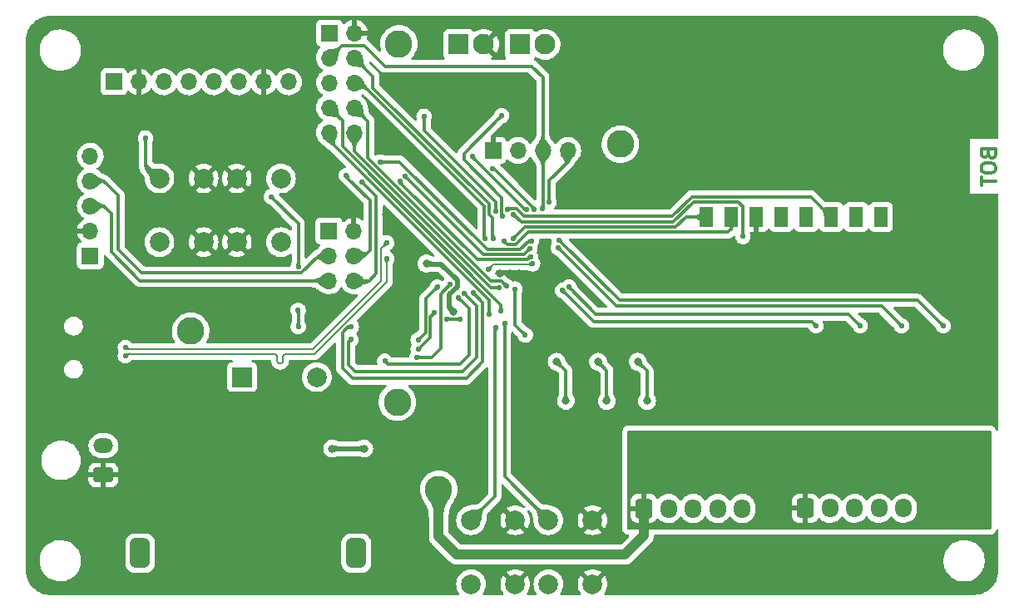
<source format=gbl>
%TF.GenerationSoftware,KiCad,Pcbnew,(6.0.4)*%
%TF.CreationDate,2022-04-13T22:44:02+02:00*%
%TF.ProjectId,PPSE_2021,50505345-5f32-4303-9231-2e6b69636164,rev?*%
%TF.SameCoordinates,Original*%
%TF.FileFunction,Copper,L2,Bot*%
%TF.FilePolarity,Positive*%
%FSLAX46Y46*%
G04 Gerber Fmt 4.6, Leading zero omitted, Abs format (unit mm)*
G04 Created by KiCad (PCBNEW (6.0.4)) date 2022-04-13 22:44:02*
%MOMM*%
%LPD*%
G01*
G04 APERTURE LIST*
G04 Aperture macros list*
%AMRoundRect*
0 Rectangle with rounded corners*
0 $1 Rounding radius*
0 $2 $3 $4 $5 $6 $7 $8 $9 X,Y pos of 4 corners*
0 Add a 4 corners polygon primitive as box body*
4,1,4,$2,$3,$4,$5,$6,$7,$8,$9,$2,$3,0*
0 Add four circle primitives for the rounded corners*
1,1,$1+$1,$2,$3*
1,1,$1+$1,$4,$5*
1,1,$1+$1,$6,$7*
1,1,$1+$1,$8,$9*
0 Add four rect primitives between the rounded corners*
20,1,$1+$1,$2,$3,$4,$5,0*
20,1,$1+$1,$4,$5,$6,$7,0*
20,1,$1+$1,$6,$7,$8,$9,0*
20,1,$1+$1,$8,$9,$2,$3,0*%
G04 Aperture macros list end*
%ADD10C,0.300000*%
%TA.AperFunction,NonConductor*%
%ADD11C,0.300000*%
%TD*%
%TA.AperFunction,ComponentPad*%
%ADD12RoundRect,0.250000X-0.600000X-0.725000X0.600000X-0.725000X0.600000X0.725000X-0.600000X0.725000X0*%
%TD*%
%TA.AperFunction,ComponentPad*%
%ADD13O,1.700000X1.950000*%
%TD*%
%TA.AperFunction,ComponentPad*%
%ADD14R,1.700000X1.700000*%
%TD*%
%TA.AperFunction,ComponentPad*%
%ADD15O,1.700000X1.700000*%
%TD*%
%TA.AperFunction,ComponentPad*%
%ADD16C,2.000000*%
%TD*%
%TA.AperFunction,ComponentPad*%
%ADD17R,2.000000X2.000000*%
%TD*%
%TA.AperFunction,ComponentPad*%
%ADD18R,2.100000X2.100000*%
%TD*%
%TA.AperFunction,ComponentPad*%
%ADD19C,2.100000*%
%TD*%
%TA.AperFunction,ComponentPad*%
%ADD20C,2.800000*%
%TD*%
%TA.AperFunction,ComponentPad*%
%ADD21RoundRect,0.250001X0.759999X-0.499999X0.759999X0.499999X-0.759999X0.499999X-0.759999X-0.499999X0*%
%TD*%
%TA.AperFunction,ComponentPad*%
%ADD22O,2.020000X1.500000*%
%TD*%
%TA.AperFunction,ComponentPad*%
%ADD23RoundRect,0.500000X-0.500000X-1.000000X0.500000X-1.000000X0.500000X1.000000X-0.500000X1.000000X0*%
%TD*%
%TA.AperFunction,ComponentPad*%
%ADD24R,1.400000X2.000000*%
%TD*%
%TA.AperFunction,ViaPad*%
%ADD25C,0.800000*%
%TD*%
%TA.AperFunction,ViaPad*%
%ADD26C,0.550000*%
%TD*%
%TA.AperFunction,Conductor*%
%ADD27C,0.300000*%
%TD*%
%TA.AperFunction,Conductor*%
%ADD28C,0.500000*%
%TD*%
%TA.AperFunction,Conductor*%
%ADD29C,0.200000*%
%TD*%
%TA.AperFunction,Conductor*%
%ADD30C,1.000000*%
%TD*%
G04 APERTURE END LIST*
D10*
D11*
X185973257Y-89504800D02*
X186044685Y-89719085D01*
X186116114Y-89790514D01*
X186258971Y-89861942D01*
X186473257Y-89861942D01*
X186616114Y-89790514D01*
X186687542Y-89719085D01*
X186758971Y-89576228D01*
X186758971Y-89004800D01*
X185258971Y-89004800D01*
X185258971Y-89504800D01*
X185330400Y-89647657D01*
X185401828Y-89719085D01*
X185544685Y-89790514D01*
X185687542Y-89790514D01*
X185830400Y-89719085D01*
X185901828Y-89647657D01*
X185973257Y-89504800D01*
X185973257Y-89004800D01*
X185258971Y-90790514D02*
X185258971Y-91076228D01*
X185330400Y-91219085D01*
X185473257Y-91361942D01*
X185758971Y-91433371D01*
X186258971Y-91433371D01*
X186544685Y-91361942D01*
X186687542Y-91219085D01*
X186758971Y-91076228D01*
X186758971Y-90790514D01*
X186687542Y-90647657D01*
X186544685Y-90504800D01*
X186258971Y-90433371D01*
X185758971Y-90433371D01*
X185473257Y-90504800D01*
X185330400Y-90647657D01*
X185258971Y-90790514D01*
X185258971Y-91861942D02*
X185258971Y-92719085D01*
X186758971Y-92290514D02*
X185258971Y-92290514D01*
D12*
%TO.P,J10,1,Pin_1*%
%TO.N,+12V*%
X150926800Y-125602974D03*
D13*
%TO.P,J10,2,Pin_2*%
%TO.N,/Actuation/M2_OUT1*%
X153426800Y-125602974D03*
%TO.P,J10,3,Pin_3*%
%TO.N,/Actuation/M2_OUT2*%
X155926800Y-125602974D03*
%TO.P,J10,4,Pin_4*%
%TO.N,/Actuation/M2_OUT3*%
X158426800Y-125602974D03*
%TO.P,J10,5,Pin_5*%
%TO.N,/Actuation/M2_OUT4*%
X160926800Y-125602974D03*
%TD*%
D14*
%TO.P,J5,1,Pin_1*%
%TO.N,+3V3*%
X94575000Y-99875000D03*
D15*
%TO.P,J5,2,Pin_2*%
%TO.N,GND*%
X94575000Y-97335000D03*
%TO.P,J5,3,Pin_3*%
%TO.N,/Connectivity/SCL*%
X94575000Y-94795000D03*
%TO.P,J5,4,Pin_4*%
%TO.N,/Connectivity/SDA*%
X94575000Y-92255000D03*
%TO.P,J5,5,Pin_5*%
%TO.N,/Connectivity/DRDY*%
X94575000Y-89715000D03*
%TD*%
D16*
%TO.P,SW3,1,1*%
%TO.N,/Control/~{HOME_SW}*%
X141209200Y-133298000D03*
X141209200Y-126798000D03*
%TO.P,SW3,2,2*%
%TO.N,GND*%
X145709200Y-133298000D03*
X145709200Y-126798000D03*
%TD*%
D17*
%TO.P,BZ1,1,-*%
%TO.N,+3V3*%
X110042800Y-112217200D03*
D16*
%TO.P,BZ1,2,+*%
%TO.N,/Connectivity/iBuzzer*%
X117642800Y-112217200D03*
%TD*%
D18*
%TO.P,J11,1,Pin_1*%
%TO.N,/Sensing/Panel+*%
X138328400Y-78333600D03*
D19*
%TO.P,J11,2,Pin_2*%
X140868400Y-78333600D03*
%TD*%
D14*
%TO.P,J7,1,Pin_1*%
%TO.N,GND*%
X135559800Y-89128600D03*
D15*
%TO.P,J7,2,Pin_2*%
%TO.N,+3V3*%
X138099800Y-89128600D03*
%TO.P,J7,3,Pin_3*%
%TO.N,/Connectivity/SCL*%
X140639800Y-89128600D03*
%TO.P,J7,4,Pin_4*%
%TO.N,/Connectivity/SDA*%
X143179800Y-89128600D03*
%TD*%
D20*
%TO.P,TP1,1,1*%
%TO.N,+12V*%
X130048000Y-123647200D03*
%TD*%
D14*
%TO.P,J1,1,Pin_1*%
%TO.N,+3V3*%
X118867000Y-97325000D03*
D15*
%TO.P,J1,2,Pin_2*%
%TO.N,GND*%
X121407000Y-97325000D03*
%TO.P,J1,3,Pin_3*%
%TO.N,/Connectivity/SDA*%
X118867000Y-99865000D03*
%TO.P,J1,4,Pin_4*%
%TO.N,/Control/SWDIO*%
X121407000Y-99865000D03*
%TO.P,J1,5,Pin_5*%
%TO.N,/Connectivity/SCL*%
X118867000Y-102405000D03*
%TO.P,J1,6,Pin_6*%
%TO.N,/Control/SWCLK*%
X121407000Y-102405000D03*
%TD*%
D21*
%TO.P,J4,1,Pin_1*%
%TO.N,GND*%
X95918000Y-122194556D03*
D22*
%TO.P,J4,2,Pin_2*%
%TO.N,/Power/12V_IN*%
X95918000Y-119194556D03*
%TD*%
D16*
%TO.P,SW4,1,1*%
%TO.N,/Control/~{EN_SW}*%
X133335200Y-133298000D03*
X133335200Y-126798000D03*
%TO.P,SW4,2,2*%
%TO.N,GND*%
X137835200Y-126798000D03*
X137835200Y-133298000D03*
%TD*%
D20*
%TO.P,TP3,1,1*%
%TO.N,+3V3*%
X125831600Y-114757200D03*
%TD*%
%TO.P,TP5,1,1*%
%TO.N,/Control/V_PANEL*%
X148539200Y-88493600D03*
%TD*%
D14*
%TO.P,J2,1,Pin_1*%
%TO.N,+3V3*%
X118917800Y-77165397D03*
D15*
%TO.P,J2,2,Pin_2*%
%TO.N,GND*%
X121457800Y-77165397D03*
%TO.P,J2,3,Pin_3*%
%TO.N,/Connectivity/SCL*%
X118917800Y-79705397D03*
%TO.P,J2,4,Pin_4*%
%TO.N,/Control/EXT_ADC0*%
X121457800Y-79705397D03*
%TO.P,J2,5,Pin_5*%
%TO.N,/Connectivity/SDA*%
X118917800Y-82245397D03*
%TO.P,J2,6,Pin_6*%
%TO.N,/Control/EXT_ADC1*%
X121457800Y-82245397D03*
%TO.P,J2,7,Pin_7*%
%TO.N,/Control/GPIO2*%
X118917800Y-84785397D03*
%TO.P,J2,8,Pin_8*%
%TO.N,/Control/GPIO4*%
X121457800Y-84785397D03*
%TO.P,J2,9,Pin_9*%
%TO.N,/Control/GPIO1*%
X118917800Y-87325397D03*
%TO.P,J2,10,Pin_10*%
%TO.N,/Control/GPIO3*%
X121457800Y-87325397D03*
%TD*%
D20*
%TO.P,TP2,1,1*%
%TO.N,/Power/SW_VIN*%
X104800400Y-107543600D03*
%TD*%
D18*
%TO.P,J8,1,Pin_1*%
%TO.N,/Sensing/Panel-*%
X132080000Y-78333600D03*
D19*
%TO.P,J8,2,Pin_2*%
%TO.N,GND*%
X134620000Y-78333600D03*
%TD*%
D14*
%TO.P,J6,1,Pin_1*%
%TO.N,+3V3*%
X96980000Y-82150000D03*
D15*
%TO.P,J6,2,Pin_2*%
%TO.N,GND*%
X99520000Y-82150000D03*
%TO.P,J6,3,Pin_3*%
%TO.N,/Connectivity/SCL*%
X102060000Y-82150000D03*
%TO.P,J6,4,Pin_4*%
%TO.N,/Connectivity/SDA*%
X104600000Y-82150000D03*
%TO.P,J6,5,Pin_5*%
%TO.N,unconnected-(J6-Pad5)*%
X107140000Y-82150000D03*
%TO.P,J6,6,Pin_6*%
%TO.N,unconnected-(J6-Pad6)*%
X109680000Y-82150000D03*
%TO.P,J6,7,Pin_7*%
%TO.N,GND*%
X112220000Y-82150000D03*
%TO.P,J6,8,Pin_8*%
%TO.N,/Connectivity/ACC_INT*%
X114760000Y-82150000D03*
%TD*%
D23*
%TO.P,F2,1*%
%TO.N,/Power/12V_IN*%
X99642400Y-130149600D03*
%TO.P,F2,2*%
%TO.N,/Power/12V_Post_Fuse*%
X121642400Y-130149600D03*
%TD*%
D16*
%TO.P,SW1,1,1*%
%TO.N,/Control/~{USB_BOOT}*%
X113984600Y-91980020D03*
X113984600Y-98480020D03*
%TO.P,SW1,2,2*%
%TO.N,GND*%
X109484600Y-98480020D03*
X109484600Y-91980020D03*
%TD*%
D20*
%TO.P,TP4,1,1*%
%TO.N,/Sensing/Panel-*%
X125984000Y-78282800D03*
%TD*%
D24*
%TO.P,U4,1,RXD*%
%TO.N,/Connectivity/GPS_RX*%
X157283400Y-95907600D03*
%TO.P,U4,2,TXD*%
%TO.N,/Connectivity/GPS_TX*%
X159823400Y-95907600D03*
%TO.P,U4,3,GND*%
%TO.N,GND*%
X162363400Y-95907600D03*
%TO.P,U4,4,VCC*%
%TO.N,/Connectivity/GPS_VCC*%
X164903400Y-95907600D03*
%TO.P,U4,5,V_BCKP*%
X167443400Y-95907600D03*
%TO.P,U4,6,TIMEPULSE*%
%TO.N,/Connectivity/GPS_TP*%
X169983400Y-95907600D03*
%TO.P,U4,7,SDA*%
%TO.N,unconnected-(U4-Pad7)*%
X172523400Y-95907600D03*
%TO.P,U4,8,SCL*%
%TO.N,unconnected-(U4-Pad8)*%
X175063400Y-95907600D03*
%TD*%
D12*
%TO.P,J9,1,Pin_1*%
%TO.N,+12V*%
X167364400Y-125582000D03*
D13*
%TO.P,J9,2,Pin_2*%
%TO.N,/Actuation/M1_OUT1*%
X169864400Y-125582000D03*
%TO.P,J9,3,Pin_3*%
%TO.N,/Actuation/M1_OUT2*%
X172364400Y-125582000D03*
%TO.P,J9,4,Pin_4*%
%TO.N,/Actuation/M1_OUT3*%
X174864400Y-125582000D03*
%TO.P,J9,5,Pin_5*%
%TO.N,/Actuation/M1_OUT4*%
X177364400Y-125582000D03*
%TD*%
D16*
%TO.P,SW2,1,1*%
%TO.N,/Control/~{RESET}*%
X101610600Y-98480020D03*
X101610600Y-91980020D03*
%TO.P,SW2,2,2*%
%TO.N,GND*%
X106110600Y-91980020D03*
X106110600Y-98480020D03*
%TD*%
D25*
%TO.N,GND*%
X139650000Y-119700000D03*
X172200000Y-100800000D03*
X112200000Y-115100000D03*
X98250000Y-113950000D03*
%TO.N,Net-(Q5-Pad3)*%
X150300000Y-110650000D03*
X151250000Y-114650000D03*
%TO.N,Net-(Q4-Pad3)*%
X142990025Y-114623955D03*
X142050000Y-110650000D03*
%TO.N,Net-(Q3-Pad3)*%
X146250000Y-110650000D03*
X147150000Y-114650000D03*
%TO.N,GND*%
X157250000Y-100550000D03*
X124358400Y-123494800D03*
X138250000Y-91250000D03*
X113300000Y-96300000D03*
X120050000Y-113400000D03*
X112050000Y-86050000D03*
X145500000Y-94500000D03*
X138100000Y-111900000D03*
D26*
X124800000Y-108050000D03*
D25*
X131700000Y-87600000D03*
X123800000Y-76350000D03*
X169700000Y-113700000D03*
X115400000Y-119750000D03*
X149450000Y-102750000D03*
X138250000Y-101650000D03*
X144050000Y-86700000D03*
X117500000Y-104900000D03*
X174000000Y-113650000D03*
X125600000Y-88100000D03*
X136250000Y-101650000D03*
X156800000Y-113650000D03*
X130200000Y-92500000D03*
X129500000Y-76300000D03*
X105250000Y-86150000D03*
X165350000Y-113650000D03*
X109200000Y-126600000D03*
X128600000Y-81900000D03*
X117150000Y-128300000D03*
X150900000Y-93750000D03*
X145450000Y-117550000D03*
X98700000Y-80250000D03*
X136250000Y-82300000D03*
X101150000Y-80250000D03*
X121400000Y-94750000D03*
X152550000Y-113700000D03*
X153100000Y-87250000D03*
X178350000Y-113750000D03*
X113250000Y-107500000D03*
X150500000Y-83200000D03*
X161050000Y-113650000D03*
X181400000Y-91250000D03*
D26*
X124250000Y-104650000D03*
D25*
X182650000Y-113750000D03*
X181050000Y-101300000D03*
X97050000Y-87600000D03*
X107150000Y-112150000D03*
X92650000Y-98100000D03*
X133850000Y-113800000D03*
X124700000Y-95700000D03*
X90400000Y-109200000D03*
X137250000Y-101650000D03*
%TO.N,/Power/SW_VIN*%
X119200000Y-119500000D03*
X122450000Y-119500000D03*
D26*
%TO.N,/Control/~{RESET}*%
X100200000Y-87850000D03*
X124113981Y-90311519D03*
X139500000Y-98350000D03*
%TO.N,/Control/~{HOME_SW}*%
X136775250Y-106775250D03*
%TO.N,/Control/~{FLASH_CS}*%
X133550000Y-103647800D03*
X115750000Y-107050000D03*
X113000000Y-93850000D03*
X115750000Y-100950000D03*
X115734739Y-105415261D03*
X121150000Y-107100000D03*
%TO.N,/Control/~{EN_SW}*%
X135837059Y-107205748D03*
%TO.N,/Control/V_PANEL*%
X136450000Y-85600000D03*
X136487289Y-95800000D03*
%TO.N,/Control/USB_D-*%
X98150000Y-109200000D03*
X124750000Y-98550000D03*
%TO.N,/Control/USB_D+*%
X98150000Y-110050000D03*
X124750000Y-100150000D03*
%TO.N,/Control/SWDIO*%
X139300000Y-99150000D03*
X126604489Y-91744813D03*
X120650000Y-91674500D03*
%TO.N,/Control/SWCLK*%
X139369419Y-99969420D03*
X126113981Y-92311519D03*
X122200000Y-92325500D03*
%TO.N,/Control/LED_G*%
X137800000Y-103250000D03*
X138850000Y-107937800D03*
%TO.N,/Control/I_PANEL*%
X135825487Y-95350000D03*
X128550000Y-85650000D03*
%TO.N,/Control/FLASH_D3*%
X129900000Y-103050000D03*
X127950000Y-108450000D03*
%TO.N,/Control/FLASH_D2*%
X124550000Y-110600000D03*
X132027488Y-104139335D03*
%TO.N,/Control/FLASH_D1*%
X132614701Y-103669447D03*
X121100000Y-108400000D03*
%TO.N,/Control/FLASH_D0*%
X131201806Y-102750000D03*
X127800000Y-110200000D03*
%TO.N,/Control/FLASH_CLK*%
X127950000Y-109400000D03*
X129622156Y-105650000D03*
%TO.N,/Control/EXT_ADC1*%
X134750279Y-98101612D03*
%TO.N,/Control/EXT_ADC0*%
X135594274Y-98111631D03*
%TO.N,/Connectivity/SDA*%
X141264300Y-94400000D03*
%TO.N,/Connectivity/SCL*%
X140600000Y-95050000D03*
%TO.N,/Connectivity/GPS_TX*%
X136700000Y-98400000D03*
%TO.N,/Connectivity/GPS_TP*%
X137074498Y-95112500D03*
%TO.N,/Connectivity/GPS_RX*%
X137639275Y-98095028D03*
%TO.N,/Connectivity/GPS_EN*%
X161000000Y-97900000D03*
X137636300Y-95650000D03*
%TO.N,/Connectivity/DRDY*%
X139750482Y-95111997D03*
X135550000Y-91000000D03*
%TO.N,/Connectivity/Buzzer*%
X130871167Y-106304777D03*
X132250000Y-106300000D03*
%TO.N,/Connectivity/ACC_INT*%
X138993006Y-95185051D03*
X133500000Y-89700000D03*
%TO.N,/Actuation/M1_W22*%
X181400000Y-107000000D03*
X142300000Y-98250000D03*
%TO.N,/Actuation/M1_W21*%
X142200000Y-99050000D03*
X177150000Y-107000000D03*
%TO.N,/Actuation/M1_W12*%
X143297404Y-103022348D03*
X172950000Y-107000000D03*
%TO.N,/Actuation/M1_W11*%
X168450000Y-107000000D03*
X142650000Y-103400000D03*
D25*
%TO.N,+3V3*%
X128788823Y-100645191D03*
X131528000Y-105522000D03*
D26*
%TO.N,+1V1*%
X135100000Y-101250000D03*
X139592022Y-100685103D03*
D25*
%TO.N,+12V*%
X167200000Y-122950000D03*
X171551600Y-122950000D03*
X180150000Y-122950000D03*
X158650000Y-122950000D03*
X175850000Y-122950000D03*
X184500000Y-122950000D03*
X154381200Y-122950000D03*
X162900000Y-122950000D03*
D26*
%TO.N,/Control/GPIO1*%
X135150000Y-105850000D03*
%TO.N,/Control/GPIO4*%
X136923999Y-102933610D03*
%TO.N,/Control/GPIO3*%
X136192231Y-103095689D03*
%TO.N,/Control/GPIO2*%
X136400000Y-105500000D03*
%TD*%
D27*
%TO.N,Net-(Q5-Pad3)*%
X151250000Y-114650000D02*
X151250000Y-111600000D01*
X151250000Y-111600000D02*
X150300000Y-110650000D01*
%TO.N,Net-(Q4-Pad3)*%
X142950000Y-111550000D02*
X142050000Y-110650000D01*
X142990025Y-114623955D02*
X142950000Y-114583930D01*
X142950000Y-114583930D02*
X142950000Y-111550000D01*
%TO.N,Net-(Q3-Pad3)*%
X147150000Y-114650000D02*
X147150000Y-111550000D01*
X147150000Y-111550000D02*
X146250000Y-110650000D01*
D28*
%TO.N,/Power/SW_VIN*%
X119200000Y-119500000D02*
X122450000Y-119500000D01*
D27*
%TO.N,/Control/~{RESET}*%
X100200000Y-90569420D02*
X101610600Y-91980020D01*
X138300000Y-99250000D02*
X139200000Y-98350000D01*
X135000000Y-99250000D02*
X138300000Y-99250000D01*
X126061519Y-90311519D02*
X135000000Y-99250000D01*
X139200000Y-98350000D02*
X139500000Y-98350000D01*
X124113981Y-90311519D02*
X126061519Y-90311519D01*
X100200000Y-87850000D02*
X100200000Y-90569420D01*
%TO.N,/Control/~{HOME_SW}*%
X136750000Y-106800500D02*
X136750000Y-122338800D01*
X136750500Y-106800000D02*
X136750000Y-106800500D01*
X136750000Y-122338800D02*
X141209200Y-126798000D01*
%TO.N,/Control/~{FLASH_CS}*%
X115750000Y-107050000D02*
X115750000Y-105430522D01*
X120800000Y-107100000D02*
X120250000Y-107650000D01*
X115750000Y-100950000D02*
X115750000Y-96600000D01*
X115750000Y-105430522D02*
X115734739Y-105415261D01*
X121250000Y-112350000D02*
X132850000Y-112350000D01*
X115750000Y-96600000D02*
X113000000Y-93850000D01*
X120250000Y-107650000D02*
X120250000Y-111350000D01*
X133550000Y-103650000D02*
X133550000Y-103647800D01*
X134525489Y-104625489D02*
X133550000Y-103650000D01*
X134525489Y-110674511D02*
X134525489Y-104625489D01*
X121150000Y-107100000D02*
X120800000Y-107100000D01*
X132850000Y-112350000D02*
X134525489Y-110674511D01*
X120250000Y-111350000D02*
X121250000Y-112350000D01*
%TO.N,/Control/~{EN_SW}*%
X135750000Y-107292807D02*
X135837059Y-107205748D01*
X135750000Y-124383200D02*
X135750000Y-107292807D01*
X133335200Y-126798000D02*
X135750000Y-124383200D01*
%TO.N,/Control/V_PANEL*%
X132600000Y-89450000D02*
X136450000Y-85600000D01*
X136487289Y-95800000D02*
X136449987Y-95762698D01*
X132600000Y-90100000D02*
X132600000Y-89450000D01*
X136449987Y-95762698D02*
X136449987Y-93949987D01*
X136449987Y-93949987D02*
X132600000Y-90100000D01*
D29*
%TO.N,/Control/USB_D-*%
X124175489Y-102409505D02*
X117184995Y-109399999D01*
X98349999Y-109399999D02*
X98150000Y-109200000D01*
X124750000Y-98550000D02*
X124175489Y-99124511D01*
X124175489Y-99124511D02*
X124175489Y-102409505D01*
X117184995Y-109399999D02*
X98349999Y-109399999D01*
%TO.N,/Control/USB_D+*%
X113630476Y-110687330D02*
X113601230Y-110597321D01*
X114200963Y-110102638D02*
X114200001Y-110150001D01*
X117414281Y-109850001D02*
X114500001Y-109850001D01*
X114452638Y-109850963D02*
X114362548Y-109880235D01*
X114362548Y-109880235D02*
X114285913Y-109935913D01*
X113300001Y-109850001D02*
X98349999Y-109850001D01*
X113900001Y-110850001D02*
X113852681Y-110848770D01*
X114200001Y-110150001D02*
X114200001Y-110550001D01*
X113947321Y-110848770D02*
X113900001Y-110850001D01*
X124750000Y-102514282D02*
X117414281Y-109850001D01*
X114285913Y-109935913D02*
X114230235Y-110012548D01*
X124750000Y-100150000D02*
X124750000Y-102514282D01*
X113600001Y-110550001D02*
X113600001Y-110150001D01*
X114113896Y-110763896D02*
X114037330Y-110819524D01*
X113569525Y-110012671D02*
X113513896Y-109936105D01*
X114198770Y-110597321D02*
X114169524Y-110687330D01*
X113852681Y-110848770D02*
X113762671Y-110819525D01*
X114037330Y-110819524D02*
X113947321Y-110848770D01*
X113347321Y-109851230D02*
X113300001Y-109850001D01*
X113762671Y-110819525D02*
X113686105Y-110763896D01*
X114169524Y-110687330D02*
X114113896Y-110763896D01*
X113598770Y-110102681D02*
X113569525Y-110012671D01*
X113686105Y-110763896D02*
X113630476Y-110687330D01*
X114500001Y-109850001D02*
X114452638Y-109850963D01*
X113437330Y-109880476D02*
X113347321Y-109851230D01*
X98349999Y-109850001D02*
X98150000Y-110050000D01*
X113600001Y-110150001D02*
X113598770Y-110102681D01*
X114230235Y-110012548D02*
X114200963Y-110102638D01*
X113601230Y-110597321D02*
X113600001Y-110550001D01*
X114200001Y-110550001D02*
X114198770Y-110597321D01*
X113513896Y-109936105D02*
X113437330Y-109880476D01*
D27*
%TO.N,/Control/SWDIO*%
X126604489Y-91754489D02*
X134600000Y-99750000D01*
X122485000Y-99865000D02*
X121407000Y-99865000D01*
X123050000Y-94250000D02*
X123050000Y-99300000D01*
X138700000Y-99750000D02*
X139300000Y-99150000D01*
X134600000Y-99750000D02*
X138700000Y-99750000D01*
X126604489Y-91744813D02*
X126604489Y-91754489D01*
X120650000Y-91850000D02*
X123050000Y-94250000D01*
X120650000Y-91674500D02*
X120650000Y-91850000D01*
X123050000Y-99300000D02*
X122485000Y-99865000D01*
%TO.N,/Control/SWCLK*%
X123700000Y-93825500D02*
X123700000Y-101700000D01*
X126113981Y-92413981D02*
X126113981Y-92311519D01*
X139369419Y-99969420D02*
X139089319Y-100249520D01*
X139089319Y-100249520D02*
X133949520Y-100249520D01*
X122200000Y-92325500D02*
X123700000Y-93825500D01*
X123700000Y-101700000D02*
X122995000Y-102405000D01*
X122995000Y-102405000D02*
X121407000Y-102405000D01*
X133949520Y-100249520D02*
X126113981Y-92413981D01*
%TO.N,/Control/LED_G*%
X137800000Y-103250000D02*
X137800000Y-106887800D01*
X137800000Y-106887800D02*
X138850000Y-107937800D01*
%TO.N,/Control/I_PANEL*%
X135825487Y-95350000D02*
X135825487Y-94375487D01*
X128550000Y-87100000D02*
X128550000Y-85650000D01*
X135825487Y-94375487D02*
X128550000Y-87100000D01*
%TO.N,/Control/FLASH_D3*%
X128700480Y-107699520D02*
X127950000Y-108450000D01*
X128700480Y-104249520D02*
X128700480Y-107699520D01*
X129900000Y-103050000D02*
X128700480Y-104249520D01*
%TO.N,/Control/FLASH_D2*%
X133150000Y-109950000D02*
X132200000Y-110900000D01*
X132200000Y-110900000D02*
X124850000Y-110900000D01*
X132027488Y-104139335D02*
X133150000Y-105261847D01*
X124850000Y-110900000D02*
X124550000Y-110600000D01*
X133150000Y-105261847D02*
X133150000Y-109950000D01*
%TO.N,/Control/FLASH_D1*%
X120850000Y-110950000D02*
X120850000Y-108650000D01*
X120850000Y-108650000D02*
X121100000Y-108400000D01*
X132614701Y-103669447D02*
X133900000Y-104954746D01*
X133900000Y-110250000D02*
X132500000Y-111650000D01*
X121550000Y-111650000D02*
X120850000Y-110950000D01*
X132500000Y-111650000D02*
X121550000Y-111650000D01*
X133900000Y-104954746D02*
X133900000Y-110250000D01*
%TO.N,/Control/FLASH_D0*%
X131201806Y-102798194D02*
X130246656Y-103753344D01*
X131201806Y-102750000D02*
X131201806Y-102798194D01*
X129350000Y-110200000D02*
X127800000Y-110200000D01*
X130246656Y-109303344D02*
X129350000Y-110200000D01*
X130246656Y-103753344D02*
X130246656Y-109303344D01*
%TO.N,/Control/FLASH_CLK*%
X127950000Y-109400000D02*
X129200000Y-108150000D01*
X129200000Y-108150000D02*
X129200000Y-106072156D01*
X129200000Y-106072156D02*
X129622156Y-105650000D01*
%TO.N,/Control/EXT_ADC1*%
X134676745Y-98028078D02*
X134676745Y-94783173D01*
X134750279Y-98101612D02*
X134676745Y-98028078D01*
X134676745Y-94783173D02*
X122138969Y-82245397D01*
X122138969Y-82245397D02*
X121457800Y-82245397D01*
%TO.N,/Control/EXT_ADC0*%
X123350000Y-81597597D02*
X121457800Y-79705397D01*
X135176265Y-94576265D02*
X123350000Y-82750000D01*
X135550000Y-98067357D02*
X135550000Y-96000000D01*
X135176265Y-95626265D02*
X135176265Y-94576265D01*
X123350000Y-82750000D02*
X123350000Y-81597597D01*
X135594274Y-98111631D02*
X135550000Y-98067357D01*
X135550000Y-96000000D02*
X135176265Y-95626265D01*
%TO.N,/Connectivity/SDA*%
X141264300Y-92225700D02*
X143179800Y-90310200D01*
X97400000Y-93700000D02*
X97400000Y-99200000D01*
X94575000Y-92255000D02*
X95955000Y-92255000D01*
X97400000Y-99200000D02*
X99824511Y-101624511D01*
X99824511Y-101624511D02*
X116025489Y-101624511D01*
X143179800Y-90310200D02*
X143179800Y-89128600D01*
X95955000Y-92255000D02*
X97400000Y-93700000D01*
X141264300Y-94400000D02*
X141264300Y-92225700D01*
X117785000Y-99865000D02*
X118867000Y-99865000D01*
X116025489Y-101624511D02*
X117785000Y-99865000D01*
%TO.N,/Connectivity/SCL*%
X118867000Y-102405000D02*
X99655000Y-102405000D01*
X95945000Y-94795000D02*
X94575000Y-94795000D01*
X139500000Y-80550000D02*
X124550000Y-80550000D01*
X96750000Y-99500000D02*
X96750000Y-95600000D01*
X122450000Y-78450000D02*
X120173197Y-78450000D01*
X140639800Y-81689800D02*
X139500000Y-80550000D01*
X140639800Y-95010200D02*
X140639800Y-89128600D01*
X140639800Y-89128600D02*
X140639800Y-81689800D01*
X124550000Y-80550000D02*
X122450000Y-78450000D01*
X96750000Y-95600000D02*
X95945000Y-94795000D01*
X120173197Y-78450000D02*
X118917800Y-79705397D01*
X140600000Y-95050000D02*
X140639800Y-95010200D01*
X99655000Y-102405000D02*
X96750000Y-99500000D01*
%TO.N,/Connectivity/GPS_TX*%
X136700000Y-98400000D02*
X137019539Y-98719539D01*
X159500480Y-97449520D02*
X159823400Y-97126600D01*
X159823400Y-97126600D02*
X159823400Y-95907600D01*
X137897957Y-98719539D02*
X139167976Y-97449520D01*
X139167976Y-97449520D02*
X159500480Y-97449520D01*
X137019539Y-98719539D02*
X137897957Y-98719539D01*
%TO.N,/Connectivity/GPS_TP*%
X167926280Y-93850480D02*
X169983400Y-95907600D01*
X153834011Y-95809562D02*
X155793093Y-93850480D01*
X155793093Y-93850480D02*
X167926280Y-93850480D01*
X137161509Y-95025489D02*
X137950251Y-95025489D01*
X137074498Y-95112500D02*
X137161509Y-95025489D01*
X137950251Y-95025489D02*
X138734324Y-95809562D01*
X138734324Y-95809562D02*
X153834011Y-95809562D01*
%TO.N,/Connectivity/GPS_RX*%
X154175000Y-96950000D02*
X155217400Y-95907600D01*
X138899520Y-96949520D02*
X138900000Y-96950000D01*
X155217400Y-95907600D02*
X157283400Y-95907600D01*
X137639275Y-98095028D02*
X138784783Y-96949520D01*
X138784783Y-96949520D02*
X138899520Y-96949520D01*
X138900000Y-96950000D02*
X154175000Y-96950000D01*
%TO.N,/Connectivity/GPS_EN*%
X156000000Y-94350000D02*
X153900000Y-96450000D01*
X160500000Y-94350000D02*
X156000000Y-94350000D01*
X138436300Y-96450000D02*
X137636300Y-95650000D01*
X161000000Y-94850000D02*
X160500000Y-94350000D01*
X153900000Y-96450000D02*
X138436300Y-96450000D01*
X161000000Y-97900000D02*
X161000000Y-94850000D01*
%TO.N,/Connectivity/DRDY*%
X139750482Y-95111997D02*
X139750482Y-95059334D01*
X139750482Y-95059334D02*
X135691148Y-91000000D01*
X135691148Y-91000000D02*
X135550000Y-91000000D01*
%TO.N,/Connectivity/Buzzer*%
X130875944Y-106300000D02*
X130871167Y-106304777D01*
X132250000Y-106300000D02*
X130875944Y-106300000D01*
%TO.N,/Connectivity/ACC_INT*%
X138835051Y-95185051D02*
X138993006Y-95185051D01*
X133500000Y-89850000D02*
X138835051Y-95185051D01*
X133500000Y-89700000D02*
X133500000Y-89850000D01*
%TO.N,/Actuation/M1_W22*%
X181400000Y-107000000D02*
X178800000Y-104400000D01*
X178800000Y-104400000D02*
X148450000Y-104400000D01*
X148450000Y-104400000D02*
X142300000Y-98250000D01*
%TO.N,/Actuation/M1_W21*%
X175150000Y-105000000D02*
X148150000Y-105000000D01*
X148150000Y-105000000D02*
X142200000Y-99050000D01*
X177150000Y-107000000D02*
X175150000Y-105000000D01*
%TO.N,/Actuation/M1_W12*%
X172950000Y-107000000D02*
X171750000Y-105800000D01*
X143297404Y-103047404D02*
X143297404Y-103022348D01*
X171750000Y-105800000D02*
X146050000Y-105800000D01*
X146050000Y-105800000D02*
X143297404Y-103047404D01*
%TO.N,/Actuation/M1_W11*%
X168000000Y-106550000D02*
X145800000Y-106550000D01*
X168450000Y-107000000D02*
X168000000Y-106550000D01*
X145800000Y-106550000D02*
X142650000Y-103400000D01*
D28*
%TO.N,+3V3*%
X131150000Y-105144000D02*
X131528000Y-105522000D01*
X130300000Y-100700000D02*
X131926317Y-102326317D01*
X131150000Y-103826420D02*
X131150000Y-105144000D01*
X131926317Y-103050103D02*
X131150000Y-103826420D01*
X131926317Y-102326317D02*
X131926317Y-103050103D01*
X128900000Y-100700000D02*
X130300000Y-100700000D01*
D29*
%TO.N,+1V1*%
X139592022Y-100685103D02*
X139527125Y-100750000D01*
X135600000Y-100750000D02*
X135100000Y-101250000D01*
X139527125Y-100750000D02*
X135600000Y-100750000D01*
D30*
%TO.N,+12V*%
X131900000Y-130300000D02*
X149000000Y-130300000D01*
X149000000Y-130300000D02*
X150926800Y-128373200D01*
X130048000Y-128448000D02*
X131900000Y-130300000D01*
X130048000Y-123647200D02*
X130048000Y-128448000D01*
X150926800Y-128373200D02*
X150926800Y-125602974D01*
D27*
%TO.N,/Control/GPIO1*%
X135150000Y-104350000D02*
X118917800Y-88117800D01*
X118917800Y-88117800D02*
X118917800Y-87325397D01*
X135150000Y-105850000D02*
X135150000Y-104350000D01*
%TO.N,/Control/GPIO4*%
X122850000Y-86177597D02*
X121457800Y-84785397D01*
X136923999Y-102933610D02*
X136439900Y-102449511D01*
X135368795Y-102449511D02*
X122850000Y-89930716D01*
X136439900Y-102449511D02*
X135368795Y-102449511D01*
X122850000Y-89930716D02*
X122850000Y-86177597D01*
%TO.N,/Control/GPIO3*%
X121457800Y-89216419D02*
X121457800Y-87325397D01*
X121449196Y-89225023D02*
X121457800Y-89216419D01*
X136192231Y-103095689D02*
X135308545Y-103095689D01*
X135308545Y-103095689D02*
X121450000Y-89237144D01*
%TO.N,/Control/GPIO2*%
X136400000Y-104893572D02*
X120258289Y-88751861D01*
X120258289Y-88751861D02*
X120258289Y-86125886D01*
X120258289Y-86125886D02*
X118917800Y-84785397D01*
X136400000Y-105500000D02*
X136400000Y-104893572D01*
%TD*%
%TA.AperFunction,Conductor*%
%TO.N,/Control/GPIO3*%
G36*
X121466233Y-86909166D02*
G01*
X122216878Y-87689745D01*
X122220143Y-87698084D01*
X122218737Y-87703419D01*
X122138081Y-87852615D01*
X122137573Y-87853467D01*
X122052001Y-87983957D01*
X122051573Y-87984566D01*
X121967129Y-88097029D01*
X121966937Y-88097278D01*
X121885898Y-88199371D01*
X121810767Y-88298523D01*
X121743999Y-88402246D01*
X121687955Y-88518166D01*
X121644999Y-88653913D01*
X121617493Y-88817114D01*
X121617476Y-88817464D01*
X121608344Y-89004268D01*
X121604517Y-89012364D01*
X121596658Y-89015397D01*
X121318942Y-89015397D01*
X121310669Y-89011970D01*
X121307256Y-89004268D01*
X121298123Y-88817464D01*
X121298106Y-88817114D01*
X121270600Y-88653913D01*
X121227644Y-88518166D01*
X121171600Y-88402246D01*
X121104832Y-88298523D01*
X121029701Y-88199371D01*
X120948662Y-88097278D01*
X120948470Y-88097029D01*
X120864026Y-87984566D01*
X120863598Y-87983957D01*
X120778026Y-87853467D01*
X120777518Y-87852615D01*
X120696863Y-87703419D01*
X120695943Y-87694512D01*
X120698722Y-87689745D01*
X121449367Y-86909166D01*
X121457571Y-86905578D01*
X121466233Y-86909166D01*
G37*
%TD.AperFunction*%
%TD*%
%TA.AperFunction,Conductor*%
%TO.N,/Control/GPIO3*%
G36*
X136078215Y-102853818D02*
G01*
X136320962Y-103087256D01*
X136324550Y-103095460D01*
X136320962Y-103104122D01*
X136078215Y-103337560D01*
X136069876Y-103340825D01*
X136065044Y-103339676D01*
X136029144Y-103322441D01*
X136010002Y-103313638D01*
X135990381Y-103304615D01*
X135990354Y-103304603D01*
X135990295Y-103304576D01*
X135990232Y-103304549D01*
X135990208Y-103304539D01*
X135954389Y-103289494D01*
X135954380Y-103289491D01*
X135954236Y-103289430D01*
X135919387Y-103276837D01*
X135884167Y-103266633D01*
X135883982Y-103266593D01*
X135883969Y-103266590D01*
X135864116Y-103262329D01*
X135846998Y-103258654D01*
X135846808Y-103258626D01*
X135846795Y-103258624D01*
X135806464Y-103252759D01*
X135806299Y-103252735D01*
X135760491Y-103248710D01*
X135760395Y-103248706D01*
X135760383Y-103248705D01*
X135708098Y-103246421D01*
X135708074Y-103246420D01*
X135707995Y-103246417D01*
X135686700Y-103246162D01*
X135658791Y-103245827D01*
X135650559Y-103242301D01*
X135647231Y-103234128D01*
X135647231Y-102957249D01*
X135650658Y-102948976D01*
X135658790Y-102945550D01*
X135707995Y-102944960D01*
X135708074Y-102944957D01*
X135708098Y-102944956D01*
X135760383Y-102942672D01*
X135760395Y-102942671D01*
X135760491Y-102942667D01*
X135806299Y-102938642D01*
X135806755Y-102938576D01*
X135846795Y-102932753D01*
X135846808Y-102932751D01*
X135846998Y-102932723D01*
X135864116Y-102929048D01*
X135883969Y-102924787D01*
X135883982Y-102924784D01*
X135884167Y-102924744D01*
X135919387Y-102914540D01*
X135954236Y-102901947D01*
X135954380Y-102901886D01*
X135954389Y-102901883D01*
X135990208Y-102886838D01*
X135990232Y-102886828D01*
X135990295Y-102886801D01*
X135990354Y-102886774D01*
X135990381Y-102886762D01*
X136029074Y-102868968D01*
X136029144Y-102868936D01*
X136065042Y-102851703D01*
X136073983Y-102851212D01*
X136078215Y-102853818D01*
G37*
%TD.AperFunction*%
%TD*%
%TA.AperFunction,Conductor*%
%TO.N,/Control/GPIO2*%
G36*
X119548085Y-84503073D02*
G01*
X119712183Y-84506281D01*
X119720387Y-84509869D01*
X119723166Y-84514636D01*
X119771631Y-84677168D01*
X119771874Y-84678130D01*
X119803635Y-84830905D01*
X119803763Y-84831638D01*
X119823577Y-84970885D01*
X119823617Y-84971197D01*
X119834673Y-85067358D01*
X119838504Y-85100678D01*
X119855489Y-85223914D01*
X119881620Y-85344470D01*
X119923959Y-85466066D01*
X119989572Y-85592428D01*
X120085522Y-85727278D01*
X120211391Y-85866087D01*
X120214410Y-85874516D01*
X120210997Y-85882218D01*
X120014621Y-86078594D01*
X120006348Y-86082021D01*
X119998490Y-86078988D01*
X119859681Y-85953119D01*
X119724831Y-85857169D01*
X119598469Y-85791556D01*
X119592514Y-85789483D01*
X119477213Y-85749335D01*
X119477207Y-85749333D01*
X119476873Y-85749217D01*
X119476528Y-85749142D01*
X119476520Y-85749140D01*
X119411644Y-85735078D01*
X119356317Y-85723086D01*
X119233081Y-85706101D01*
X119199761Y-85702270D01*
X119103600Y-85691214D01*
X119103288Y-85691174D01*
X118964041Y-85671360D01*
X118963308Y-85671232D01*
X118810533Y-85639471D01*
X118809571Y-85639228D01*
X118788725Y-85633012D01*
X118647038Y-85590762D01*
X118640090Y-85585115D01*
X118638684Y-85579780D01*
X118617518Y-84497042D01*
X118620783Y-84488703D01*
X118629445Y-84485115D01*
X119548085Y-84503073D01*
G37*
%TD.AperFunction*%
%TD*%
%TA.AperFunction,Conductor*%
%TO.N,/Control/GPIO2*%
G36*
X136546712Y-104958427D02*
G01*
X136550138Y-104966560D01*
X136550728Y-105015764D01*
X136553021Y-105068260D01*
X136557046Y-105114068D01*
X136562965Y-105154767D01*
X136570944Y-105191936D01*
X136581148Y-105227156D01*
X136593741Y-105262005D01*
X136608887Y-105298064D01*
X136608914Y-105298123D01*
X136608926Y-105298150D01*
X136626717Y-105336837D01*
X136626752Y-105336913D01*
X136643986Y-105372811D01*
X136644477Y-105381752D01*
X136641871Y-105385984D01*
X136408433Y-105628731D01*
X136400229Y-105632319D01*
X136391567Y-105628731D01*
X136158129Y-105385984D01*
X136154864Y-105377645D01*
X136156014Y-105372811D01*
X136156023Y-105372793D01*
X136173247Y-105336913D01*
X136173282Y-105336837D01*
X136191073Y-105298150D01*
X136191085Y-105298123D01*
X136191112Y-105298064D01*
X136206258Y-105262005D01*
X136218851Y-105227156D01*
X136229055Y-105191936D01*
X136237034Y-105154767D01*
X136242953Y-105114068D01*
X136246978Y-105068260D01*
X136249271Y-105015764D01*
X136249861Y-104966559D01*
X136253387Y-104958328D01*
X136261560Y-104955000D01*
X136538439Y-104955000D01*
X136546712Y-104958427D01*
G37*
%TD.AperFunction*%
%TD*%
%TA.AperFunction,Conductor*%
%TO.N,Net-(Q5-Pad3)*%
G36*
X151396915Y-113863427D02*
G01*
X151400337Y-113871352D01*
X151402664Y-113949632D01*
X151410407Y-114025313D01*
X151422853Y-114089937D01*
X151439623Y-114146396D01*
X151460343Y-114197581D01*
X151484635Y-114246386D01*
X151512123Y-114295702D01*
X151512143Y-114295736D01*
X151542387Y-114348345D01*
X151542474Y-114348499D01*
X151575073Y-114407242D01*
X151575264Y-114407599D01*
X151606211Y-114468222D01*
X151606920Y-114477149D01*
X151604223Y-114481652D01*
X151258433Y-114841231D01*
X151250229Y-114844819D01*
X151241567Y-114841231D01*
X150895777Y-114481652D01*
X150892512Y-114473313D01*
X150893789Y-114468223D01*
X150924729Y-114407611D01*
X150924920Y-114407253D01*
X150957525Y-114348499D01*
X150957612Y-114348345D01*
X150987856Y-114295736D01*
X150987876Y-114295702D01*
X151015364Y-114246386D01*
X151039656Y-114197581D01*
X151060376Y-114146396D01*
X151077146Y-114089937D01*
X151089592Y-114025313D01*
X151097335Y-113949632D01*
X151099663Y-113871351D01*
X151103333Y-113863185D01*
X151111357Y-113860000D01*
X151388642Y-113860000D01*
X151396915Y-113863427D01*
G37*
%TD.AperFunction*%
%TD*%
%TA.AperFunction,Conductor*%
%TO.N,Net-(Q5-Pad3)*%
G36*
X150476260Y-110514789D02*
G01*
X150669514Y-110518567D01*
X150677718Y-110522155D01*
X150680415Y-110526658D01*
X150701392Y-110591386D01*
X150701510Y-110591773D01*
X150720027Y-110656467D01*
X150735875Y-110715176D01*
X150751309Y-110769485D01*
X150768642Y-110821172D01*
X150790184Y-110872016D01*
X150790321Y-110872269D01*
X150790324Y-110872275D01*
X150818112Y-110923547D01*
X150818117Y-110923555D01*
X150818248Y-110923797D01*
X150855144Y-110978293D01*
X150903183Y-111037283D01*
X150903327Y-111037435D01*
X150903328Y-111037437D01*
X150956890Y-111094281D01*
X150960070Y-111102653D01*
X150956648Y-111110578D01*
X150760578Y-111306648D01*
X150752305Y-111310075D01*
X150744281Y-111306890D01*
X150687437Y-111253328D01*
X150687435Y-111253327D01*
X150687283Y-111253183D01*
X150628293Y-111205144D01*
X150573797Y-111168248D01*
X150573555Y-111168117D01*
X150573547Y-111168112D01*
X150522275Y-111140324D01*
X150522269Y-111140321D01*
X150522016Y-111140184D01*
X150471172Y-111118642D01*
X150419485Y-111101309D01*
X150365176Y-111085875D01*
X150306493Y-111070034D01*
X150306416Y-111070012D01*
X150241773Y-111051510D01*
X150241386Y-111051392D01*
X150176658Y-111030415D01*
X150169844Y-111024605D01*
X150168567Y-111019514D01*
X150158817Y-110520744D01*
X150162082Y-110512405D01*
X150170744Y-110508817D01*
X150476260Y-110514789D01*
G37*
%TD.AperFunction*%
%TD*%
%TA.AperFunction,Conductor*%
%TO.N,Net-(Q4-Pad3)*%
G36*
X142226260Y-110514789D02*
G01*
X142419514Y-110518567D01*
X142427718Y-110522155D01*
X142430415Y-110526658D01*
X142451392Y-110591386D01*
X142451510Y-110591773D01*
X142470027Y-110656467D01*
X142485875Y-110715176D01*
X142501309Y-110769485D01*
X142518642Y-110821172D01*
X142540184Y-110872016D01*
X142540321Y-110872269D01*
X142540324Y-110872275D01*
X142568112Y-110923547D01*
X142568117Y-110923555D01*
X142568248Y-110923797D01*
X142605144Y-110978293D01*
X142653183Y-111037283D01*
X142653327Y-111037435D01*
X142653328Y-111037437D01*
X142706890Y-111094281D01*
X142710070Y-111102653D01*
X142706648Y-111110578D01*
X142510578Y-111306648D01*
X142502305Y-111310075D01*
X142494281Y-111306890D01*
X142437437Y-111253328D01*
X142437435Y-111253327D01*
X142437283Y-111253183D01*
X142378293Y-111205144D01*
X142323797Y-111168248D01*
X142323555Y-111168117D01*
X142323547Y-111168112D01*
X142272275Y-111140324D01*
X142272269Y-111140321D01*
X142272016Y-111140184D01*
X142221172Y-111118642D01*
X142169485Y-111101309D01*
X142115176Y-111085875D01*
X142056493Y-111070034D01*
X142056416Y-111070012D01*
X141991773Y-111051510D01*
X141991386Y-111051392D01*
X141926658Y-111030415D01*
X141919844Y-111024605D01*
X141918567Y-111019514D01*
X141908817Y-110520744D01*
X141912082Y-110512405D01*
X141920744Y-110508817D01*
X142226260Y-110514789D01*
G37*
%TD.AperFunction*%
%TD*%
%TA.AperFunction,Conductor*%
%TO.N,Net-(Q4-Pad3)*%
G36*
X143096929Y-113827357D02*
G01*
X143100350Y-113835269D01*
X143102700Y-113911397D01*
X143110629Y-113985340D01*
X143123523Y-114048464D01*
X143141122Y-114103473D01*
X143141249Y-114103759D01*
X143141251Y-114103764D01*
X143151818Y-114127543D01*
X143163164Y-114153074D01*
X143189388Y-114199971D01*
X143189489Y-114200128D01*
X143211991Y-114235135D01*
X143219533Y-114246869D01*
X143219602Y-114246970D01*
X143253313Y-114296439D01*
X143253337Y-114296474D01*
X143290452Y-114351365D01*
X143290619Y-114351619D01*
X143326404Y-114407625D01*
X143327971Y-114416442D01*
X143325744Y-114421155D01*
X143017454Y-114813395D01*
X143009647Y-114817782D01*
X143000671Y-114815074D01*
X142620801Y-114491709D01*
X142616723Y-114483737D01*
X142617486Y-114478545D01*
X142643736Y-114411315D01*
X142643886Y-114410951D01*
X142671911Y-114346313D01*
X142671962Y-114346198D01*
X142694786Y-114296439D01*
X142698376Y-114288611D01*
X142722715Y-114235018D01*
X142744509Y-114182371D01*
X142763320Y-114127543D01*
X142769482Y-114103473D01*
X142778652Y-114067647D01*
X142778654Y-114067638D01*
X142778712Y-114067411D01*
X142790247Y-113998847D01*
X142797489Y-113918729D01*
X142799698Y-113835319D01*
X142803343Y-113827141D01*
X142811394Y-113823930D01*
X143088656Y-113823930D01*
X143096929Y-113827357D01*
G37*
%TD.AperFunction*%
%TD*%
%TA.AperFunction,Conductor*%
%TO.N,Net-(Q3-Pad3)*%
G36*
X147296915Y-113863427D02*
G01*
X147300337Y-113871352D01*
X147302664Y-113949632D01*
X147310407Y-114025313D01*
X147322853Y-114089937D01*
X147339623Y-114146396D01*
X147360343Y-114197581D01*
X147384635Y-114246386D01*
X147412123Y-114295702D01*
X147412143Y-114295736D01*
X147442387Y-114348345D01*
X147442474Y-114348499D01*
X147475073Y-114407242D01*
X147475264Y-114407599D01*
X147506211Y-114468222D01*
X147506920Y-114477149D01*
X147504223Y-114481652D01*
X147158433Y-114841231D01*
X147150229Y-114844819D01*
X147141567Y-114841231D01*
X146795777Y-114481652D01*
X146792512Y-114473313D01*
X146793789Y-114468223D01*
X146824729Y-114407611D01*
X146824920Y-114407253D01*
X146857525Y-114348499D01*
X146857612Y-114348345D01*
X146887856Y-114295736D01*
X146887876Y-114295702D01*
X146915364Y-114246386D01*
X146939656Y-114197581D01*
X146960376Y-114146396D01*
X146977146Y-114089937D01*
X146989592Y-114025313D01*
X146997335Y-113949632D01*
X146999663Y-113871351D01*
X147003333Y-113863185D01*
X147011357Y-113860000D01*
X147288642Y-113860000D01*
X147296915Y-113863427D01*
G37*
%TD.AperFunction*%
%TD*%
%TA.AperFunction,Conductor*%
%TO.N,Net-(Q3-Pad3)*%
G36*
X146426260Y-110514789D02*
G01*
X146619514Y-110518567D01*
X146627718Y-110522155D01*
X146630415Y-110526658D01*
X146651392Y-110591386D01*
X146651510Y-110591773D01*
X146670027Y-110656467D01*
X146685875Y-110715176D01*
X146701309Y-110769485D01*
X146718642Y-110821172D01*
X146740184Y-110872016D01*
X146740321Y-110872269D01*
X146740324Y-110872275D01*
X146768112Y-110923547D01*
X146768117Y-110923555D01*
X146768248Y-110923797D01*
X146805144Y-110978293D01*
X146853183Y-111037283D01*
X146853327Y-111037435D01*
X146853328Y-111037437D01*
X146906890Y-111094281D01*
X146910070Y-111102653D01*
X146906648Y-111110578D01*
X146710578Y-111306648D01*
X146702305Y-111310075D01*
X146694281Y-111306890D01*
X146637437Y-111253328D01*
X146637435Y-111253327D01*
X146637283Y-111253183D01*
X146578293Y-111205144D01*
X146523797Y-111168248D01*
X146523555Y-111168117D01*
X146523547Y-111168112D01*
X146472275Y-111140324D01*
X146472269Y-111140321D01*
X146472016Y-111140184D01*
X146421172Y-111118642D01*
X146369485Y-111101309D01*
X146315176Y-111085875D01*
X146256493Y-111070034D01*
X146256416Y-111070012D01*
X146191773Y-111051510D01*
X146191386Y-111051392D01*
X146126658Y-111030415D01*
X146119844Y-111024605D01*
X146118567Y-111019514D01*
X146108817Y-110520744D01*
X146112082Y-110512405D01*
X146120744Y-110508817D01*
X146426260Y-110514789D01*
G37*
%TD.AperFunction*%
%TD*%
%TA.AperFunction,Conductor*%
%TO.N,/Power/SW_VIN*%
G36*
X119381619Y-119143373D02*
G01*
X119403633Y-119153594D01*
X119433300Y-119167368D01*
X119487613Y-119189822D01*
X119539248Y-119207839D01*
X119539403Y-119207882D01*
X119539410Y-119207884D01*
X119556941Y-119212725D01*
X119590161Y-119221900D01*
X119590374Y-119221943D01*
X119590373Y-119221943D01*
X119642125Y-119232445D01*
X119642129Y-119232446D01*
X119642308Y-119232482D01*
X119697645Y-119240066D01*
X119697807Y-119240080D01*
X119697811Y-119240080D01*
X119742431Y-119243817D01*
X119758126Y-119245131D01*
X119825709Y-119248155D01*
X119902348Y-119249618D01*
X119978352Y-119249949D01*
X119986609Y-119253412D01*
X119990000Y-119261649D01*
X119990000Y-119738351D01*
X119986573Y-119746624D01*
X119978352Y-119750051D01*
X119902348Y-119750381D01*
X119825709Y-119751844D01*
X119758126Y-119754868D01*
X119758005Y-119754878D01*
X119758007Y-119754878D01*
X119697811Y-119759919D01*
X119697807Y-119759919D01*
X119697645Y-119759933D01*
X119642308Y-119767517D01*
X119642129Y-119767553D01*
X119642125Y-119767554D01*
X119597140Y-119776683D01*
X119590161Y-119778099D01*
X119556941Y-119787274D01*
X119539410Y-119792115D01*
X119539403Y-119792117D01*
X119539248Y-119792160D01*
X119487613Y-119810177D01*
X119433300Y-119832631D01*
X119398374Y-119848848D01*
X119381619Y-119856627D01*
X119372672Y-119857003D01*
X119368582Y-119854448D01*
X119008769Y-119508433D01*
X119005181Y-119500229D01*
X119008769Y-119491567D01*
X119368582Y-119145552D01*
X119376921Y-119142287D01*
X119381619Y-119143373D01*
G37*
%TD.AperFunction*%
%TD*%
%TA.AperFunction,Conductor*%
%TO.N,/Power/SW_VIN*%
G36*
X122281418Y-119145552D02*
G01*
X122641231Y-119491567D01*
X122644819Y-119499771D01*
X122641231Y-119508433D01*
X122281418Y-119854448D01*
X122273079Y-119857713D01*
X122268381Y-119856627D01*
X122248962Y-119847611D01*
X122216699Y-119832631D01*
X122162386Y-119810177D01*
X122110751Y-119792160D01*
X122110596Y-119792117D01*
X122110589Y-119792115D01*
X122093058Y-119787274D01*
X122059838Y-119778099D01*
X122052859Y-119776683D01*
X122007874Y-119767554D01*
X122007870Y-119767553D01*
X122007691Y-119767517D01*
X121952354Y-119759933D01*
X121952192Y-119759919D01*
X121952188Y-119759919D01*
X121891992Y-119754878D01*
X121891994Y-119754878D01*
X121891873Y-119754868D01*
X121824290Y-119751844D01*
X121747651Y-119750381D01*
X121671648Y-119750051D01*
X121663391Y-119746588D01*
X121660000Y-119738351D01*
X121660000Y-119261649D01*
X121663427Y-119253376D01*
X121671648Y-119249949D01*
X121747651Y-119249618D01*
X121824290Y-119248155D01*
X121891873Y-119245131D01*
X121907568Y-119243817D01*
X121952188Y-119240080D01*
X121952192Y-119240080D01*
X121952354Y-119240066D01*
X122007691Y-119232482D01*
X122007870Y-119232446D01*
X122007874Y-119232445D01*
X122059626Y-119221943D01*
X122059625Y-119221943D01*
X122059838Y-119221900D01*
X122093058Y-119212725D01*
X122110589Y-119207884D01*
X122110596Y-119207882D01*
X122110751Y-119207839D01*
X122162386Y-119189822D01*
X122216699Y-119167368D01*
X122216839Y-119167303D01*
X122268381Y-119143373D01*
X122277328Y-119142997D01*
X122281418Y-119145552D01*
G37*
%TD.AperFunction*%
%TD*%
%TA.AperFunction,Conductor*%
%TO.N,/Control/~{RESET}*%
G36*
X100347936Y-90567737D02*
G01*
X100351274Y-90574568D01*
X100375839Y-90772365D01*
X100448934Y-90908442D01*
X100450095Y-90909235D01*
X100450096Y-90909236D01*
X100513316Y-90952421D01*
X100562651Y-90986121D01*
X100563739Y-90986363D01*
X100709760Y-91018847D01*
X100709763Y-91018847D01*
X100710355Y-91018979D01*
X100710965Y-91018985D01*
X100710968Y-91018985D01*
X100793581Y-91019749D01*
X100885411Y-91020599D01*
X101081185Y-91004559D01*
X101290786Y-90984465D01*
X101291322Y-90984426D01*
X101507736Y-90973851D01*
X101508962Y-90973856D01*
X101725475Y-90986225D01*
X101727444Y-90986507D01*
X101785751Y-90999998D01*
X101929892Y-91033349D01*
X101937180Y-91038553D01*
X101938953Y-91044519D01*
X101941955Y-91198067D01*
X101957177Y-91976701D01*
X101963851Y-92318117D01*
X101960586Y-92326456D01*
X101952382Y-92330044D01*
X101949196Y-92329666D01*
X100618592Y-91982107D01*
X100611454Y-91976701D01*
X100609892Y-91971791D01*
X100594951Y-91798252D01*
X100594951Y-91798250D01*
X100594903Y-91797697D01*
X100552297Y-91647916D01*
X100489510Y-91521870D01*
X100413268Y-91410751D01*
X100413157Y-91410610D01*
X100413150Y-91410601D01*
X100330338Y-91305801D01*
X100330250Y-91305688D01*
X100320195Y-91292637D01*
X100247638Y-91198465D01*
X100247062Y-91197647D01*
X100171551Y-91079609D01*
X100170738Y-91078107D01*
X100144124Y-91018985D01*
X100108722Y-90940339D01*
X100108049Y-90938406D01*
X100065943Y-90771791D01*
X100065620Y-90769811D01*
X100050957Y-90576897D01*
X100053747Y-90568388D01*
X100062623Y-90564310D01*
X100339663Y-90564310D01*
X100347936Y-90567737D01*
G37*
%TD.AperFunction*%
%TD*%
%TA.AperFunction,Conductor*%
%TO.N,/Control/~{RESET}*%
G36*
X139312970Y-98159895D02*
G01*
X139624162Y-98342187D01*
X139629568Y-98349325D01*
X139628343Y-98358196D01*
X139626359Y-98360714D01*
X139392608Y-98585502D01*
X139385835Y-98592015D01*
X139377496Y-98595280D01*
X139372917Y-98594248D01*
X139353721Y-98585594D01*
X139353711Y-98585590D01*
X139353516Y-98585502D01*
X139337451Y-98579590D01*
X139327987Y-98576107D01*
X139327979Y-98576105D01*
X139327725Y-98576011D01*
X139302548Y-98569410D01*
X139302198Y-98569363D01*
X139278199Y-98566141D01*
X139278196Y-98566141D01*
X139277773Y-98566084D01*
X139253188Y-98566416D01*
X139252721Y-98566499D01*
X139229056Y-98570706D01*
X139229053Y-98570707D01*
X139228585Y-98570790D01*
X139203750Y-98579590D01*
X139178474Y-98593198D01*
X139152546Y-98612000D01*
X139152314Y-98612211D01*
X139152308Y-98612216D01*
X139139060Y-98624271D01*
X139134428Y-98628486D01*
X139134009Y-98628867D01*
X139125584Y-98631900D01*
X139117862Y-98628486D01*
X138922207Y-98432831D01*
X138918780Y-98424558D01*
X138922518Y-98415985D01*
X138961543Y-98379750D01*
X138962246Y-98379148D01*
X139005962Y-98344646D01*
X139006704Y-98344108D01*
X139047263Y-98317108D01*
X139047966Y-98316675D01*
X139086171Y-98294965D01*
X139086656Y-98294704D01*
X139123379Y-98276068D01*
X139123507Y-98276004D01*
X139159278Y-98258395D01*
X139159286Y-98258391D01*
X139159363Y-98258353D01*
X139194853Y-98239622D01*
X139196470Y-98238630D01*
X139230379Y-98217814D01*
X139230389Y-98217807D01*
X139230593Y-98217682D01*
X139267264Y-98190376D01*
X139299182Y-98161336D01*
X139307608Y-98158303D01*
X139312970Y-98159895D01*
G37*
%TD.AperFunction*%
%TD*%
%TA.AperFunction,Conductor*%
%TO.N,/Control/~{RESET}*%
G36*
X124241170Y-90067533D02*
G01*
X124277067Y-90084766D01*
X124315830Y-90102592D01*
X124315857Y-90102604D01*
X124315916Y-90102631D01*
X124315979Y-90102658D01*
X124316003Y-90102668D01*
X124351822Y-90117713D01*
X124351831Y-90117716D01*
X124351975Y-90117777D01*
X124386824Y-90130370D01*
X124422044Y-90140574D01*
X124422229Y-90140614D01*
X124422242Y-90140617D01*
X124442095Y-90144878D01*
X124459213Y-90148553D01*
X124459403Y-90148581D01*
X124459416Y-90148583D01*
X124499456Y-90154406D01*
X124499912Y-90154472D01*
X124545720Y-90158497D01*
X124545816Y-90158501D01*
X124545828Y-90158502D01*
X124598113Y-90160786D01*
X124598137Y-90160787D01*
X124598216Y-90160790D01*
X124647422Y-90161380D01*
X124655653Y-90164906D01*
X124658981Y-90173079D01*
X124658981Y-90449958D01*
X124655554Y-90458231D01*
X124647421Y-90461657D01*
X124619566Y-90461991D01*
X124598216Y-90462247D01*
X124598137Y-90462250D01*
X124598113Y-90462251D01*
X124545828Y-90464535D01*
X124545816Y-90464536D01*
X124545720Y-90464540D01*
X124499912Y-90468565D01*
X124499747Y-90468589D01*
X124459416Y-90474454D01*
X124459403Y-90474456D01*
X124459213Y-90474484D01*
X124442095Y-90478159D01*
X124422242Y-90482420D01*
X124422229Y-90482423D01*
X124422044Y-90482463D01*
X124386824Y-90492667D01*
X124351975Y-90505260D01*
X124351831Y-90505321D01*
X124351822Y-90505324D01*
X124316003Y-90520369D01*
X124315979Y-90520379D01*
X124315916Y-90520406D01*
X124315857Y-90520433D01*
X124315830Y-90520445D01*
X124296209Y-90529468D01*
X124277067Y-90538271D01*
X124276998Y-90538304D01*
X124276994Y-90538306D01*
X124241171Y-90555504D01*
X124232229Y-90555996D01*
X124227997Y-90553390D01*
X123985250Y-90319952D01*
X123981662Y-90311748D01*
X123985250Y-90303086D01*
X124132462Y-90161519D01*
X124227997Y-90069648D01*
X124236335Y-90066383D01*
X124241170Y-90067533D01*
G37*
%TD.AperFunction*%
%TD*%
%TA.AperFunction,Conductor*%
%TO.N,/Control/~{RESET}*%
G36*
X100208433Y-87721269D02*
G01*
X100441871Y-87964016D01*
X100445136Y-87972355D01*
X100443985Y-87977190D01*
X100426752Y-88013086D01*
X100417949Y-88032228D01*
X100408926Y-88051849D01*
X100408914Y-88051876D01*
X100408887Y-88051935D01*
X100393741Y-88087994D01*
X100381148Y-88122843D01*
X100370944Y-88158063D01*
X100362965Y-88195232D01*
X100357046Y-88235931D01*
X100353021Y-88281739D01*
X100350728Y-88334235D01*
X100350727Y-88334350D01*
X100350138Y-88383440D01*
X100346612Y-88391672D01*
X100338439Y-88395000D01*
X100061560Y-88395000D01*
X100053287Y-88391573D01*
X100049861Y-88383440D01*
X100049272Y-88334350D01*
X100049271Y-88334235D01*
X100046978Y-88281739D01*
X100042953Y-88235931D01*
X100037034Y-88195232D01*
X100029055Y-88158063D01*
X100018851Y-88122843D01*
X100006258Y-88087994D01*
X99991112Y-88051935D01*
X99991085Y-88051876D01*
X99991073Y-88051849D01*
X99973247Y-88013086D01*
X99973212Y-88013013D01*
X99956014Y-87977189D01*
X99955523Y-87968247D01*
X99958128Y-87964017D01*
X100191567Y-87721269D01*
X100199771Y-87717681D01*
X100208433Y-87721269D01*
G37*
%TD.AperFunction*%
%TD*%
%TA.AperFunction,Conductor*%
%TO.N,/Control/~{HOME_SW}*%
G36*
X136795407Y-106647828D02*
G01*
X137005709Y-106910904D01*
X137008198Y-106919506D01*
X137006628Y-106924187D01*
X136986964Y-106957281D01*
X136986941Y-106957322D01*
X136986923Y-106957353D01*
X136984569Y-106961543D01*
X136966536Y-106993638D01*
X136949275Y-107027747D01*
X136934978Y-107061061D01*
X136934907Y-107061270D01*
X136934902Y-107061283D01*
X136923524Y-107094782D01*
X136923440Y-107095030D01*
X136914457Y-107131105D01*
X136914424Y-107131304D01*
X136914421Y-107131317D01*
X136910576Y-107154301D01*
X136907826Y-107170739D01*
X136907805Y-107170950D01*
X136904275Y-107206096D01*
X136903342Y-107215381D01*
X136900801Y-107266484D01*
X136900158Y-107313908D01*
X136900157Y-107313959D01*
X136896618Y-107322185D01*
X136888458Y-107325500D01*
X136611592Y-107325500D01*
X136603319Y-107322073D01*
X136599893Y-107313908D01*
X136599407Y-107261418D01*
X136599406Y-107261392D01*
X136599406Y-107261348D01*
X136597526Y-107206000D01*
X136595115Y-107170950D01*
X136594216Y-107157878D01*
X136594215Y-107157869D01*
X136594205Y-107157721D01*
X136591135Y-107130887D01*
X136589311Y-107114951D01*
X136589311Y-107114948D01*
X136589291Y-107114777D01*
X136582633Y-107075433D01*
X136579352Y-107061061D01*
X136574106Y-107038079D01*
X136574102Y-107038063D01*
X136574077Y-107037954D01*
X136574040Y-107037823D01*
X136563502Y-107000711D01*
X136563496Y-107000690D01*
X136563472Y-107000607D01*
X136550665Y-106961657D01*
X136535503Y-106919369D01*
X136520676Y-106879624D01*
X136520995Y-106870675D01*
X136523981Y-106866689D01*
X136778611Y-106646288D01*
X136787109Y-106643464D01*
X136795407Y-106647828D01*
G37*
%TD.AperFunction*%
%TD*%
%TA.AperFunction,Conductor*%
%TO.N,/Control/~{HOME_SW}*%
G36*
X139916376Y-125292239D02*
G01*
X140082580Y-125442221D01*
X140242807Y-125554219D01*
X140393179Y-125629441D01*
X140538071Y-125676545D01*
X140681860Y-125704185D01*
X140719503Y-125708493D01*
X140828854Y-125721010D01*
X140828889Y-125721014D01*
X140828919Y-125721017D01*
X140983454Y-125735681D01*
X140983793Y-125735718D01*
X141044082Y-125743379D01*
X141149956Y-125756831D01*
X141150759Y-125756962D01*
X141332952Y-125793120D01*
X141333985Y-125793374D01*
X141529155Y-125850959D01*
X141536120Y-125856587D01*
X141537542Y-125861952D01*
X141562515Y-127139388D01*
X141559250Y-127147727D01*
X141550588Y-127151315D01*
X140273152Y-127126342D01*
X140264948Y-127122754D01*
X140262159Y-127117955D01*
X140204574Y-126922785D01*
X140204320Y-126921752D01*
X140168162Y-126739559D01*
X140168031Y-126738756D01*
X140146920Y-126572608D01*
X140146879Y-126572238D01*
X140132221Y-126417762D01*
X140132217Y-126417719D01*
X140115385Y-126270660D01*
X140087745Y-126126871D01*
X140040641Y-125981979D01*
X139965419Y-125831607D01*
X139853421Y-125671380D01*
X139703439Y-125505176D01*
X139700440Y-125496740D01*
X139703852Y-125489066D01*
X139900266Y-125292652D01*
X139908539Y-125289225D01*
X139916376Y-125292239D01*
G37*
%TD.AperFunction*%
%TD*%
%TA.AperFunction,Conductor*%
%TO.N,/Control/~{FLASH_CS}*%
G36*
X115896712Y-106508427D02*
G01*
X115900138Y-106516560D01*
X115900728Y-106565764D01*
X115903021Y-106618260D01*
X115907046Y-106664068D01*
X115912965Y-106704767D01*
X115920944Y-106741936D01*
X115931148Y-106777156D01*
X115943741Y-106812005D01*
X115958887Y-106848064D01*
X115958914Y-106848123D01*
X115958926Y-106848150D01*
X115976717Y-106886837D01*
X115976752Y-106886913D01*
X115993986Y-106922811D01*
X115994477Y-106931752D01*
X115991871Y-106935984D01*
X115758433Y-107178731D01*
X115750229Y-107182319D01*
X115741567Y-107178731D01*
X115508129Y-106935984D01*
X115504864Y-106927645D01*
X115506014Y-106922811D01*
X115506023Y-106922793D01*
X115523247Y-106886913D01*
X115523282Y-106886837D01*
X115541073Y-106848150D01*
X115541085Y-106848123D01*
X115541112Y-106848064D01*
X115556258Y-106812005D01*
X115568851Y-106777156D01*
X115579055Y-106741936D01*
X115587034Y-106704767D01*
X115592953Y-106664068D01*
X115596978Y-106618260D01*
X115599271Y-106565764D01*
X115599861Y-106516559D01*
X115603387Y-106508328D01*
X115611560Y-106505000D01*
X115888439Y-106505000D01*
X115896712Y-106508427D01*
G37*
%TD.AperFunction*%
%TD*%
%TA.AperFunction,Conductor*%
%TO.N,/Control/~{FLASH_CS}*%
G36*
X115736033Y-105286261D02*
G01*
X115982549Y-105515711D01*
X115986269Y-105523855D01*
X115985387Y-105528751D01*
X115969471Y-105567184D01*
X115953145Y-105608307D01*
X115939352Y-105646294D01*
X115927930Y-105682824D01*
X115918714Y-105719579D01*
X115911540Y-105758238D01*
X115906246Y-105800482D01*
X115902666Y-105847990D01*
X115900639Y-105902443D01*
X115900638Y-105902530D01*
X115900638Y-105902535D01*
X115900117Y-105953941D01*
X115896607Y-105962179D01*
X115888418Y-105965522D01*
X115611552Y-105965522D01*
X115603279Y-105962095D01*
X115599853Y-105953971D01*
X115599237Y-105905679D01*
X115599236Y-105905658D01*
X115599235Y-105905555D01*
X115596812Y-105853673D01*
X115596284Y-105848072D01*
X115592553Y-105808554D01*
X115592552Y-105808543D01*
X115592535Y-105808367D01*
X115586208Y-105768128D01*
X115583897Y-105758238D01*
X115577688Y-105731675D01*
X115577687Y-105731671D01*
X115577635Y-105731449D01*
X115566622Y-105696820D01*
X115552973Y-105662734D01*
X115536493Y-105627682D01*
X115526476Y-105608412D01*
X115517024Y-105590231D01*
X115517024Y-105590230D01*
X115516985Y-105590156D01*
X115498147Y-105555754D01*
X115497179Y-105546852D01*
X115499540Y-105542504D01*
X115719194Y-105287194D01*
X115727187Y-105283158D01*
X115736033Y-105286261D01*
G37*
%TD.AperFunction*%
%TD*%
%TA.AperFunction,Conductor*%
%TO.N,/Control/~{FLASH_CS}*%
G36*
X115896712Y-100408427D02*
G01*
X115900138Y-100416560D01*
X115900728Y-100465764D01*
X115903021Y-100518260D01*
X115907046Y-100564068D01*
X115912965Y-100604767D01*
X115920944Y-100641936D01*
X115931148Y-100677156D01*
X115943741Y-100712005D01*
X115958887Y-100748064D01*
X115958914Y-100748123D01*
X115958926Y-100748150D01*
X115976717Y-100786837D01*
X115976752Y-100786913D01*
X115993986Y-100822811D01*
X115994477Y-100831752D01*
X115991871Y-100835984D01*
X115758433Y-101078731D01*
X115750229Y-101082319D01*
X115741567Y-101078731D01*
X115508129Y-100835984D01*
X115504864Y-100827645D01*
X115506014Y-100822811D01*
X115506023Y-100822793D01*
X115523247Y-100786913D01*
X115523282Y-100786837D01*
X115541073Y-100748150D01*
X115541085Y-100748123D01*
X115541112Y-100748064D01*
X115556258Y-100712005D01*
X115568851Y-100677156D01*
X115579055Y-100641936D01*
X115587034Y-100604767D01*
X115592953Y-100564068D01*
X115596978Y-100518260D01*
X115599271Y-100465764D01*
X115599861Y-100416559D01*
X115603387Y-100408328D01*
X115611560Y-100405000D01*
X115888439Y-100405000D01*
X115896712Y-100408427D01*
G37*
%TD.AperFunction*%
%TD*%
%TA.AperFunction,Conductor*%
%TO.N,/Control/~{FLASH_CS}*%
G36*
X113048325Y-93755618D02*
G01*
X113251651Y-93759593D01*
X113259854Y-93763181D01*
X113262460Y-93767413D01*
X113275657Y-93804981D01*
X113290495Y-93845084D01*
X113305282Y-93881291D01*
X113305350Y-93881435D01*
X113320933Y-93914654D01*
X113320941Y-93914671D01*
X113321020Y-93914838D01*
X113338709Y-93946957D01*
X113338814Y-93947119D01*
X113359244Y-93978718D01*
X113359253Y-93978730D01*
X113359350Y-93978881D01*
X113383942Y-94011845D01*
X113413487Y-94047082D01*
X113448985Y-94085824D01*
X113449045Y-94085886D01*
X113449070Y-94085912D01*
X113483362Y-94121035D01*
X113486689Y-94129348D01*
X113483263Y-94137481D01*
X113287481Y-94333263D01*
X113279208Y-94336690D01*
X113271035Y-94333362D01*
X113235912Y-94299070D01*
X113235886Y-94299045D01*
X113235824Y-94298985D01*
X113197082Y-94263487D01*
X113196991Y-94263411D01*
X113196980Y-94263401D01*
X113161958Y-94234037D01*
X113161845Y-94233942D01*
X113148173Y-94223742D01*
X113129037Y-94209466D01*
X113129029Y-94209461D01*
X113128881Y-94209350D01*
X113128730Y-94209253D01*
X113128718Y-94209244D01*
X113097119Y-94188814D01*
X113096957Y-94188709D01*
X113064838Y-94171020D01*
X113064671Y-94170941D01*
X113064654Y-94170933D01*
X113044578Y-94161515D01*
X113031291Y-94155282D01*
X113023122Y-94151946D01*
X112995146Y-94140520D01*
X112995131Y-94140514D01*
X112995084Y-94140495D01*
X112995024Y-94140473D01*
X112995009Y-94140467D01*
X112980080Y-94134944D01*
X112954981Y-94125657D01*
X112954959Y-94125649D01*
X112917413Y-94112460D01*
X112910743Y-94106485D01*
X112909593Y-94101650D01*
X112909286Y-94085912D01*
X112903011Y-93764938D01*
X112906276Y-93756599D01*
X112914938Y-93753011D01*
X113048325Y-93755618D01*
G37*
%TD.AperFunction*%
%TD*%
%TA.AperFunction,Conductor*%
%TO.N,/Control/~{FLASH_CS}*%
G36*
X133721739Y-103556804D02*
G01*
X133802167Y-103558837D01*
X133810351Y-103562472D01*
X133812930Y-103566714D01*
X133825938Y-103604395D01*
X133840605Y-103644605D01*
X133855274Y-103680906D01*
X133862914Y-103697306D01*
X133870863Y-103714372D01*
X133870869Y-103714384D01*
X133870939Y-103714534D01*
X133888592Y-103746723D01*
X133909226Y-103778708D01*
X133933835Y-103811723D01*
X133933942Y-103811851D01*
X133933951Y-103811862D01*
X133963303Y-103846877D01*
X133963318Y-103846894D01*
X133963411Y-103847005D01*
X133998948Y-103885788D01*
X133999004Y-103885845D01*
X134033361Y-103921034D01*
X134036689Y-103929348D01*
X134033263Y-103937481D01*
X133837483Y-104133261D01*
X133829210Y-104136688D01*
X133821034Y-104133357D01*
X133810721Y-104123283D01*
X133785568Y-104098711D01*
X133785514Y-104098662D01*
X133785501Y-104098649D01*
X133746724Y-104063051D01*
X133746624Y-104062959D01*
X133711229Y-104033173D01*
X133678139Y-104008344D01*
X133662123Y-103997905D01*
X133646278Y-103987577D01*
X133646269Y-103987571D01*
X133646107Y-103987466D01*
X133645936Y-103987371D01*
X133645928Y-103987366D01*
X133614057Y-103969623D01*
X133614058Y-103969623D01*
X133613890Y-103969530D01*
X133602377Y-103964055D01*
X133580392Y-103953600D01*
X133580382Y-103953595D01*
X133580242Y-103953529D01*
X133580083Y-103953463D01*
X133544040Y-103938503D01*
X133544029Y-103938499D01*
X133543919Y-103938453D01*
X133519746Y-103929348D01*
X133503737Y-103923318D01*
X133503710Y-103923308D01*
X133503675Y-103923295D01*
X133465911Y-103909783D01*
X133459276Y-103903771D01*
X133458154Y-103898930D01*
X133453500Y-103562183D01*
X133456812Y-103553863D01*
X133465494Y-103550325D01*
X133721739Y-103556804D01*
G37*
%TD.AperFunction*%
%TD*%
%TA.AperFunction,Conductor*%
%TO.N,/Control/~{FLASH_CS}*%
G36*
X120962812Y-106909802D02*
G01*
X121180031Y-107037046D01*
X121274162Y-107092187D01*
X121279568Y-107099325D01*
X121278343Y-107108196D01*
X121276359Y-107110714D01*
X121044273Y-107333901D01*
X121036018Y-107341839D01*
X121027679Y-107345104D01*
X121022788Y-107343926D01*
X121002250Y-107333931D01*
X121002242Y-107333927D01*
X121002219Y-107333916D01*
X120975021Y-107321171D01*
X120948354Y-107310113D01*
X120936602Y-107306306D01*
X120922369Y-107301694D01*
X120922361Y-107301692D01*
X120922034Y-107301586D01*
X120921694Y-107301519D01*
X120896332Y-107296528D01*
X120896328Y-107296528D01*
X120895878Y-107296439D01*
X120869700Y-107295517D01*
X120869148Y-107295604D01*
X120869145Y-107295604D01*
X120843909Y-107299575D01*
X120843318Y-107299668D01*
X120842757Y-107299879D01*
X120838398Y-107301519D01*
X120816549Y-107309738D01*
X120789207Y-107326573D01*
X120769343Y-107343858D01*
X120760855Y-107346703D01*
X120753392Y-107343304D01*
X120557944Y-107147856D01*
X120554517Y-107139583D01*
X120557944Y-107131310D01*
X120562520Y-107126734D01*
X120562969Y-107126308D01*
X120596646Y-107096021D01*
X120597692Y-107095184D01*
X120641950Y-107063774D01*
X120643071Y-107063072D01*
X120684954Y-107040104D01*
X120685991Y-107039601D01*
X120726109Y-107022533D01*
X120726818Y-107022258D01*
X120765833Y-107008580D01*
X120766016Y-107008517D01*
X120804214Y-106995832D01*
X120804219Y-106995830D01*
X120804319Y-106995797D01*
X120842041Y-106981633D01*
X120842277Y-106981519D01*
X120842282Y-106981517D01*
X120879192Y-106963708D01*
X120879191Y-106963708D01*
X120879532Y-106963544D01*
X120895639Y-106953063D01*
X120916878Y-106939243D01*
X120916883Y-106939239D01*
X120917223Y-106939018D01*
X120949203Y-106911086D01*
X120957689Y-106908225D01*
X120962812Y-106909802D01*
G37*
%TD.AperFunction*%
%TD*%
%TA.AperFunction,Conductor*%
%TO.N,/Control/~{EN_SW}*%
G36*
X135884975Y-107085970D02*
G01*
X136031719Y-107389194D01*
X136032238Y-107398134D01*
X136029727Y-107402288D01*
X136006691Y-107426890D01*
X135982059Y-107455525D01*
X135961112Y-107483404D01*
X135943638Y-107511602D01*
X135943507Y-107511875D01*
X135943502Y-107511884D01*
X135929802Y-107540420D01*
X135929429Y-107541198D01*
X135929321Y-107541509D01*
X135929320Y-107541511D01*
X135918376Y-107572976D01*
X135918373Y-107572985D01*
X135918275Y-107573268D01*
X135909964Y-107608887D01*
X135904288Y-107649132D01*
X135901037Y-107695080D01*
X135900230Y-107736152D01*
X135900226Y-107736337D01*
X135896637Y-107744541D01*
X135888528Y-107747807D01*
X135611655Y-107747807D01*
X135603382Y-107744380D01*
X135599955Y-107736152D01*
X135599730Y-107677467D01*
X135598886Y-107617040D01*
X135598885Y-107617010D01*
X135598884Y-107616919D01*
X135598883Y-107616875D01*
X135597407Y-107564203D01*
X135597405Y-107564143D01*
X135595237Y-107517126D01*
X135592324Y-107473849D01*
X135588608Y-107432296D01*
X135584033Y-107390452D01*
X135578544Y-107346300D01*
X135572083Y-107297823D01*
X135572081Y-107297807D01*
X135565698Y-107251078D01*
X135567973Y-107242418D01*
X135571786Y-107239171D01*
X135868939Y-107080743D01*
X135877851Y-107079874D01*
X135884975Y-107085970D01*
G37*
%TD.AperFunction*%
%TD*%
%TA.AperFunction,Conductor*%
%TO.N,/Control/~{EN_SW}*%
G36*
X134644134Y-125292652D02*
G01*
X134840548Y-125489066D01*
X134843975Y-125497339D01*
X134840961Y-125505176D01*
X134690978Y-125671380D01*
X134578980Y-125831607D01*
X134503758Y-125981979D01*
X134456654Y-126126871D01*
X134429014Y-126270660D01*
X134412182Y-126417719D01*
X134412178Y-126417762D01*
X134397520Y-126572238D01*
X134397479Y-126572608D01*
X134376368Y-126738756D01*
X134376237Y-126739559D01*
X134340079Y-126921752D01*
X134339825Y-126922785D01*
X134282241Y-127117955D01*
X134276613Y-127124920D01*
X134271248Y-127126342D01*
X132993812Y-127151315D01*
X132985473Y-127148050D01*
X132981885Y-127139388D01*
X133006858Y-125861952D01*
X133010446Y-125853748D01*
X133015245Y-125850959D01*
X133210414Y-125793374D01*
X133211447Y-125793120D01*
X133393640Y-125756962D01*
X133394443Y-125756831D01*
X133500317Y-125743379D01*
X133560606Y-125735718D01*
X133560945Y-125735681D01*
X133715480Y-125721017D01*
X133715510Y-125721014D01*
X133715545Y-125721010D01*
X133824896Y-125708493D01*
X133862539Y-125704185D01*
X134006328Y-125676545D01*
X134151220Y-125629441D01*
X134301592Y-125554219D01*
X134461819Y-125442221D01*
X134628024Y-125292239D01*
X134636460Y-125289240D01*
X134644134Y-125292652D01*
G37*
%TD.AperFunction*%
%TD*%
%TA.AperFunction,Conductor*%
%TO.N,/Control/V_PANEL*%
G36*
X136543401Y-85506276D02*
G01*
X136546989Y-85514938D01*
X136540715Y-85835912D01*
X136540407Y-85851650D01*
X136536819Y-85859854D01*
X136532587Y-85862460D01*
X136495040Y-85875649D01*
X136495018Y-85875657D01*
X136485421Y-85879208D01*
X136454990Y-85890467D01*
X136454975Y-85890473D01*
X136454915Y-85890495D01*
X136454868Y-85890514D01*
X136454853Y-85890520D01*
X136426877Y-85901946D01*
X136418708Y-85905282D01*
X136405421Y-85911515D01*
X136385345Y-85920933D01*
X136385328Y-85920941D01*
X136385161Y-85921020D01*
X136353042Y-85938709D01*
X136352880Y-85938814D01*
X136321281Y-85959244D01*
X136321269Y-85959253D01*
X136321118Y-85959350D01*
X136320970Y-85959461D01*
X136320962Y-85959466D01*
X136301826Y-85973742D01*
X136288154Y-85983942D01*
X136288041Y-85984037D01*
X136253019Y-86013401D01*
X136253008Y-86013411D01*
X136252917Y-86013487D01*
X136214175Y-86048985D01*
X136214105Y-86049054D01*
X136214082Y-86049075D01*
X136178966Y-86083361D01*
X136170652Y-86086689D01*
X136162519Y-86083263D01*
X135966737Y-85887481D01*
X135963310Y-85879208D01*
X135966638Y-85871035D01*
X136000928Y-85835912D01*
X136001014Y-85835824D01*
X136036512Y-85797082D01*
X136066057Y-85761845D01*
X136090649Y-85728881D01*
X136090746Y-85728730D01*
X136090755Y-85728718D01*
X136111185Y-85697119D01*
X136111290Y-85696957D01*
X136128979Y-85664838D01*
X136129058Y-85664671D01*
X136129066Y-85664654D01*
X136144649Y-85631435D01*
X136144717Y-85631291D01*
X136159504Y-85595084D01*
X136174342Y-85554981D01*
X136187540Y-85517413D01*
X136193516Y-85510743D01*
X136198349Y-85509593D01*
X136401675Y-85505618D01*
X136535062Y-85503011D01*
X136543401Y-85506276D01*
G37*
%TD.AperFunction*%
%TD*%
%TA.AperFunction,Conductor*%
%TO.N,/Control/V_PANEL*%
G36*
X136596727Y-95251125D02*
G01*
X136600153Y-95259229D01*
X136600827Y-95305931D01*
X136603493Y-95356418D01*
X136608203Y-95400547D01*
X136615172Y-95439709D01*
X136624618Y-95475294D01*
X136636758Y-95508691D01*
X136651809Y-95541291D01*
X136669988Y-95574483D01*
X136670054Y-95574591D01*
X136670057Y-95574596D01*
X136691474Y-95609597D01*
X136691492Y-95609625D01*
X136691512Y-95609658D01*
X136691549Y-95609715D01*
X136691558Y-95609729D01*
X136712190Y-95641431D01*
X136713831Y-95650234D01*
X136711823Y-95654726D01*
X136512809Y-95926456D01*
X136505156Y-95931106D01*
X136496093Y-95928705D01*
X136232384Y-95719253D01*
X136228037Y-95711424D01*
X136228537Y-95706466D01*
X136242055Y-95664983D01*
X136242070Y-95664935D01*
X136255750Y-95621247D01*
X136255781Y-95621148D01*
X136267341Y-95580888D01*
X136276884Y-95542399D01*
X136284555Y-95503879D01*
X136290502Y-95463525D01*
X136293192Y-95436442D01*
X136293297Y-95435659D01*
X136305660Y-95362177D01*
X136305734Y-95361737D01*
X136305877Y-95350000D01*
X136305037Y-95344131D01*
X136299653Y-95306542D01*
X136299535Y-95304790D01*
X136299895Y-95259305D01*
X136303388Y-95251060D01*
X136311595Y-95247698D01*
X136588454Y-95247698D01*
X136596727Y-95251125D01*
G37*
%TD.AperFunction*%
%TD*%
%TA.AperFunction,Conductor*%
%TO.N,/Control/USB_D-*%
G36*
X98234786Y-109106331D02*
G01*
X98401679Y-109109594D01*
X98409883Y-109113182D01*
X98412476Y-109117379D01*
X98421449Y-109142661D01*
X98433313Y-109173125D01*
X98446090Y-109200902D01*
X98460505Y-109225754D01*
X98467621Y-109234950D01*
X98476990Y-109247057D01*
X98476995Y-109247063D01*
X98477288Y-109247441D01*
X98497164Y-109265722D01*
X98520861Y-109280358D01*
X98521376Y-109280554D01*
X98521380Y-109280556D01*
X98533374Y-109285121D01*
X98549108Y-109291110D01*
X98566218Y-109294492D01*
X98582234Y-109297658D01*
X98582238Y-109297658D01*
X98582630Y-109297736D01*
X98611127Y-109299368D01*
X98619189Y-109303261D01*
X98622157Y-109311048D01*
X98622157Y-109488173D01*
X98618730Y-109496446D01*
X98610332Y-109499872D01*
X98592357Y-109499679D01*
X98556978Y-109499300D01*
X98556773Y-109499296D01*
X98505832Y-109497551D01*
X98501547Y-109497404D01*
X98501264Y-109497391D01*
X98453677Y-109494605D01*
X98453425Y-109494587D01*
X98411341Y-109491209D01*
X98411174Y-109491195D01*
X98372179Y-109487502D01*
X98372147Y-109487499D01*
X98334193Y-109483799D01*
X98295177Y-109480399D01*
X98274314Y-109479016D01*
X98253003Y-109477604D01*
X98252987Y-109477603D01*
X98252924Y-109477599D01*
X98205257Y-109475699D01*
X98205221Y-109475699D01*
X98205203Y-109475698D01*
X98176122Y-109475330D01*
X98158918Y-109475113D01*
X98150689Y-109471582D01*
X98147746Y-109466371D01*
X98056680Y-109117730D01*
X98057905Y-109108859D01*
X98065043Y-109103453D01*
X98068228Y-109103075D01*
X98234786Y-109106331D01*
G37*
%TD.AperFunction*%
%TD*%
%TA.AperFunction,Conductor*%
%TO.N,/Control/USB_D-*%
G36*
X124843401Y-98456276D02*
G01*
X124846989Y-98464938D01*
X124840411Y-98801427D01*
X124836823Y-98809631D01*
X124832307Y-98812332D01*
X124816574Y-98817411D01*
X124789866Y-98826032D01*
X124789492Y-98826145D01*
X124766215Y-98832715D01*
X124744734Y-98838778D01*
X124744537Y-98838832D01*
X124703858Y-98849549D01*
X124666294Y-98859898D01*
X124666288Y-98859900D01*
X124666153Y-98859937D01*
X124666007Y-98859985D01*
X124665992Y-98859989D01*
X124630505Y-98871529D01*
X124630501Y-98871531D01*
X124630278Y-98871603D01*
X124630071Y-98871689D01*
X124630067Y-98871690D01*
X124617081Y-98877054D01*
X124595005Y-98886174D01*
X124594778Y-98886295D01*
X124594769Y-98886299D01*
X124574568Y-98897050D01*
X124559103Y-98905280D01*
X124521345Y-98930548D01*
X124480499Y-98963606D01*
X124443603Y-98998310D01*
X124435231Y-99001482D01*
X124427316Y-98998060D01*
X124301941Y-98872685D01*
X124298514Y-98864412D01*
X124301691Y-98856396D01*
X124336245Y-98819657D01*
X124336393Y-98819500D01*
X124342195Y-98812332D01*
X124369282Y-98778863D01*
X124369284Y-98778861D01*
X124369451Y-98778654D01*
X124394719Y-98740896D01*
X124402949Y-98725431D01*
X124413700Y-98705230D01*
X124413704Y-98705221D01*
X124413825Y-98704994D01*
X124428396Y-98669721D01*
X124440062Y-98633846D01*
X124450450Y-98596141D01*
X124461167Y-98555462D01*
X124461221Y-98555265D01*
X124473848Y-98510527D01*
X124473974Y-98510111D01*
X124487668Y-98467693D01*
X124493471Y-98460872D01*
X124498573Y-98459589D01*
X124835062Y-98453011D01*
X124843401Y-98456276D01*
G37*
%TD.AperFunction*%
%TD*%
%TA.AperFunction,Conductor*%
%TO.N,/Control/USB_D+*%
G36*
X124758433Y-100021269D02*
G01*
X124991716Y-100263855D01*
X124994981Y-100272194D01*
X124993697Y-100277297D01*
X124973388Y-100316966D01*
X124973184Y-100317348D01*
X124950475Y-100357921D01*
X124950394Y-100358064D01*
X124929186Y-100394440D01*
X124909870Y-100428448D01*
X124892751Y-100462064D01*
X124878113Y-100497310D01*
X124866236Y-100536206D01*
X124857404Y-100580772D01*
X124851898Y-100633030D01*
X124851892Y-100633233D01*
X124850347Y-100683658D01*
X124846668Y-100691823D01*
X124838652Y-100695000D01*
X124661347Y-100695000D01*
X124653074Y-100691573D01*
X124649652Y-100683658D01*
X124648107Y-100633233D01*
X124648101Y-100633030D01*
X124642595Y-100580772D01*
X124633763Y-100536206D01*
X124621886Y-100497310D01*
X124607248Y-100462064D01*
X124590129Y-100428448D01*
X124570813Y-100394440D01*
X124549605Y-100358064D01*
X124549524Y-100357921D01*
X124526827Y-100317369D01*
X124526622Y-100316987D01*
X124506302Y-100277296D01*
X124505583Y-100268370D01*
X124508284Y-100263854D01*
X124741567Y-100021269D01*
X124749771Y-100017681D01*
X124758433Y-100021269D01*
G37*
%TD.AperFunction*%
%TD*%
%TA.AperFunction,Conductor*%
%TO.N,/Control/USB_D+*%
G36*
X98618641Y-109753466D02*
G01*
X98622157Y-109761827D01*
X98622157Y-109938951D01*
X98618730Y-109947224D01*
X98611126Y-109950632D01*
X98583031Y-109952240D01*
X98583030Y-109952240D01*
X98582630Y-109952263D01*
X98549108Y-109958889D01*
X98533374Y-109964878D01*
X98521380Y-109969443D01*
X98521376Y-109969445D01*
X98520861Y-109969641D01*
X98497164Y-109984277D01*
X98477288Y-110002558D01*
X98476995Y-110002936D01*
X98476990Y-110002942D01*
X98467621Y-110015049D01*
X98460505Y-110024245D01*
X98446090Y-110049097D01*
X98433313Y-110076874D01*
X98421449Y-110107338D01*
X98412476Y-110132621D01*
X98406480Y-110139272D01*
X98401679Y-110140406D01*
X98235235Y-110143660D01*
X98068229Y-110146925D01*
X98059890Y-110143660D01*
X98056302Y-110135456D01*
X98056680Y-110132270D01*
X98147746Y-109783629D01*
X98153152Y-109776491D01*
X98158918Y-109774887D01*
X98162447Y-109774842D01*
X98205203Y-109774301D01*
X98205221Y-109774300D01*
X98205257Y-109774300D01*
X98252924Y-109772400D01*
X98252987Y-109772396D01*
X98253003Y-109772395D01*
X98274314Y-109770983D01*
X98295177Y-109769600D01*
X98334193Y-109766200D01*
X98372147Y-109762500D01*
X98372179Y-109762497D01*
X98411174Y-109758804D01*
X98411341Y-109758790D01*
X98453425Y-109755412D01*
X98453677Y-109755394D01*
X98501264Y-109752608D01*
X98501547Y-109752595D01*
X98505832Y-109752448D01*
X98556773Y-109750703D01*
X98556977Y-109750699D01*
X98584628Y-109750403D01*
X98610332Y-109750128D01*
X98618641Y-109753466D01*
G37*
%TD.AperFunction*%
%TD*%
%TA.AperFunction,Conductor*%
%TO.N,/Control/SWDIO*%
G36*
X126858310Y-91660652D02*
G01*
X126866422Y-91664442D01*
X126868917Y-91668722D01*
X126881299Y-91706784D01*
X126895399Y-91747364D01*
X126909676Y-91783991D01*
X126925099Y-91817903D01*
X126942637Y-91850341D01*
X126963257Y-91882543D01*
X126987927Y-91915750D01*
X127017617Y-91951201D01*
X127017698Y-91951289D01*
X127017709Y-91951302D01*
X127053234Y-91990071D01*
X127053294Y-91990136D01*
X127087850Y-92025524D01*
X127091178Y-92033836D01*
X127087752Y-92041970D01*
X126891980Y-92237742D01*
X126883707Y-92241169D01*
X126875523Y-92237830D01*
X126864842Y-92227376D01*
X126839196Y-92202273D01*
X126832926Y-92196479D01*
X126799662Y-92165737D01*
X126799649Y-92165726D01*
X126799577Y-92165659D01*
X126763656Y-92135051D01*
X126730147Y-92109418D01*
X126697767Y-92087727D01*
X126665231Y-92068946D01*
X126631255Y-92052042D01*
X126594556Y-92035984D01*
X126589071Y-92033795D01*
X126553907Y-92019761D01*
X126553897Y-92019757D01*
X126553849Y-92019738D01*
X126536129Y-92013010D01*
X126515440Y-92005154D01*
X126508922Y-91999014D01*
X126507893Y-91994156D01*
X126508803Y-91817903D01*
X126509631Y-91657381D01*
X126513101Y-91649125D01*
X126521848Y-91645752D01*
X126858310Y-91660652D01*
G37*
%TD.AperFunction*%
%TD*%
%TA.AperFunction,Conductor*%
%TO.N,/Control/SWDIO*%
G36*
X121785028Y-99104083D02*
G01*
X121898381Y-99165613D01*
X121899065Y-99166015D01*
X122011098Y-99237063D01*
X122011368Y-99237240D01*
X122088257Y-99289032D01*
X122116834Y-99308281D01*
X122217413Y-99373491D01*
X122217588Y-99373587D01*
X122217596Y-99373592D01*
X122305725Y-99422042D01*
X122314810Y-99427036D01*
X122410872Y-99463182D01*
X122507449Y-99476197D01*
X122508291Y-99476062D01*
X122508294Y-99476062D01*
X122552109Y-99469042D01*
X122606388Y-99460346D01*
X122617674Y-99454826D01*
X122708907Y-99410206D01*
X122708910Y-99410204D01*
X122709540Y-99409896D01*
X122810549Y-99325934D01*
X122819100Y-99323281D01*
X122826299Y-99326659D01*
X123022537Y-99522897D01*
X123025964Y-99531170D01*
X123022461Y-99539518D01*
X122894917Y-99664750D01*
X122894746Y-99664915D01*
X122777794Y-99775185D01*
X122777613Y-99775352D01*
X122675296Y-99867820D01*
X122675199Y-99867905D01*
X122583165Y-99947972D01*
X122497154Y-100020951D01*
X122412928Y-100092145D01*
X122326196Y-100166903D01*
X122232664Y-100250572D01*
X122232627Y-100250607D01*
X122232609Y-100250623D01*
X122128043Y-100348502D01*
X122014426Y-100459785D01*
X122006118Y-100463125D01*
X122000326Y-100461521D01*
X121248201Y-100020937D01*
X120995338Y-99872813D01*
X120989932Y-99865675D01*
X120991157Y-99856804D01*
X120993142Y-99854285D01*
X121075310Y-99775268D01*
X121771337Y-99105933D01*
X121779675Y-99102668D01*
X121785028Y-99104083D01*
G37*
%TD.AperFunction*%
%TD*%
%TA.AperFunction,Conductor*%
%TO.N,/Control/SWDIO*%
G36*
X139393401Y-99056276D02*
G01*
X139396989Y-99064938D01*
X139390715Y-99385912D01*
X139390407Y-99401650D01*
X139386819Y-99409854D01*
X139382587Y-99412460D01*
X139345040Y-99425649D01*
X139345018Y-99425657D01*
X139335421Y-99429208D01*
X139304990Y-99440467D01*
X139304975Y-99440473D01*
X139304915Y-99440495D01*
X139304868Y-99440514D01*
X139304853Y-99440520D01*
X139276877Y-99451946D01*
X139268708Y-99455282D01*
X139255421Y-99461515D01*
X139235345Y-99470933D01*
X139235328Y-99470941D01*
X139235161Y-99471020D01*
X139203042Y-99488709D01*
X139202880Y-99488814D01*
X139171281Y-99509244D01*
X139171269Y-99509253D01*
X139171118Y-99509350D01*
X139170970Y-99509461D01*
X139170962Y-99509466D01*
X139151826Y-99523742D01*
X139138154Y-99533942D01*
X139138041Y-99534037D01*
X139103019Y-99563401D01*
X139103008Y-99563411D01*
X139102917Y-99563487D01*
X139064175Y-99598985D01*
X139064118Y-99599041D01*
X139062896Y-99600234D01*
X139060967Y-99601757D01*
X139058069Y-99603585D01*
X139049612Y-99613161D01*
X139049029Y-99613773D01*
X139028965Y-99633362D01*
X139020652Y-99636689D01*
X139012519Y-99633263D01*
X138816737Y-99437481D01*
X138813310Y-99429208D01*
X138816638Y-99421035D01*
X138850928Y-99385912D01*
X138851014Y-99385824D01*
X138886512Y-99347082D01*
X138916057Y-99311845D01*
X138940649Y-99278881D01*
X138940746Y-99278730D01*
X138940755Y-99278718D01*
X138961185Y-99247119D01*
X138961290Y-99246957D01*
X138978979Y-99214838D01*
X138979058Y-99214671D01*
X138979066Y-99214654D01*
X138994649Y-99181435D01*
X138994717Y-99181291D01*
X139009504Y-99145084D01*
X139024342Y-99104981D01*
X139037540Y-99067413D01*
X139043516Y-99060743D01*
X139048349Y-99059593D01*
X139251675Y-99055618D01*
X139385062Y-99053011D01*
X139393401Y-99056276D01*
G37*
%TD.AperFunction*%
%TD*%
%TA.AperFunction,Conductor*%
%TO.N,/Control/SWDIO*%
G36*
X120616155Y-91550033D02*
G01*
X120915922Y-91703763D01*
X120921719Y-91710587D01*
X120922223Y-91715347D01*
X120919177Y-91745552D01*
X120917588Y-91780490D01*
X120918728Y-91812934D01*
X120923063Y-91843599D01*
X120931063Y-91873201D01*
X120943196Y-91902456D01*
X120959932Y-91932078D01*
X120960104Y-91932321D01*
X120960109Y-91932328D01*
X120981599Y-91962587D01*
X120981739Y-91962784D01*
X121009087Y-91995290D01*
X121009212Y-91995421D01*
X121034568Y-92022043D01*
X121037793Y-92030397D01*
X121034369Y-92038385D01*
X120838581Y-92234173D01*
X120830308Y-92237600D01*
X120822038Y-92234176D01*
X120778300Y-92190468D01*
X120778291Y-92190459D01*
X120733510Y-92145774D01*
X120733495Y-92145759D01*
X120694443Y-92106851D01*
X120659604Y-92072185D01*
X120627495Y-92040265D01*
X120596621Y-92009580D01*
X120596622Y-92009579D01*
X120596619Y-92009578D01*
X120565486Y-91978618D01*
X120532592Y-91945867D01*
X120518766Y-91932078D01*
X120496452Y-91909823D01*
X120496445Y-91909816D01*
X120461321Y-91874723D01*
X120457890Y-91866451D01*
X120458967Y-91861543D01*
X120600194Y-91555541D01*
X120606772Y-91549465D01*
X120616155Y-91550033D01*
G37*
%TD.AperFunction*%
%TD*%
%TA.AperFunction,Conductor*%
%TO.N,/Control/SWCLK*%
G36*
X139459529Y-99875760D02*
G01*
X139463117Y-99883964D01*
X139462739Y-99887150D01*
X139371505Y-100236433D01*
X139366099Y-100243571D01*
X139361195Y-100245132D01*
X139327810Y-100248024D01*
X139319290Y-100248762D01*
X139298910Y-100254362D01*
X139276838Y-100260426D01*
X139276834Y-100260427D01*
X139276388Y-100260550D01*
X139251381Y-100272022D01*
X139238820Y-100277784D01*
X139238816Y-100277786D01*
X139238522Y-100277921D01*
X139203501Y-100299015D01*
X139169205Y-100321922D01*
X139169074Y-100322009D01*
X139133619Y-100344676D01*
X139132814Y-100345146D01*
X139094247Y-100365674D01*
X139092919Y-100366278D01*
X139048856Y-100383083D01*
X139047206Y-100383575D01*
X139002472Y-100393403D01*
X138995247Y-100394990D01*
X138993533Y-100395236D01*
X138942933Y-100398672D01*
X138934447Y-100395814D01*
X138930441Y-100386999D01*
X138930441Y-100110248D01*
X138933868Y-100101975D01*
X138941129Y-100098592D01*
X138955137Y-100097377D01*
X138968368Y-100096229D01*
X138968371Y-100096228D01*
X138968986Y-100096175D01*
X139000121Y-100086648D01*
X139024906Y-100071700D01*
X139044402Y-100052092D01*
X139059667Y-100028583D01*
X139071763Y-100001936D01*
X139075424Y-99991293D01*
X139081710Y-99973025D01*
X139081716Y-99973005D01*
X139081749Y-99972910D01*
X139090686Y-99942267D01*
X139099586Y-99910933D01*
X139099688Y-99910594D01*
X139107114Y-99887170D01*
X139112881Y-99880320D01*
X139118038Y-99879008D01*
X139451190Y-99872495D01*
X139459529Y-99875760D01*
G37*
%TD.AperFunction*%
%TD*%
%TA.AperFunction,Conductor*%
%TO.N,/Control/SWCLK*%
G36*
X122248325Y-92231118D02*
G01*
X122451651Y-92235093D01*
X122459854Y-92238681D01*
X122462460Y-92242913D01*
X122475657Y-92280481D01*
X122490495Y-92320584D01*
X122505282Y-92356791D01*
X122505350Y-92356935D01*
X122520933Y-92390154D01*
X122520941Y-92390171D01*
X122521020Y-92390338D01*
X122538709Y-92422457D01*
X122538814Y-92422619D01*
X122559244Y-92454218D01*
X122559253Y-92454230D01*
X122559350Y-92454381D01*
X122583942Y-92487345D01*
X122613487Y-92522582D01*
X122648985Y-92561324D01*
X122649045Y-92561386D01*
X122649070Y-92561412D01*
X122683362Y-92596535D01*
X122686689Y-92604848D01*
X122683263Y-92612981D01*
X122487481Y-92808763D01*
X122479208Y-92812190D01*
X122471035Y-92808862D01*
X122435912Y-92774570D01*
X122435886Y-92774545D01*
X122435824Y-92774485D01*
X122397082Y-92738987D01*
X122396991Y-92738911D01*
X122396980Y-92738901D01*
X122361958Y-92709537D01*
X122361845Y-92709442D01*
X122348173Y-92699242D01*
X122329037Y-92684966D01*
X122329029Y-92684961D01*
X122328881Y-92684850D01*
X122328730Y-92684753D01*
X122328718Y-92684744D01*
X122297119Y-92664314D01*
X122296957Y-92664209D01*
X122264838Y-92646520D01*
X122264671Y-92646441D01*
X122264654Y-92646433D01*
X122244578Y-92637015D01*
X122231291Y-92630782D01*
X122223122Y-92627446D01*
X122195146Y-92616020D01*
X122195131Y-92616014D01*
X122195084Y-92615995D01*
X122195024Y-92615973D01*
X122195009Y-92615967D01*
X122180080Y-92610444D01*
X122154981Y-92601157D01*
X122154959Y-92601149D01*
X122117413Y-92587960D01*
X122110743Y-92581985D01*
X122109593Y-92577150D01*
X122109286Y-92561412D01*
X122103011Y-92240438D01*
X122106276Y-92232099D01*
X122114938Y-92228511D01*
X122248325Y-92231118D01*
G37*
%TD.AperFunction*%
%TD*%
%TA.AperFunction,Conductor*%
%TO.N,/Control/SWCLK*%
G36*
X121785209Y-101644712D02*
G01*
X121913152Y-101722983D01*
X121924656Y-101730020D01*
X121926124Y-101731084D01*
X122057002Y-101842248D01*
X122057812Y-101843004D01*
X122176932Y-101965385D01*
X122177236Y-101965710D01*
X122287941Y-102088451D01*
X122393577Y-102200533D01*
X122497553Y-102290961D01*
X122603431Y-102348916D01*
X122604505Y-102349057D01*
X122604507Y-102349058D01*
X122675754Y-102358439D01*
X122714778Y-102363577D01*
X122716029Y-102363167D01*
X122716030Y-102363167D01*
X122834187Y-102324443D01*
X122834189Y-102324442D01*
X122835156Y-102324125D01*
X122835957Y-102323496D01*
X122835961Y-102323494D01*
X122959970Y-102226146D01*
X122968593Y-102223733D01*
X122975467Y-102227076D01*
X123171418Y-102423027D01*
X123174845Y-102431300D01*
X123170850Y-102440105D01*
X123046904Y-102548563D01*
X123045505Y-102549613D01*
X122920819Y-102629387D01*
X122919241Y-102630234D01*
X122800865Y-102682472D01*
X122799443Y-102682992D01*
X122753645Y-102696435D01*
X122685490Y-102716440D01*
X122684590Y-102716666D01*
X122654377Y-102722983D01*
X122573161Y-102739964D01*
X122573111Y-102739974D01*
X122462907Y-102761686D01*
X122462751Y-102761727D01*
X122462741Y-102761729D01*
X122391769Y-102780265D01*
X122352821Y-102790437D01*
X122241340Y-102834936D01*
X122126926Y-102903899D01*
X122126557Y-102904216D01*
X122014374Y-103000598D01*
X122005865Y-103003391D01*
X122000835Y-103001819D01*
X120995338Y-102412813D01*
X120989932Y-102405675D01*
X120991157Y-102396804D01*
X120993142Y-102394285D01*
X121025075Y-102363577D01*
X121770996Y-101646261D01*
X121779334Y-101642996D01*
X121785209Y-101644712D01*
G37*
%TD.AperFunction*%
%TD*%
%TA.AperFunction,Conductor*%
%TO.N,/Control/SWCLK*%
G36*
X126380481Y-92288842D02*
G01*
X126387488Y-92294418D01*
X126388911Y-92299080D01*
X126391938Y-92334121D01*
X126396754Y-92372818D01*
X126403340Y-92408140D01*
X126412376Y-92441073D01*
X126424536Y-92472605D01*
X126440500Y-92503723D01*
X126460943Y-92535413D01*
X126461091Y-92535605D01*
X126486439Y-92568529D01*
X126486451Y-92568543D01*
X126486543Y-92568663D01*
X126517977Y-92604459D01*
X126518079Y-92604565D01*
X126518082Y-92604568D01*
X126547943Y-92635520D01*
X126551221Y-92643853D01*
X126547796Y-92651916D01*
X126352023Y-92847689D01*
X126343750Y-92851116D01*
X126335517Y-92847729D01*
X126294718Y-92807324D01*
X126294702Y-92807309D01*
X126294643Y-92807250D01*
X126251767Y-92765888D01*
X126213708Y-92730511D01*
X126213686Y-92730492D01*
X126213668Y-92730475D01*
X126195853Y-92714706D01*
X126179011Y-92699798D01*
X126146222Y-92672425D01*
X126113887Y-92647070D01*
X126109539Y-92643853D01*
X126080610Y-92622453D01*
X126080552Y-92622410D01*
X126044763Y-92597121D01*
X126005065Y-92569882D01*
X125966747Y-92543935D01*
X125961818Y-92536459D01*
X125961943Y-92531462D01*
X126042111Y-92204388D01*
X126047409Y-92197168D01*
X126056702Y-92195927D01*
X126380481Y-92288842D01*
G37*
%TD.AperFunction*%
%TD*%
%TA.AperFunction,Conductor*%
%TO.N,/Control/LED_G*%
G36*
X137808433Y-103121269D02*
G01*
X138041871Y-103364016D01*
X138045136Y-103372355D01*
X138043985Y-103377190D01*
X138026752Y-103413086D01*
X138017949Y-103432228D01*
X138008926Y-103451849D01*
X138008914Y-103451876D01*
X138008887Y-103451935D01*
X137993741Y-103487994D01*
X137981148Y-103522843D01*
X137970944Y-103558063D01*
X137962965Y-103595232D01*
X137957046Y-103635931D01*
X137953021Y-103681739D01*
X137950728Y-103734235D01*
X137950727Y-103734350D01*
X137950138Y-103783440D01*
X137946612Y-103791672D01*
X137938439Y-103795000D01*
X137661560Y-103795000D01*
X137653287Y-103791573D01*
X137649861Y-103783440D01*
X137649272Y-103734350D01*
X137649271Y-103734235D01*
X137646978Y-103681739D01*
X137642953Y-103635931D01*
X137637034Y-103595232D01*
X137629055Y-103558063D01*
X137618851Y-103522843D01*
X137606258Y-103487994D01*
X137591112Y-103451935D01*
X137591085Y-103451876D01*
X137591073Y-103451849D01*
X137573247Y-103413086D01*
X137573212Y-103413013D01*
X137556014Y-103377189D01*
X137555523Y-103368247D01*
X137558128Y-103364017D01*
X137791567Y-103121269D01*
X137799771Y-103117681D01*
X137808433Y-103121269D01*
G37*
%TD.AperFunction*%
%TD*%
%TA.AperFunction,Conductor*%
%TO.N,/Control/LED_G*%
G36*
X138578965Y-107454438D02*
G01*
X138614087Y-107488729D01*
X138614113Y-107488754D01*
X138614175Y-107488814D01*
X138652917Y-107524312D01*
X138653008Y-107524388D01*
X138653019Y-107524398D01*
X138675882Y-107543568D01*
X138688154Y-107553857D01*
X138688275Y-107553947D01*
X138720962Y-107578333D01*
X138720970Y-107578338D01*
X138721118Y-107578449D01*
X138721269Y-107578546D01*
X138721281Y-107578555D01*
X138743530Y-107592940D01*
X138753042Y-107599090D01*
X138785161Y-107616779D01*
X138785328Y-107616858D01*
X138785345Y-107616866D01*
X138805421Y-107626284D01*
X138818708Y-107632517D01*
X138818838Y-107632570D01*
X138854853Y-107647279D01*
X138854868Y-107647285D01*
X138854915Y-107647304D01*
X138854975Y-107647326D01*
X138854990Y-107647332D01*
X138869919Y-107652855D01*
X138895018Y-107662142D01*
X138895040Y-107662150D01*
X138932587Y-107675340D01*
X138939257Y-107681316D01*
X138940407Y-107686149D01*
X138942160Y-107775841D01*
X138946989Y-108022862D01*
X138943724Y-108031201D01*
X138935062Y-108034789D01*
X138801675Y-108032182D01*
X138598349Y-108028207D01*
X138590146Y-108024619D01*
X138587540Y-108020387D01*
X138574342Y-107982818D01*
X138559532Y-107942790D01*
X138559526Y-107942775D01*
X138559504Y-107942715D01*
X138544717Y-107906508D01*
X138538484Y-107893221D01*
X138529066Y-107873145D01*
X138529058Y-107873128D01*
X138528979Y-107872961D01*
X138511290Y-107840842D01*
X138505140Y-107831330D01*
X138490755Y-107809081D01*
X138490746Y-107809069D01*
X138490649Y-107808918D01*
X138466057Y-107775954D01*
X138436512Y-107740717D01*
X138401014Y-107701975D01*
X138400954Y-107701913D01*
X138400929Y-107701887D01*
X138366638Y-107666765D01*
X138363311Y-107658452D01*
X138366737Y-107650319D01*
X138562519Y-107454537D01*
X138570792Y-107451110D01*
X138578965Y-107454438D01*
G37*
%TD.AperFunction*%
%TD*%
%TA.AperFunction,Conductor*%
%TO.N,/Control/I_PANEL*%
G36*
X135972199Y-94808427D02*
G01*
X135975625Y-94816560D01*
X135976215Y-94865764D01*
X135978508Y-94918260D01*
X135982533Y-94964068D01*
X135988452Y-95004767D01*
X135996431Y-95041936D01*
X136006635Y-95077156D01*
X136019228Y-95112005D01*
X136034374Y-95148064D01*
X136034401Y-95148123D01*
X136034413Y-95148150D01*
X136052204Y-95186837D01*
X136052239Y-95186913D01*
X136069473Y-95222811D01*
X136069964Y-95231752D01*
X136067358Y-95235984D01*
X135833920Y-95478731D01*
X135825716Y-95482319D01*
X135817054Y-95478731D01*
X135583616Y-95235984D01*
X135580351Y-95227645D01*
X135581501Y-95222811D01*
X135581510Y-95222793D01*
X135598734Y-95186913D01*
X135598769Y-95186837D01*
X135616560Y-95148150D01*
X135616572Y-95148123D01*
X135616599Y-95148064D01*
X135631745Y-95112005D01*
X135644338Y-95077156D01*
X135654542Y-95041936D01*
X135662521Y-95004767D01*
X135668440Y-94964068D01*
X135672465Y-94918260D01*
X135674758Y-94865764D01*
X135675348Y-94816559D01*
X135678874Y-94808328D01*
X135687047Y-94805000D01*
X135963926Y-94805000D01*
X135972199Y-94808427D01*
G37*
%TD.AperFunction*%
%TD*%
%TA.AperFunction,Conductor*%
%TO.N,/Control/I_PANEL*%
G36*
X128558433Y-85521269D02*
G01*
X128791871Y-85764016D01*
X128795136Y-85772355D01*
X128793985Y-85777190D01*
X128776752Y-85813086D01*
X128767949Y-85832228D01*
X128758926Y-85851849D01*
X128758914Y-85851876D01*
X128758887Y-85851935D01*
X128743741Y-85887994D01*
X128731148Y-85922843D01*
X128720944Y-85958063D01*
X128712965Y-85995232D01*
X128707046Y-86035931D01*
X128703021Y-86081739D01*
X128700728Y-86134235D01*
X128700727Y-86134350D01*
X128700138Y-86183440D01*
X128696612Y-86191672D01*
X128688439Y-86195000D01*
X128411560Y-86195000D01*
X128403287Y-86191573D01*
X128399861Y-86183440D01*
X128399272Y-86134350D01*
X128399271Y-86134235D01*
X128396978Y-86081739D01*
X128392953Y-86035931D01*
X128387034Y-85995232D01*
X128379055Y-85958063D01*
X128368851Y-85922843D01*
X128356258Y-85887994D01*
X128341112Y-85851935D01*
X128341085Y-85851876D01*
X128341073Y-85851849D01*
X128323247Y-85813086D01*
X128323212Y-85813013D01*
X128306014Y-85777189D01*
X128305523Y-85768247D01*
X128308128Y-85764017D01*
X128541567Y-85521269D01*
X128549771Y-85517681D01*
X128558433Y-85521269D01*
G37*
%TD.AperFunction*%
%TD*%
%TA.AperFunction,Conductor*%
%TO.N,/Control/FLASH_D3*%
G36*
X128237481Y-107966737D02*
G01*
X128433263Y-108162519D01*
X128436690Y-108170792D01*
X128433361Y-108178966D01*
X128399075Y-108214082D01*
X128399053Y-108214105D01*
X128398985Y-108214175D01*
X128363487Y-108252917D01*
X128333942Y-108288154D01*
X128309350Y-108321118D01*
X128309253Y-108321269D01*
X128309244Y-108321281D01*
X128294859Y-108343530D01*
X128288709Y-108353042D01*
X128271020Y-108385161D01*
X128270941Y-108385328D01*
X128270933Y-108385345D01*
X128261515Y-108405421D01*
X128255282Y-108418708D01*
X128240495Y-108454915D01*
X128240473Y-108454975D01*
X128240467Y-108454990D01*
X128225657Y-108495018D01*
X128212460Y-108532587D01*
X128206485Y-108539256D01*
X128201651Y-108540407D01*
X127998325Y-108544382D01*
X127864938Y-108546989D01*
X127856599Y-108543724D01*
X127853011Y-108535062D01*
X127857840Y-108288041D01*
X127859593Y-108198349D01*
X127863181Y-108190146D01*
X127867413Y-108187540D01*
X127904959Y-108174350D01*
X127904981Y-108174342D01*
X127930080Y-108165055D01*
X127945009Y-108159532D01*
X127945024Y-108159526D01*
X127945084Y-108159504D01*
X127945131Y-108159485D01*
X127945146Y-108159479D01*
X127981161Y-108144770D01*
X127981291Y-108144717D01*
X127994578Y-108138484D01*
X128014654Y-108129066D01*
X128014671Y-108129058D01*
X128014838Y-108128979D01*
X128046957Y-108111290D01*
X128056469Y-108105140D01*
X128078718Y-108090755D01*
X128078730Y-108090746D01*
X128078881Y-108090649D01*
X128079029Y-108090538D01*
X128079037Y-108090533D01*
X128111724Y-108066147D01*
X128111845Y-108066057D01*
X128124117Y-108055768D01*
X128146980Y-108036598D01*
X128146991Y-108036588D01*
X128147082Y-108036512D01*
X128185824Y-108001014D01*
X128188859Y-107998051D01*
X128221035Y-107966638D01*
X128229348Y-107963311D01*
X128237481Y-107966737D01*
G37*
%TD.AperFunction*%
%TD*%
%TA.AperFunction,Conductor*%
%TO.N,/Control/FLASH_D3*%
G36*
X129993401Y-102956276D02*
G01*
X129996989Y-102964938D01*
X129990715Y-103285912D01*
X129990407Y-103301650D01*
X129986819Y-103309854D01*
X129982587Y-103312460D01*
X129945040Y-103325649D01*
X129945018Y-103325657D01*
X129935421Y-103329208D01*
X129904990Y-103340467D01*
X129904975Y-103340473D01*
X129904915Y-103340495D01*
X129904868Y-103340514D01*
X129904853Y-103340520D01*
X129876877Y-103351946D01*
X129868708Y-103355282D01*
X129855421Y-103361515D01*
X129835345Y-103370933D01*
X129835328Y-103370941D01*
X129835161Y-103371020D01*
X129803042Y-103388709D01*
X129802880Y-103388814D01*
X129771281Y-103409244D01*
X129771269Y-103409253D01*
X129771118Y-103409350D01*
X129770970Y-103409461D01*
X129770962Y-103409466D01*
X129751826Y-103423742D01*
X129738154Y-103433942D01*
X129738041Y-103434037D01*
X129703019Y-103463401D01*
X129703008Y-103463411D01*
X129702917Y-103463487D01*
X129664175Y-103498985D01*
X129664105Y-103499054D01*
X129664082Y-103499075D01*
X129628966Y-103533361D01*
X129620652Y-103536689D01*
X129612519Y-103533263D01*
X129416737Y-103337481D01*
X129413310Y-103329208D01*
X129416638Y-103321035D01*
X129450928Y-103285912D01*
X129451014Y-103285824D01*
X129486512Y-103247082D01*
X129516057Y-103211845D01*
X129540649Y-103178881D01*
X129540746Y-103178730D01*
X129540755Y-103178718D01*
X129561185Y-103147119D01*
X129561290Y-103146957D01*
X129578979Y-103114838D01*
X129579058Y-103114671D01*
X129579066Y-103114654D01*
X129594649Y-103081435D01*
X129594717Y-103081291D01*
X129609504Y-103045084D01*
X129624342Y-103004981D01*
X129637540Y-102967413D01*
X129643516Y-102960743D01*
X129648349Y-102959593D01*
X129851675Y-102955618D01*
X129985062Y-102953011D01*
X129993401Y-102956276D01*
G37*
%TD.AperFunction*%
%TD*%
%TA.AperFunction,Conductor*%
%TO.N,/Control/FLASH_D2*%
G36*
X132075813Y-104044953D02*
G01*
X132279139Y-104048928D01*
X132287342Y-104052516D01*
X132289948Y-104056748D01*
X132303145Y-104094316D01*
X132317983Y-104134419D01*
X132332770Y-104170626D01*
X132332838Y-104170770D01*
X132348421Y-104203989D01*
X132348429Y-104204006D01*
X132348508Y-104204173D01*
X132366197Y-104236292D01*
X132366302Y-104236454D01*
X132386732Y-104268053D01*
X132386741Y-104268065D01*
X132386838Y-104268216D01*
X132411430Y-104301180D01*
X132440975Y-104336417D01*
X132476473Y-104375159D01*
X132476533Y-104375221D01*
X132476558Y-104375247D01*
X132510850Y-104410370D01*
X132514177Y-104418683D01*
X132510751Y-104426816D01*
X132314969Y-104622598D01*
X132306696Y-104626025D01*
X132298523Y-104622697D01*
X132263400Y-104588405D01*
X132263374Y-104588380D01*
X132263312Y-104588320D01*
X132224570Y-104552822D01*
X132224479Y-104552746D01*
X132224468Y-104552736D01*
X132189446Y-104523372D01*
X132189333Y-104523277D01*
X132175661Y-104513077D01*
X132156525Y-104498801D01*
X132156517Y-104498796D01*
X132156369Y-104498685D01*
X132156218Y-104498588D01*
X132156206Y-104498579D01*
X132124607Y-104478149D01*
X132124445Y-104478044D01*
X132092326Y-104460355D01*
X132092159Y-104460276D01*
X132092142Y-104460268D01*
X132072066Y-104450850D01*
X132058779Y-104444617D01*
X132050610Y-104441281D01*
X132022634Y-104429855D01*
X132022619Y-104429849D01*
X132022572Y-104429830D01*
X132022512Y-104429808D01*
X132022497Y-104429802D01*
X132007568Y-104424279D01*
X131982469Y-104414992D01*
X131982447Y-104414984D01*
X131944901Y-104401795D01*
X131938231Y-104395820D01*
X131937081Y-104390985D01*
X131936774Y-104375247D01*
X131930499Y-104054273D01*
X131933764Y-104045934D01*
X131942426Y-104042346D01*
X132075813Y-104044953D01*
G37*
%TD.AperFunction*%
%TD*%
%TA.AperFunction,Conductor*%
%TO.N,/Control/FLASH_D2*%
G36*
X124546167Y-110504599D02*
G01*
X124801252Y-110509586D01*
X124809456Y-110513174D01*
X124812226Y-110517909D01*
X124819657Y-110542582D01*
X124819817Y-110543170D01*
X124827887Y-110576451D01*
X124835475Y-110609551D01*
X124843791Y-110641247D01*
X124854116Y-110670612D01*
X124867732Y-110696718D01*
X124885920Y-110718637D01*
X124909962Y-110735442D01*
X124941140Y-110746206D01*
X124941824Y-110746272D01*
X124941826Y-110746272D01*
X124970151Y-110748986D01*
X124978060Y-110753187D01*
X124980735Y-110760633D01*
X124980735Y-111037365D01*
X124977308Y-111045638D01*
X124968137Y-111049030D01*
X124918072Y-111045176D01*
X124916122Y-111044859D01*
X124865033Y-111032039D01*
X124863176Y-111031403D01*
X124820201Y-111012530D01*
X124818758Y-111011773D01*
X124781339Y-110988664D01*
X124780492Y-110988087D01*
X124746276Y-110962565D01*
X124746138Y-110962460D01*
X124713000Y-110936600D01*
X124679065Y-110912799D01*
X124642107Y-110893200D01*
X124612331Y-110883829D01*
X124600427Y-110880083D01*
X124600426Y-110880083D01*
X124599845Y-110879900D01*
X124558113Y-110875798D01*
X124550216Y-110871578D01*
X124547939Y-110867111D01*
X124517350Y-110750000D01*
X124472018Y-110576451D01*
X124456680Y-110517730D01*
X124457905Y-110508859D01*
X124465043Y-110503453D01*
X124468228Y-110503075D01*
X124546167Y-110504599D01*
G37*
%TD.AperFunction*%
%TD*%
%TA.AperFunction,Conductor*%
%TO.N,/Control/FLASH_D1*%
G36*
X121191141Y-108307905D02*
G01*
X121196547Y-108315043D01*
X121196925Y-108318229D01*
X121190408Y-108651587D01*
X121186820Y-108659791D01*
X121182508Y-108662424D01*
X121160744Y-108669889D01*
X121160715Y-108669899D01*
X121144383Y-108675703D01*
X121132257Y-108680013D01*
X121105278Y-108690893D01*
X121098169Y-108694419D01*
X121080603Y-108703131D01*
X121080594Y-108703136D01*
X121080300Y-108703282D01*
X121057814Y-108717932D01*
X121038313Y-108735596D01*
X121022289Y-108757027D01*
X121010234Y-108782977D01*
X121010100Y-108783529D01*
X121010099Y-108783531D01*
X121002753Y-108813732D01*
X121002752Y-108813739D01*
X121002640Y-108814199D01*
X121002606Y-108814679D01*
X121000771Y-108840573D01*
X120996768Y-108848583D01*
X120989100Y-108851446D01*
X120712351Y-108851446D01*
X120704078Y-108848019D01*
X120700668Y-108839113D01*
X120703463Y-108787513D01*
X120703618Y-108786145D01*
X120712882Y-108732775D01*
X120713198Y-108731431D01*
X120726831Y-108685740D01*
X120727227Y-108684623D01*
X120743855Y-108644322D01*
X120744174Y-108643616D01*
X120747226Y-108637417D01*
X120762500Y-108606400D01*
X120781000Y-108570376D01*
X120797999Y-108533811D01*
X120812000Y-108494618D01*
X120812079Y-108494253D01*
X120812081Y-108494246D01*
X120821409Y-108451131D01*
X120821410Y-108451127D01*
X120821500Y-108450709D01*
X120824421Y-108408389D01*
X120828409Y-108400372D01*
X120833136Y-108397875D01*
X121182270Y-108306680D01*
X121191141Y-108307905D01*
G37*
%TD.AperFunction*%
%TD*%
%TA.AperFunction,Conductor*%
%TO.N,/Control/FLASH_D1*%
G36*
X132663026Y-103575065D02*
G01*
X132866352Y-103579040D01*
X132874555Y-103582628D01*
X132877161Y-103586860D01*
X132890358Y-103624428D01*
X132905196Y-103664531D01*
X132919983Y-103700738D01*
X132920051Y-103700882D01*
X132935634Y-103734101D01*
X132935642Y-103734118D01*
X132935721Y-103734285D01*
X132953410Y-103766404D01*
X132953515Y-103766566D01*
X132973945Y-103798165D01*
X132973954Y-103798177D01*
X132974051Y-103798328D01*
X132998643Y-103831292D01*
X133028188Y-103866529D01*
X133063686Y-103905271D01*
X133063746Y-103905333D01*
X133063771Y-103905359D01*
X133098063Y-103940482D01*
X133101390Y-103948795D01*
X133097964Y-103956928D01*
X132902182Y-104152710D01*
X132893909Y-104156137D01*
X132885736Y-104152809D01*
X132850613Y-104118517D01*
X132850587Y-104118492D01*
X132850525Y-104118432D01*
X132811783Y-104082934D01*
X132811692Y-104082858D01*
X132811681Y-104082848D01*
X132776659Y-104053484D01*
X132776546Y-104053389D01*
X132762874Y-104043189D01*
X132743738Y-104028913D01*
X132743730Y-104028908D01*
X132743582Y-104028797D01*
X132743431Y-104028700D01*
X132743419Y-104028691D01*
X132711820Y-104008261D01*
X132711658Y-104008156D01*
X132679539Y-103990467D01*
X132679372Y-103990388D01*
X132679355Y-103990380D01*
X132659279Y-103980962D01*
X132645992Y-103974729D01*
X132637823Y-103971393D01*
X132609847Y-103959967D01*
X132609832Y-103959961D01*
X132609785Y-103959942D01*
X132609725Y-103959920D01*
X132609710Y-103959914D01*
X132594781Y-103954391D01*
X132569682Y-103945104D01*
X132569660Y-103945096D01*
X132532114Y-103931907D01*
X132525444Y-103925932D01*
X132524294Y-103921097D01*
X132523987Y-103905359D01*
X132517712Y-103584385D01*
X132520977Y-103576046D01*
X132529639Y-103572458D01*
X132663026Y-103575065D01*
G37*
%TD.AperFunction*%
%TD*%
%TA.AperFunction,Conductor*%
%TO.N,/Control/FLASH_D0*%
G36*
X131282928Y-102645468D02*
G01*
X131287558Y-102653621D01*
X131322571Y-102988560D01*
X131320022Y-102997144D01*
X131316128Y-103000260D01*
X131277587Y-103019352D01*
X131277566Y-103019363D01*
X131277552Y-103019370D01*
X131237056Y-103039988D01*
X131200572Y-103059664D01*
X131166746Y-103079556D01*
X131134223Y-103100825D01*
X131101647Y-103124630D01*
X131101562Y-103124699D01*
X131101550Y-103124708D01*
X131069204Y-103150886D01*
X131067663Y-103152133D01*
X131030916Y-103184491D01*
X130990051Y-103222867D01*
X130951985Y-103260287D01*
X130943683Y-103263643D01*
X130935510Y-103260216D01*
X130739736Y-103064442D01*
X130736309Y-103056169D01*
X130739617Y-103048016D01*
X130771956Y-103014729D01*
X130771958Y-103014727D01*
X130772022Y-103014661D01*
X130805709Y-102977227D01*
X130805791Y-102977126D01*
X130805800Y-102977115D01*
X130833346Y-102943016D01*
X130833347Y-102943014D01*
X130833480Y-102942850D01*
X130856178Y-102910395D01*
X130874642Y-102878728D01*
X130889713Y-102846714D01*
X130902233Y-102813218D01*
X130913041Y-102777106D01*
X130922978Y-102737243D01*
X130931138Y-102700390D01*
X130936272Y-102693053D01*
X130940889Y-102691340D01*
X131202396Y-102653621D01*
X131274251Y-102643257D01*
X131282928Y-102645468D01*
G37*
%TD.AperFunction*%
%TD*%
%TA.AperFunction,Conductor*%
%TO.N,/Control/FLASH_D0*%
G36*
X127927189Y-109956014D02*
G01*
X127963086Y-109973247D01*
X128001849Y-109991073D01*
X128001876Y-109991085D01*
X128001935Y-109991112D01*
X128001998Y-109991139D01*
X128002022Y-109991149D01*
X128037841Y-110006194D01*
X128037850Y-110006197D01*
X128037994Y-110006258D01*
X128072843Y-110018851D01*
X128108063Y-110029055D01*
X128108248Y-110029095D01*
X128108261Y-110029098D01*
X128128114Y-110033359D01*
X128145232Y-110037034D01*
X128145422Y-110037062D01*
X128145435Y-110037064D01*
X128185475Y-110042887D01*
X128185931Y-110042953D01*
X128231739Y-110046978D01*
X128231835Y-110046982D01*
X128231847Y-110046983D01*
X128284132Y-110049267D01*
X128284156Y-110049268D01*
X128284235Y-110049271D01*
X128333441Y-110049861D01*
X128341672Y-110053387D01*
X128345000Y-110061560D01*
X128345000Y-110338439D01*
X128341573Y-110346712D01*
X128333440Y-110350138D01*
X128305585Y-110350472D01*
X128284235Y-110350728D01*
X128284156Y-110350731D01*
X128284132Y-110350732D01*
X128231847Y-110353016D01*
X128231835Y-110353017D01*
X128231739Y-110353021D01*
X128185931Y-110357046D01*
X128185766Y-110357070D01*
X128145435Y-110362935D01*
X128145422Y-110362937D01*
X128145232Y-110362965D01*
X128128114Y-110366640D01*
X128108261Y-110370901D01*
X128108248Y-110370904D01*
X128108063Y-110370944D01*
X128072843Y-110381148D01*
X128037994Y-110393741D01*
X128037850Y-110393802D01*
X128037841Y-110393805D01*
X128002022Y-110408850D01*
X128001998Y-110408860D01*
X128001935Y-110408887D01*
X128001876Y-110408914D01*
X128001849Y-110408926D01*
X127982228Y-110417949D01*
X127963086Y-110426752D01*
X127963017Y-110426785D01*
X127963013Y-110426787D01*
X127927190Y-110443985D01*
X127918248Y-110444477D01*
X127914016Y-110441871D01*
X127671269Y-110208433D01*
X127667681Y-110200229D01*
X127671269Y-110191567D01*
X127818481Y-110050000D01*
X127914016Y-109958129D01*
X127922354Y-109954864D01*
X127927189Y-109956014D01*
G37*
%TD.AperFunction*%
%TD*%
%TA.AperFunction,Conductor*%
%TO.N,/Control/FLASH_CLK*%
G36*
X128237481Y-108916737D02*
G01*
X128433263Y-109112519D01*
X128436690Y-109120792D01*
X128433361Y-109128966D01*
X128399075Y-109164082D01*
X128399053Y-109164105D01*
X128398985Y-109164175D01*
X128363487Y-109202917D01*
X128333942Y-109238154D01*
X128309350Y-109271118D01*
X128309253Y-109271269D01*
X128309244Y-109271281D01*
X128294859Y-109293530D01*
X128288709Y-109303042D01*
X128271020Y-109335161D01*
X128270941Y-109335328D01*
X128270933Y-109335345D01*
X128261515Y-109355421D01*
X128255282Y-109368708D01*
X128240495Y-109404915D01*
X128240473Y-109404975D01*
X128240467Y-109404990D01*
X128225657Y-109445018D01*
X128212460Y-109482587D01*
X128206485Y-109489256D01*
X128201651Y-109490407D01*
X127998325Y-109494382D01*
X127864938Y-109496989D01*
X127856599Y-109493724D01*
X127853011Y-109485062D01*
X127857840Y-109238041D01*
X127859593Y-109148349D01*
X127863181Y-109140146D01*
X127867413Y-109137540D01*
X127904959Y-109124350D01*
X127904981Y-109124342D01*
X127930080Y-109115055D01*
X127945009Y-109109532D01*
X127945024Y-109109526D01*
X127945084Y-109109504D01*
X127945131Y-109109485D01*
X127945146Y-109109479D01*
X127981161Y-109094770D01*
X127981291Y-109094717D01*
X127994578Y-109088484D01*
X128014654Y-109079066D01*
X128014671Y-109079058D01*
X128014838Y-109078979D01*
X128046957Y-109061290D01*
X128056469Y-109055140D01*
X128078718Y-109040755D01*
X128078730Y-109040746D01*
X128078881Y-109040649D01*
X128079029Y-109040538D01*
X128079037Y-109040533D01*
X128111724Y-109016147D01*
X128111845Y-109016057D01*
X128124117Y-109005768D01*
X128146980Y-108986598D01*
X128146991Y-108986588D01*
X128147082Y-108986512D01*
X128185824Y-108951014D01*
X128188859Y-108948051D01*
X128221035Y-108916638D01*
X128229348Y-108913311D01*
X128237481Y-108916737D01*
G37*
%TD.AperFunction*%
%TD*%
%TA.AperFunction,Conductor*%
%TO.N,/Control/FLASH_CLK*%
G36*
X129715557Y-105556276D02*
G01*
X129719145Y-105564938D01*
X129712871Y-105885912D01*
X129712563Y-105901650D01*
X129708975Y-105909854D01*
X129704743Y-105912460D01*
X129667196Y-105925649D01*
X129667174Y-105925657D01*
X129657577Y-105929208D01*
X129627146Y-105940467D01*
X129627131Y-105940473D01*
X129627071Y-105940495D01*
X129627024Y-105940514D01*
X129627009Y-105940520D01*
X129599033Y-105951946D01*
X129590864Y-105955282D01*
X129577577Y-105961515D01*
X129557501Y-105970933D01*
X129557484Y-105970941D01*
X129557317Y-105971020D01*
X129525198Y-105988709D01*
X129525036Y-105988814D01*
X129493437Y-106009244D01*
X129493425Y-106009253D01*
X129493274Y-106009350D01*
X129493126Y-106009461D01*
X129493118Y-106009466D01*
X129473982Y-106023742D01*
X129460310Y-106033942D01*
X129460197Y-106034037D01*
X129425175Y-106063401D01*
X129425164Y-106063411D01*
X129425073Y-106063487D01*
X129386331Y-106098985D01*
X129386261Y-106099054D01*
X129386238Y-106099075D01*
X129351122Y-106133361D01*
X129342808Y-106136689D01*
X129334675Y-106133263D01*
X129138893Y-105937481D01*
X129135466Y-105929208D01*
X129138794Y-105921035D01*
X129173084Y-105885912D01*
X129173170Y-105885824D01*
X129208668Y-105847082D01*
X129238213Y-105811845D01*
X129262805Y-105778881D01*
X129262902Y-105778730D01*
X129262911Y-105778718D01*
X129283341Y-105747119D01*
X129283446Y-105746957D01*
X129301135Y-105714838D01*
X129301214Y-105714671D01*
X129301222Y-105714654D01*
X129316805Y-105681435D01*
X129316873Y-105681291D01*
X129331660Y-105645084D01*
X129346498Y-105604981D01*
X129359696Y-105567413D01*
X129365672Y-105560743D01*
X129370505Y-105559593D01*
X129573831Y-105555618D01*
X129707218Y-105553011D01*
X129715557Y-105556276D01*
G37*
%TD.AperFunction*%
%TD*%
%TA.AperFunction,Conductor*%
%TO.N,/Control/EXT_ADC1*%
G36*
X134823526Y-97556505D02*
G01*
X134826951Y-97564568D01*
X134827728Y-97607819D01*
X134830824Y-97655451D01*
X134836255Y-97697148D01*
X134844241Y-97734086D01*
X134855002Y-97767441D01*
X134868760Y-97798387D01*
X134868904Y-97798639D01*
X134868907Y-97798645D01*
X134883152Y-97823578D01*
X134885735Y-97828100D01*
X134885854Y-97828273D01*
X134885861Y-97828284D01*
X134900694Y-97849832D01*
X134906148Y-97857756D01*
X134930221Y-97888531D01*
X134944636Y-97905584D01*
X134952978Y-97915453D01*
X134955702Y-97923983D01*
X134954294Y-97928646D01*
X134885116Y-98054308D01*
X134791843Y-98223738D01*
X134784851Y-98229333D01*
X134775554Y-98228117D01*
X134619652Y-98134172D01*
X134487117Y-98054307D01*
X134481800Y-98047103D01*
X134481661Y-98042109D01*
X134490311Y-97996456D01*
X134490319Y-97996412D01*
X134498989Y-97948968D01*
X134498994Y-97948939D01*
X134506291Y-97905584D01*
X134512301Y-97864420D01*
X134517119Y-97823476D01*
X134520843Y-97780782D01*
X134521645Y-97767149D01*
X134523568Y-97734417D01*
X134523573Y-97734317D01*
X134525396Y-97682337D01*
X134525399Y-97682257D01*
X134526424Y-97622485D01*
X134526691Y-97564724D01*
X134530156Y-97556467D01*
X134538391Y-97553078D01*
X134815253Y-97553078D01*
X134823526Y-97556505D01*
G37*
%TD.AperFunction*%
%TD*%
%TA.AperFunction,Conductor*%
%TO.N,/Control/EXT_ADC1*%
G36*
X122064874Y-81650793D02*
G01*
X122188275Y-81782419D01*
X122188811Y-81783034D01*
X122290359Y-81907932D01*
X122290838Y-81908565D01*
X122372242Y-82024378D01*
X122372585Y-82024896D01*
X122441333Y-82135487D01*
X122441496Y-82135759D01*
X122505012Y-82244918D01*
X122570623Y-82356228D01*
X122645671Y-82473271D01*
X122737577Y-82599760D01*
X122853759Y-82739409D01*
X122853881Y-82739538D01*
X122993828Y-82887668D01*
X122997018Y-82896035D01*
X122993596Y-82903976D01*
X122797267Y-83100305D01*
X122788994Y-83103732D01*
X122781266Y-83100817D01*
X122676329Y-83008504D01*
X122676324Y-83008500D01*
X122675977Y-83008195D01*
X122568980Y-82940831D01*
X122568444Y-82940627D01*
X122568440Y-82940625D01*
X122493111Y-82911955D01*
X122466298Y-82901750D01*
X122365715Y-82886726D01*
X122365149Y-82886753D01*
X122365148Y-82886753D01*
X122330603Y-82888403D01*
X122265016Y-82891536D01*
X122161985Y-82911955D01*
X122161727Y-82912031D01*
X122161720Y-82912033D01*
X122065005Y-82940625D01*
X122054407Y-82943758D01*
X121940066Y-82982722D01*
X121940056Y-82982725D01*
X121816949Y-83024552D01*
X121816567Y-83024675D01*
X121690254Y-83062810D01*
X121681343Y-83061920D01*
X121677357Y-83058418D01*
X121047849Y-82178737D01*
X121045822Y-82170015D01*
X121050555Y-82162413D01*
X121052018Y-82161521D01*
X122050992Y-81648388D01*
X122059917Y-81647656D01*
X122064874Y-81650793D01*
G37*
%TD.AperFunction*%
%TD*%
%TA.AperFunction,Conductor*%
%TO.N,/Control/EXT_ADC0*%
G36*
X122088085Y-79423073D02*
G01*
X122252183Y-79426281D01*
X122260387Y-79429869D01*
X122263166Y-79434636D01*
X122311631Y-79597168D01*
X122311874Y-79598130D01*
X122343635Y-79750905D01*
X122343763Y-79751638D01*
X122363577Y-79890885D01*
X122363617Y-79891197D01*
X122374673Y-79987358D01*
X122378504Y-80020678D01*
X122395489Y-80143914D01*
X122421620Y-80264470D01*
X122463959Y-80386066D01*
X122529572Y-80512428D01*
X122625522Y-80647278D01*
X122751391Y-80786087D01*
X122754410Y-80794516D01*
X122750997Y-80802218D01*
X122554621Y-80998594D01*
X122546348Y-81002021D01*
X122538490Y-80998988D01*
X122399681Y-80873119D01*
X122264831Y-80777169D01*
X122138469Y-80711556D01*
X122132514Y-80709483D01*
X122017213Y-80669335D01*
X122017207Y-80669333D01*
X122016873Y-80669217D01*
X122016528Y-80669142D01*
X122016520Y-80669140D01*
X121951644Y-80655078D01*
X121896317Y-80643086D01*
X121773081Y-80626101D01*
X121739761Y-80622270D01*
X121643600Y-80611214D01*
X121643288Y-80611174D01*
X121504041Y-80591360D01*
X121503308Y-80591232D01*
X121350533Y-80559471D01*
X121349571Y-80559228D01*
X121328725Y-80553012D01*
X121187038Y-80510762D01*
X121180090Y-80505115D01*
X121178684Y-80499780D01*
X121157518Y-79417042D01*
X121160783Y-79408703D01*
X121169445Y-79405115D01*
X122088085Y-79423073D01*
G37*
%TD.AperFunction*%
%TD*%
%TA.AperFunction,Conductor*%
%TO.N,/Control/EXT_ADC0*%
G36*
X135696750Y-97565784D02*
G01*
X135700176Y-97573878D01*
X135700873Y-97619522D01*
X135703636Y-97669111D01*
X135708502Y-97712465D01*
X135715688Y-97750922D01*
X135715754Y-97751159D01*
X135723676Y-97779605D01*
X135725407Y-97785822D01*
X135737873Y-97818505D01*
X135753302Y-97850310D01*
X135753401Y-97850482D01*
X135753407Y-97850493D01*
X135758319Y-97859010D01*
X135771908Y-97882576D01*
X135793905Y-97916644D01*
X135793926Y-97916675D01*
X135793935Y-97916688D01*
X135814929Y-97947198D01*
X135816795Y-97955956D01*
X135814908Y-97960492D01*
X135623113Y-98237371D01*
X135615585Y-98242221D01*
X135606462Y-98240059D01*
X135337337Y-98037626D01*
X135332785Y-98029914D01*
X135333157Y-98024937D01*
X135345698Y-97982819D01*
X135345702Y-97982806D01*
X135358455Y-97938428D01*
X135358467Y-97938383D01*
X135369214Y-97897805D01*
X135369216Y-97897797D01*
X135369234Y-97897729D01*
X135378161Y-97858890D01*
X135385365Y-97820080D01*
X135390974Y-97779468D01*
X135395114Y-97735221D01*
X135397913Y-97685508D01*
X135399499Y-97628497D01*
X135399912Y-97573968D01*
X135403402Y-97565721D01*
X135411612Y-97562357D01*
X135688477Y-97562357D01*
X135696750Y-97565784D01*
G37*
%TD.AperFunction*%
%TD*%
%TA.AperFunction,Conductor*%
%TO.N,/Connectivity/SDA*%
G36*
X95182402Y-91659736D02*
G01*
X95294276Y-91761297D01*
X95294282Y-91761302D01*
X95294509Y-91761508D01*
X95404673Y-91842027D01*
X95509034Y-91902703D01*
X95610096Y-91950717D01*
X95610185Y-91950755D01*
X95610190Y-91950757D01*
X95710360Y-91993254D01*
X95710447Y-91993292D01*
X95812035Y-92037369D01*
X95812614Y-92037639D01*
X95918060Y-92090405D01*
X95918939Y-92090893D01*
X96030921Y-92159541D01*
X96031869Y-92160189D01*
X96153069Y-92251967D01*
X96153920Y-92252677D01*
X96159184Y-92257511D01*
X96278350Y-92366951D01*
X96282124Y-92375070D01*
X96278708Y-92383840D01*
X96082611Y-92579937D01*
X96074338Y-92583364D01*
X96067031Y-92580802D01*
X96065950Y-92579937D01*
X95952558Y-92489269D01*
X95951715Y-92488945D01*
X95951712Y-92488944D01*
X95840465Y-92446272D01*
X95839396Y-92445862D01*
X95838253Y-92445889D01*
X95838252Y-92445889D01*
X95770820Y-92447497D01*
X95732969Y-92448399D01*
X95630528Y-92488158D01*
X95529321Y-92556418D01*
X95426596Y-92644458D01*
X95426538Y-92644512D01*
X95319687Y-92743480D01*
X95319514Y-92743637D01*
X95205912Y-92844709D01*
X95205261Y-92845248D01*
X95082386Y-92939606D01*
X95081180Y-92940418D01*
X94953149Y-93015517D01*
X94944279Y-93016747D01*
X94939119Y-93013858D01*
X94657959Y-92743480D01*
X94161142Y-92265715D01*
X94157554Y-92257511D01*
X94160819Y-92249172D01*
X94163338Y-92247187D01*
X94992804Y-91761297D01*
X95168624Y-91658304D01*
X95177495Y-91657079D01*
X95182402Y-91659736D01*
G37*
%TD.AperFunction*%
%TD*%
%TA.AperFunction,Conductor*%
%TO.N,/Connectivity/SDA*%
G36*
X143185628Y-88714419D02*
G01*
X143187613Y-88716938D01*
X143776380Y-89722026D01*
X143777605Y-89730897D01*
X143774746Y-89736021D01*
X143667000Y-89848846D01*
X143617356Y-89906360D01*
X143575219Y-89955176D01*
X143575210Y-89955188D01*
X143575122Y-89955289D01*
X143499278Y-90052597D01*
X143433539Y-90144401D01*
X143371977Y-90234328D01*
X143308721Y-90325922D01*
X143308603Y-90326089D01*
X143237805Y-90422877D01*
X143237527Y-90423242D01*
X143153224Y-90528933D01*
X143152872Y-90529353D01*
X143049089Y-90647651D01*
X143048733Y-90648039D01*
X142927571Y-90774218D01*
X142919369Y-90777812D01*
X142910859Y-90774387D01*
X142714660Y-90578188D01*
X142711233Y-90569915D01*
X142713880Y-90562503D01*
X142799666Y-90457718D01*
X142800155Y-90457121D01*
X142847983Y-90350608D01*
X142857402Y-90249046D01*
X142835162Y-90150319D01*
X142834872Y-90149716D01*
X142788180Y-90052666D01*
X142788176Y-90052658D01*
X142788010Y-90052314D01*
X142722697Y-89952916D01*
X142645970Y-89850010D01*
X142645021Y-89848745D01*
X142564731Y-89741685D01*
X142564426Y-89741258D01*
X142485570Y-89625657D01*
X142485021Y-89624771D01*
X142419029Y-89506674D01*
X142417985Y-89497781D01*
X142420810Y-89492857D01*
X143169085Y-88714742D01*
X143177289Y-88711154D01*
X143185628Y-88714419D01*
G37*
%TD.AperFunction*%
%TD*%
%TA.AperFunction,Conductor*%
%TO.N,/Connectivity/SDA*%
G36*
X141411012Y-93858427D02*
G01*
X141414438Y-93866560D01*
X141415028Y-93915764D01*
X141417321Y-93968260D01*
X141421346Y-94014068D01*
X141427265Y-94054767D01*
X141435244Y-94091936D01*
X141445448Y-94127156D01*
X141458041Y-94162005D01*
X141473187Y-94198064D01*
X141473214Y-94198123D01*
X141473226Y-94198150D01*
X141491017Y-94236837D01*
X141491052Y-94236913D01*
X141508286Y-94272811D01*
X141508777Y-94281752D01*
X141506171Y-94285984D01*
X141272733Y-94528731D01*
X141264529Y-94532319D01*
X141255867Y-94528731D01*
X141022429Y-94285984D01*
X141019164Y-94277645D01*
X141020314Y-94272811D01*
X141020323Y-94272793D01*
X141037547Y-94236913D01*
X141037582Y-94236837D01*
X141055373Y-94198150D01*
X141055385Y-94198123D01*
X141055412Y-94198064D01*
X141070558Y-94162005D01*
X141083151Y-94127156D01*
X141093355Y-94091936D01*
X141101334Y-94054767D01*
X141107253Y-94014068D01*
X141111278Y-93968260D01*
X141113571Y-93915764D01*
X141114161Y-93866559D01*
X141117687Y-93858328D01*
X141125860Y-93855000D01*
X141402739Y-93855000D01*
X141411012Y-93858427D01*
G37*
%TD.AperFunction*%
%TD*%
%TA.AperFunction,Conductor*%
%TO.N,/Connectivity/SDA*%
G36*
X118273671Y-99268477D02*
G01*
X119278662Y-99857187D01*
X119284068Y-99864325D01*
X119282843Y-99873196D01*
X119280859Y-99875714D01*
X118713990Y-100420845D01*
X118502667Y-100624064D01*
X118494328Y-100627329D01*
X118488970Y-100625911D01*
X118482392Y-100622336D01*
X118375426Y-100564205D01*
X118374752Y-100563808D01*
X118262586Y-100492463D01*
X118262309Y-100492281D01*
X118218209Y-100462444D01*
X118156726Y-100420845D01*
X118130730Y-100403892D01*
X118056242Y-100355315D01*
X118056230Y-100355308D01*
X118056054Y-100355193D01*
X117958576Y-100301196D01*
X117958197Y-100301052D01*
X117958193Y-100301050D01*
X117863049Y-100264858D01*
X117863045Y-100264857D01*
X117862435Y-100264625D01*
X117801653Y-100256217D01*
X117766619Y-100251370D01*
X117765773Y-100251253D01*
X117666731Y-100266853D01*
X117563451Y-100317197D01*
X117462279Y-100401243D01*
X117453728Y-100403892D01*
X117446532Y-100400515D01*
X117250295Y-100204278D01*
X117246868Y-100196005D01*
X117250374Y-100187653D01*
X117377869Y-100062573D01*
X117378048Y-100062401D01*
X117495033Y-99952401D01*
X117495224Y-99952226D01*
X117597655Y-99860089D01*
X117597828Y-99859936D01*
X117689957Y-99780305D01*
X117690072Y-99780207D01*
X117776224Y-99707665D01*
X117776242Y-99707650D01*
X117860692Y-99636825D01*
X117860694Y-99636823D01*
X117947623Y-99562412D01*
X117947645Y-99562393D01*
X118041223Y-99479115D01*
X118041250Y-99479090D01*
X118041302Y-99479044D01*
X118145992Y-99381350D01*
X118259574Y-99270209D01*
X118267884Y-99266873D01*
X118273671Y-99268477D01*
G37*
%TD.AperFunction*%
%TD*%
%TA.AperFunction,Conductor*%
%TO.N,/Connectivity/SCL*%
G36*
X118502652Y-101645922D02*
G01*
X118674103Y-101810798D01*
X119136019Y-102255000D01*
X119283231Y-102396567D01*
X119286819Y-102404771D01*
X119283231Y-102413433D01*
X118925091Y-102757839D01*
X118502652Y-103164078D01*
X118494313Y-103167343D01*
X118488978Y-103165937D01*
X118485540Y-103164078D01*
X118339779Y-103085280D01*
X118338929Y-103084773D01*
X118208439Y-102999201D01*
X118207830Y-102998773D01*
X118095367Y-102914329D01*
X118095118Y-102914137D01*
X118077435Y-102900101D01*
X117993025Y-102833098D01*
X117893873Y-102757967D01*
X117873237Y-102744683D01*
X117790452Y-102691393D01*
X117790447Y-102691390D01*
X117790150Y-102691199D01*
X117674230Y-102635155D01*
X117673840Y-102635032D01*
X117673836Y-102635030D01*
X117538865Y-102592320D01*
X117538867Y-102592320D01*
X117538483Y-102592199D01*
X117515230Y-102588280D01*
X117375629Y-102564751D01*
X117375621Y-102564750D01*
X117375282Y-102564693D01*
X117238301Y-102557997D01*
X117188129Y-102555544D01*
X117180033Y-102551717D01*
X117177000Y-102543858D01*
X117177000Y-102266142D01*
X117180427Y-102257869D01*
X117188129Y-102254456D01*
X117274761Y-102250220D01*
X117375282Y-102245306D01*
X117375621Y-102245249D01*
X117375629Y-102245248D01*
X117538085Y-102217867D01*
X117538084Y-102217867D01*
X117538483Y-102217800D01*
X117575353Y-102206133D01*
X117673836Y-102174969D01*
X117673840Y-102174967D01*
X117674230Y-102174844D01*
X117790150Y-102118800D01*
X117790447Y-102118609D01*
X117790452Y-102118606D01*
X117893674Y-102052160D01*
X117893873Y-102052032D01*
X117894066Y-102051886D01*
X117992945Y-101976962D01*
X117992962Y-101976949D01*
X117993025Y-101976901D01*
X118095118Y-101895862D01*
X118095367Y-101895670D01*
X118207830Y-101811226D01*
X118208439Y-101810798D01*
X118338929Y-101725226D01*
X118339781Y-101724718D01*
X118488978Y-101644063D01*
X118497885Y-101643143D01*
X118502652Y-101645922D01*
G37*
%TD.AperFunction*%
%TD*%
%TA.AperFunction,Conductor*%
%TO.N,/Connectivity/SCL*%
G36*
X95182403Y-94199752D02*
G01*
X95243342Y-94255217D01*
X95294520Y-94301799D01*
X95404489Y-94382883D01*
X95404735Y-94383028D01*
X95404742Y-94383033D01*
X95508304Y-94444213D01*
X95508311Y-94444217D01*
X95508501Y-94444329D01*
X95609110Y-94493252D01*
X95609241Y-94493309D01*
X95609245Y-94493311D01*
X95708788Y-94536730D01*
X95708873Y-94536767D01*
X95810065Y-94581866D01*
X95810627Y-94582135D01*
X95847792Y-94601132D01*
X95915652Y-94635820D01*
X95916482Y-94636289D01*
X95989350Y-94681599D01*
X96028156Y-94705729D01*
X96029076Y-94706364D01*
X96150128Y-94798740D01*
X96150954Y-94799433D01*
X96275439Y-94914021D01*
X96279205Y-94922145D01*
X96275788Y-94930902D01*
X96079686Y-95127004D01*
X96071413Y-95130431D01*
X96064102Y-95127865D01*
X95950807Y-95037181D01*
X95950106Y-95036620D01*
X95837285Y-94993007D01*
X95805239Y-94993594D01*
X95732113Y-94994932D01*
X95732111Y-94994932D01*
X95731099Y-94994951D01*
X95628834Y-95033831D01*
X95527774Y-95101027D01*
X95425203Y-95187916D01*
X95425112Y-95188000D01*
X95425108Y-95188003D01*
X95318503Y-95285790D01*
X95318338Y-95285939D01*
X95204976Y-95386023D01*
X95204334Y-95386550D01*
X95081846Y-95480104D01*
X95080654Y-95480904D01*
X94953145Y-95555529D01*
X94944274Y-95556750D01*
X94939125Y-95553864D01*
X94502946Y-95134411D01*
X94161142Y-94805715D01*
X94157554Y-94797511D01*
X94160819Y-94789172D01*
X94163338Y-94787187D01*
X95168614Y-94198310D01*
X95177485Y-94197085D01*
X95182403Y-94199752D01*
G37*
%TD.AperFunction*%
%TD*%
%TA.AperFunction,Conductor*%
%TO.N,/Connectivity/SCL*%
G36*
X140786459Y-94498627D02*
G01*
X140789886Y-94506813D01*
X140790289Y-94561499D01*
X140791862Y-94618673D01*
X140794671Y-94668543D01*
X140798872Y-94712931D01*
X140798891Y-94713064D01*
X140798893Y-94713083D01*
X140800398Y-94723752D01*
X140804617Y-94753660D01*
X140804645Y-94753808D01*
X140804647Y-94753818D01*
X140812032Y-94792400D01*
X140812061Y-94792551D01*
X140821359Y-94831426D01*
X140832664Y-94872108D01*
X140846131Y-94916418D01*
X140846150Y-94916479D01*
X140859457Y-94958432D01*
X140858692Y-94967354D01*
X140855512Y-94971186D01*
X140590221Y-95178635D01*
X140581593Y-95181031D01*
X140573523Y-95176259D01*
X140376572Y-94903025D01*
X140374514Y-94894310D01*
X140376302Y-94889733D01*
X140397249Y-94858042D01*
X140397261Y-94858023D01*
X140397279Y-94857996D01*
X140413714Y-94831505D01*
X140419001Y-94822982D01*
X140419003Y-94822978D01*
X140419084Y-94822848D01*
X140437485Y-94789640D01*
X140452707Y-94756989D01*
X140464973Y-94723508D01*
X140474507Y-94687814D01*
X140481533Y-94648521D01*
X140486275Y-94604244D01*
X140488956Y-94553598D01*
X140489633Y-94506730D01*
X140493179Y-94498508D01*
X140501332Y-94495200D01*
X140778186Y-94495200D01*
X140786459Y-94498627D01*
G37*
%TD.AperFunction*%
%TD*%
%TA.AperFunction,Conductor*%
%TO.N,/Connectivity/SCL*%
G36*
X141050033Y-89130192D02*
G01*
X141398878Y-89492948D01*
X141402143Y-89501287D01*
X141400737Y-89506622D01*
X141320081Y-89655818D01*
X141319573Y-89656670D01*
X141234001Y-89787160D01*
X141233573Y-89787769D01*
X141149129Y-89900232D01*
X141148937Y-89900481D01*
X141067898Y-90002574D01*
X140992767Y-90101726D01*
X140925999Y-90205449D01*
X140869955Y-90321369D01*
X140826999Y-90457116D01*
X140799493Y-90620317D01*
X140799476Y-90620667D01*
X140790344Y-90807471D01*
X140786517Y-90815567D01*
X140778658Y-90818600D01*
X140500942Y-90818600D01*
X140492669Y-90815173D01*
X140489256Y-90807471D01*
X140480123Y-90620667D01*
X140480106Y-90620317D01*
X140452600Y-90457116D01*
X140409644Y-90321369D01*
X140353600Y-90205449D01*
X140286832Y-90101726D01*
X140211701Y-90002574D01*
X140130662Y-89900481D01*
X140130470Y-89900232D01*
X140046026Y-89787769D01*
X140045598Y-89787160D01*
X139960026Y-89656670D01*
X139959518Y-89655818D01*
X139878863Y-89506622D01*
X139877943Y-89497715D01*
X139880722Y-89492948D01*
X140229484Y-89130279D01*
X140229485Y-89130278D01*
X140639800Y-88703600D01*
X141050033Y-89130192D01*
G37*
%TD.AperFunction*%
%TD*%
%TA.AperFunction,Conductor*%
%TO.N,/Connectivity/SCL*%
G36*
X140786931Y-87442027D02*
G01*
X140790344Y-87449729D01*
X140799493Y-87636882D01*
X140826999Y-87800083D01*
X140869955Y-87935830D01*
X140925999Y-88051750D01*
X140992767Y-88155473D01*
X141067898Y-88254625D01*
X141134901Y-88339035D01*
X141148937Y-88356718D01*
X141149129Y-88356967D01*
X141233573Y-88469430D01*
X141234001Y-88470039D01*
X141319573Y-88600529D01*
X141320081Y-88601381D01*
X141400737Y-88750578D01*
X141401657Y-88759485D01*
X141398878Y-88764252D01*
X141050116Y-89126921D01*
X141050115Y-89126922D01*
X140639800Y-89553600D01*
X139880722Y-88764252D01*
X139877457Y-88755913D01*
X139878863Y-88750578D01*
X139959518Y-88601381D01*
X139960026Y-88600529D01*
X140045598Y-88470039D01*
X140046026Y-88469430D01*
X140130470Y-88356967D01*
X140130662Y-88356718D01*
X140144698Y-88339035D01*
X140211701Y-88254625D01*
X140286832Y-88155473D01*
X140353600Y-88051750D01*
X140409644Y-87935830D01*
X140452600Y-87800083D01*
X140480106Y-87636882D01*
X140489256Y-87449729D01*
X140493083Y-87441633D01*
X140500942Y-87438600D01*
X140778658Y-87438600D01*
X140786931Y-87442027D01*
G37*
%TD.AperFunction*%
%TD*%
%TA.AperFunction,Conductor*%
%TO.N,/Connectivity/SCL*%
G36*
X120014621Y-78412200D02*
G01*
X120210997Y-78608576D01*
X120214424Y-78616849D01*
X120211391Y-78624707D01*
X120085522Y-78763515D01*
X119989572Y-78898365D01*
X119923959Y-79024727D01*
X119881620Y-79146323D01*
X119855489Y-79266879D01*
X119838504Y-79390115D01*
X119838489Y-79390247D01*
X119823617Y-79519596D01*
X119823577Y-79519908D01*
X119803763Y-79659155D01*
X119803635Y-79659888D01*
X119771874Y-79812663D01*
X119771631Y-79813625D01*
X119723166Y-79976158D01*
X119717518Y-79983107D01*
X119712183Y-79984513D01*
X119548085Y-79987721D01*
X118629445Y-80005679D01*
X118621106Y-80002414D01*
X118617518Y-79993752D01*
X118638684Y-78911014D01*
X118642272Y-78902810D01*
X118647038Y-78900032D01*
X118809570Y-78851565D01*
X118810533Y-78851322D01*
X118963308Y-78819561D01*
X118964041Y-78819433D01*
X119103288Y-78799619D01*
X119103600Y-78799579D01*
X119199761Y-78788523D01*
X119233081Y-78784692D01*
X119356317Y-78767707D01*
X119411644Y-78755715D01*
X119476520Y-78741653D01*
X119476528Y-78741651D01*
X119476873Y-78741576D01*
X119477207Y-78741460D01*
X119477213Y-78741458D01*
X119598064Y-78699378D01*
X119598469Y-78699237D01*
X119724831Y-78633624D01*
X119859681Y-78537674D01*
X119998490Y-78411806D01*
X120006919Y-78408787D01*
X120014621Y-78412200D01*
G37*
%TD.AperFunction*%
%TD*%
%TA.AperFunction,Conductor*%
%TO.N,/Connectivity/GPS_TX*%
G36*
X136951132Y-98309583D02*
G01*
X136959336Y-98313171D01*
X136962150Y-98318056D01*
X136969605Y-98344052D01*
X136969818Y-98344921D01*
X136977020Y-98379955D01*
X136977082Y-98380278D01*
X136983280Y-98415681D01*
X136989900Y-98449995D01*
X136998430Y-98482005D01*
X137010382Y-98510626D01*
X137027268Y-98534774D01*
X137050599Y-98553365D01*
X137069571Y-98560611D01*
X137081168Y-98565040D01*
X137081170Y-98565040D01*
X137081886Y-98565314D01*
X137112148Y-98568451D01*
X137120024Y-98572713D01*
X137122642Y-98580089D01*
X137122642Y-98856792D01*
X137119215Y-98865065D01*
X137110942Y-98868492D01*
X137109948Y-98868449D01*
X137060281Y-98864186D01*
X137058108Y-98863789D01*
X137007834Y-98849605D01*
X137005798Y-98848819D01*
X136990596Y-98841243D01*
X136963857Y-98827917D01*
X136962322Y-98826999D01*
X136926083Y-98801379D01*
X136925212Y-98800699D01*
X136892240Y-98772365D01*
X136892035Y-98772185D01*
X136860282Y-98743588D01*
X136860159Y-98743477D01*
X136844938Y-98731205D01*
X136827646Y-98717263D01*
X136827641Y-98717260D01*
X136827344Y-98717020D01*
X136791300Y-98695232D01*
X136790745Y-98695035D01*
X136790743Y-98695034D01*
X136750286Y-98680674D01*
X136750285Y-98680674D01*
X136749646Y-98680447D01*
X136708007Y-98675879D01*
X136700158Y-98671571D01*
X136697964Y-98667206D01*
X136668229Y-98553365D01*
X136632254Y-98415640D01*
X136606680Y-98317730D01*
X136607905Y-98308859D01*
X136615043Y-98303453D01*
X136618228Y-98303075D01*
X136951132Y-98309583D01*
G37*
%TD.AperFunction*%
%TD*%
%TA.AperFunction,Conductor*%
%TO.N,/Connectivity/GPS_TX*%
G36*
X159829228Y-95568419D02*
G01*
X159831213Y-95570938D01*
X160314115Y-96395304D01*
X160315340Y-96404175D01*
X160312829Y-96408918D01*
X160232669Y-96500631D01*
X160172580Y-96594250D01*
X160131336Y-96684907D01*
X160131236Y-96685214D01*
X160131234Y-96685218D01*
X160118820Y-96723166D01*
X160102165Y-96774079D01*
X160102121Y-96774244D01*
X160078311Y-96863187D01*
X160078277Y-96863311D01*
X160053070Y-96953476D01*
X160052814Y-96954278D01*
X160020298Y-97044895D01*
X160019607Y-97046820D01*
X160019077Y-97048065D01*
X159971138Y-97144752D01*
X159970343Y-97146116D01*
X159900840Y-97248732D01*
X159899897Y-97249944D01*
X159809723Y-97351379D01*
X159801666Y-97355286D01*
X159792707Y-97351879D01*
X159596720Y-97155892D01*
X159593293Y-97147619D01*
X159595824Y-97140351D01*
X159670185Y-97046541D01*
X159670185Y-97046540D01*
X159670777Y-97045794D01*
X159704676Y-96951553D01*
X159698781Y-96863379D01*
X159660833Y-96778850D01*
X159598570Y-96695547D01*
X159519731Y-96611050D01*
X159432131Y-96523015D01*
X159431954Y-96522832D01*
X159343610Y-96429142D01*
X159342989Y-96428428D01*
X159261653Y-96326822D01*
X159260741Y-96325508D01*
X159197979Y-96220391D01*
X159196680Y-96211531D01*
X159199592Y-96206283D01*
X159812685Y-95568742D01*
X159820889Y-95565154D01*
X159829228Y-95568419D01*
G37*
%TD.AperFunction*%
%TD*%
%TA.AperFunction,Conductor*%
%TO.N,/Connectivity/GPS_TP*%
G36*
X169114845Y-94826197D02*
G01*
X169226052Y-94927750D01*
X169226289Y-94927966D01*
X169335784Y-95007890D01*
X169438147Y-95063901D01*
X169438515Y-95064042D01*
X169438520Y-95064044D01*
X169536122Y-95101352D01*
X169536128Y-95101354D01*
X169536450Y-95101477D01*
X169536785Y-95101562D01*
X169536789Y-95101563D01*
X169633540Y-95126034D01*
X169633550Y-95126036D01*
X169633767Y-95126091D01*
X169700036Y-95137510D01*
X169733054Y-95143199D01*
X169733066Y-95143201D01*
X169733171Y-95143219D01*
X169733270Y-95143233D01*
X169733268Y-95143233D01*
X169837658Y-95158324D01*
X169837886Y-95158360D01*
X169870334Y-95163705D01*
X169950212Y-95176863D01*
X169950822Y-95176980D01*
X170037556Y-95196213D01*
X170074208Y-95204340D01*
X170075066Y-95204565D01*
X170204981Y-95243904D01*
X170211906Y-95249582D01*
X170213288Y-95254873D01*
X170230649Y-96142922D01*
X170227384Y-96151261D01*
X170218722Y-96154849D01*
X169330673Y-96137488D01*
X169322469Y-96133900D01*
X169319704Y-96129181D01*
X169280365Y-95999266D01*
X169280140Y-95998408D01*
X169252782Y-95875032D01*
X169252661Y-95874401D01*
X169234160Y-95762086D01*
X169234124Y-95761858D01*
X169219033Y-95657468D01*
X169219019Y-95657371D01*
X169201891Y-95557967D01*
X169177277Y-95460650D01*
X169139701Y-95362347D01*
X169083690Y-95259984D01*
X169023016Y-95176861D01*
X169003959Y-95150753D01*
X169003956Y-95150750D01*
X169003766Y-95150489D01*
X168997140Y-95143233D01*
X168901997Y-95039045D01*
X168898949Y-95030625D01*
X168902364Y-95022882D01*
X169098682Y-94826564D01*
X169106955Y-94823137D01*
X169114845Y-94826197D01*
G37*
%TD.AperFunction*%
%TD*%
%TA.AperFunction,Conductor*%
%TO.N,/Connectivity/GPS_TP*%
G36*
X137164377Y-94847230D02*
G01*
X137166593Y-94847533D01*
X137215006Y-94853993D01*
X137215048Y-94853998D01*
X137215062Y-94854000D01*
X137259208Y-94859495D01*
X137259286Y-94859504D01*
X137283839Y-94862192D01*
X137301045Y-94864076D01*
X137301071Y-94864078D01*
X137301096Y-94864081D01*
X137331149Y-94866772D01*
X137342591Y-94867797D01*
X137385862Y-94870716D01*
X137385873Y-94870717D01*
X137385880Y-94870717D01*
X137432803Y-94872885D01*
X137432816Y-94872885D01*
X137432872Y-94872888D01*
X137432930Y-94872890D01*
X137485597Y-94874369D01*
X137485640Y-94874370D01*
X137546180Y-94875218D01*
X137604854Y-94875444D01*
X137613114Y-94878903D01*
X137616509Y-94887144D01*
X137616509Y-95162560D01*
X137613082Y-95170833D01*
X137604738Y-95174260D01*
X137571936Y-95174060D01*
X137571935Y-95174060D01*
X137571104Y-95174055D01*
X137563193Y-95176316D01*
X137560804Y-95176737D01*
X137518035Y-95179762D01*
X137518024Y-95179763D01*
X137517843Y-95179776D01*
X137477602Y-95185451D01*
X137477346Y-95185511D01*
X137477339Y-95185512D01*
X137442282Y-95193691D01*
X137442279Y-95193692D01*
X137441987Y-95193760D01*
X137409921Y-95204913D01*
X137409637Y-95205049D01*
X137409633Y-95205051D01*
X137381983Y-95218325D01*
X137380328Y-95219119D01*
X137352131Y-95236589D01*
X137351918Y-95236749D01*
X137324412Y-95257412D01*
X137324402Y-95257420D01*
X137324253Y-95257532D01*
X137295620Y-95282159D01*
X137271017Y-95305191D01*
X137262635Y-95308343D01*
X137257923Y-95307180D01*
X136954716Y-95160403D01*
X136948763Y-95153714D01*
X136949490Y-95144366D01*
X137107950Y-94847230D01*
X137114867Y-94841543D01*
X137119859Y-94841144D01*
X137164377Y-94847230D01*
G37*
%TD.AperFunction*%
%TD*%
%TA.AperFunction,Conductor*%
%TO.N,/Connectivity/GPS_RX*%
G36*
X156984409Y-95283496D02*
G01*
X157489046Y-95768781D01*
X157624631Y-95899167D01*
X157628219Y-95907371D01*
X157624631Y-95916033D01*
X157315962Y-96212865D01*
X156984409Y-96531704D01*
X156976070Y-96534969D01*
X156970779Y-96533587D01*
X156851094Y-96469538D01*
X156850328Y-96469090D01*
X156743757Y-96401203D01*
X156743225Y-96400843D01*
X156650689Y-96334481D01*
X156650503Y-96334345D01*
X156565997Y-96271187D01*
X156565989Y-96271181D01*
X156565962Y-96271161D01*
X156565927Y-96271136D01*
X156483746Y-96213112D01*
X156483735Y-96213105D01*
X156483561Y-96212982D01*
X156397343Y-96161574D01*
X156397039Y-96161438D01*
X156397031Y-96161434D01*
X156301629Y-96118797D01*
X156301262Y-96118633D01*
X156300880Y-96118521D01*
X156300874Y-96118519D01*
X156238384Y-96100231D01*
X156189274Y-96085858D01*
X156188907Y-96085801D01*
X156188904Y-96085800D01*
X156055643Y-96064995D01*
X156055641Y-96064995D01*
X156055335Y-96064947D01*
X155904569Y-96058107D01*
X155896460Y-96054309D01*
X155893400Y-96046419D01*
X155893400Y-95768781D01*
X155896827Y-95760508D01*
X155904570Y-95757093D01*
X156055335Y-95750252D01*
X156055641Y-95750204D01*
X156055643Y-95750204D01*
X156188904Y-95729399D01*
X156188907Y-95729398D01*
X156189274Y-95729341D01*
X156238384Y-95714968D01*
X156300874Y-95696680D01*
X156300880Y-95696678D01*
X156301262Y-95696566D01*
X156301629Y-95696402D01*
X156397031Y-95653765D01*
X156397039Y-95653761D01*
X156397343Y-95653625D01*
X156483561Y-95602217D01*
X156483735Y-95602094D01*
X156483746Y-95602087D01*
X156565927Y-95544063D01*
X156565940Y-95544054D01*
X156565962Y-95544038D01*
X156565997Y-95544012D01*
X156650503Y-95480854D01*
X156650689Y-95480718D01*
X156743225Y-95414356D01*
X156743757Y-95413996D01*
X156850328Y-95346109D01*
X156851094Y-95345661D01*
X156970779Y-95281613D01*
X156979690Y-95280731D01*
X156984409Y-95283496D01*
G37*
%TD.AperFunction*%
%TD*%
%TA.AperFunction,Conductor*%
%TO.N,/Connectivity/GPS_RX*%
G36*
X137926756Y-97611765D02*
G01*
X138122538Y-97807547D01*
X138125965Y-97815820D01*
X138122636Y-97823994D01*
X138088350Y-97859110D01*
X138088328Y-97859133D01*
X138088260Y-97859203D01*
X138052762Y-97897945D01*
X138023217Y-97933182D01*
X137998625Y-97966146D01*
X137998528Y-97966297D01*
X137998519Y-97966309D01*
X137984134Y-97988558D01*
X137977984Y-97998070D01*
X137960295Y-98030189D01*
X137960216Y-98030356D01*
X137960208Y-98030373D01*
X137950790Y-98050449D01*
X137944557Y-98063736D01*
X137929770Y-98099943D01*
X137929748Y-98100003D01*
X137929742Y-98100018D01*
X137914932Y-98140046D01*
X137901735Y-98177615D01*
X137895760Y-98184284D01*
X137890926Y-98185435D01*
X137687600Y-98189410D01*
X137554213Y-98192017D01*
X137545874Y-98188752D01*
X137542286Y-98180090D01*
X137547115Y-97933069D01*
X137548868Y-97843377D01*
X137552456Y-97835174D01*
X137556688Y-97832568D01*
X137594234Y-97819378D01*
X137594256Y-97819370D01*
X137619355Y-97810083D01*
X137634284Y-97804560D01*
X137634299Y-97804554D01*
X137634359Y-97804532D01*
X137634406Y-97804513D01*
X137634421Y-97804507D01*
X137670436Y-97789798D01*
X137670566Y-97789745D01*
X137683853Y-97783512D01*
X137703929Y-97774094D01*
X137703946Y-97774086D01*
X137704113Y-97774007D01*
X137736232Y-97756318D01*
X137745744Y-97750168D01*
X137767993Y-97735783D01*
X137768005Y-97735774D01*
X137768156Y-97735677D01*
X137768304Y-97735566D01*
X137768312Y-97735561D01*
X137800999Y-97711175D01*
X137801120Y-97711085D01*
X137813392Y-97700796D01*
X137836255Y-97681626D01*
X137836266Y-97681616D01*
X137836357Y-97681540D01*
X137875099Y-97646042D01*
X137878134Y-97643079D01*
X137910310Y-97611666D01*
X137918623Y-97608339D01*
X137926756Y-97611765D01*
G37*
%TD.AperFunction*%
%TD*%
%TA.AperFunction,Conductor*%
%TO.N,/Connectivity/GPS_EN*%
G36*
X137684625Y-95555618D02*
G01*
X137887951Y-95559593D01*
X137896154Y-95563181D01*
X137898760Y-95567413D01*
X137911957Y-95604981D01*
X137926795Y-95645084D01*
X137941582Y-95681291D01*
X137941650Y-95681435D01*
X137957233Y-95714654D01*
X137957241Y-95714671D01*
X137957320Y-95714838D01*
X137975009Y-95746957D01*
X137975114Y-95747119D01*
X137995544Y-95778718D01*
X137995553Y-95778730D01*
X137995650Y-95778881D01*
X138020242Y-95811845D01*
X138049787Y-95847082D01*
X138085285Y-95885824D01*
X138085345Y-95885886D01*
X138085370Y-95885912D01*
X138119662Y-95921035D01*
X138122989Y-95929348D01*
X138119563Y-95937481D01*
X137923781Y-96133263D01*
X137915508Y-96136690D01*
X137907335Y-96133362D01*
X137872212Y-96099070D01*
X137872186Y-96099045D01*
X137872124Y-96098985D01*
X137833382Y-96063487D01*
X137833291Y-96063411D01*
X137833280Y-96063401D01*
X137798258Y-96034037D01*
X137798145Y-96033942D01*
X137784473Y-96023742D01*
X137765337Y-96009466D01*
X137765329Y-96009461D01*
X137765181Y-96009350D01*
X137765030Y-96009253D01*
X137765018Y-96009244D01*
X137733419Y-95988814D01*
X137733257Y-95988709D01*
X137701138Y-95971020D01*
X137700971Y-95970941D01*
X137700954Y-95970933D01*
X137680878Y-95961515D01*
X137667591Y-95955282D01*
X137659422Y-95951946D01*
X137631446Y-95940520D01*
X137631431Y-95940514D01*
X137631384Y-95940495D01*
X137631324Y-95940473D01*
X137631309Y-95940467D01*
X137616380Y-95934944D01*
X137591281Y-95925657D01*
X137591259Y-95925649D01*
X137553713Y-95912460D01*
X137547043Y-95906485D01*
X137545893Y-95901650D01*
X137545586Y-95885912D01*
X137539311Y-95564938D01*
X137542576Y-95556599D01*
X137551238Y-95553011D01*
X137684625Y-95555618D01*
G37*
%TD.AperFunction*%
%TD*%
%TA.AperFunction,Conductor*%
%TO.N,/Connectivity/GPS_EN*%
G36*
X161146712Y-97358427D02*
G01*
X161150138Y-97366560D01*
X161150728Y-97415764D01*
X161153021Y-97468260D01*
X161157046Y-97514068D01*
X161162965Y-97554767D01*
X161170944Y-97591936D01*
X161181148Y-97627156D01*
X161193741Y-97662005D01*
X161208887Y-97698064D01*
X161208914Y-97698123D01*
X161208926Y-97698150D01*
X161226717Y-97736837D01*
X161226752Y-97736913D01*
X161243986Y-97772811D01*
X161244477Y-97781752D01*
X161241871Y-97785984D01*
X161008433Y-98028731D01*
X161000229Y-98032319D01*
X160991567Y-98028731D01*
X160758129Y-97785984D01*
X160754864Y-97777645D01*
X160756014Y-97772811D01*
X160756023Y-97772793D01*
X160773247Y-97736913D01*
X160773282Y-97736837D01*
X160791073Y-97698150D01*
X160791085Y-97698123D01*
X160791112Y-97698064D01*
X160806258Y-97662005D01*
X160818851Y-97627156D01*
X160829055Y-97591936D01*
X160837034Y-97554767D01*
X160842953Y-97514068D01*
X160846978Y-97468260D01*
X160849271Y-97415764D01*
X160849861Y-97366559D01*
X160853387Y-97358328D01*
X160861560Y-97355000D01*
X161138439Y-97355000D01*
X161146712Y-97358427D01*
G37*
%TD.AperFunction*%
%TD*%
%TA.AperFunction,Conductor*%
%TO.N,/Connectivity/DRDY*%
G36*
X139500660Y-94597250D02*
G01*
X139533120Y-94629200D01*
X139539168Y-94635153D01*
X139539220Y-94635204D01*
X139580435Y-94674077D01*
X139580447Y-94674088D01*
X139580460Y-94674100D01*
X139580492Y-94674128D01*
X139617403Y-94706891D01*
X139617417Y-94706903D01*
X139617487Y-94706965D01*
X139651680Y-94734972D01*
X139684417Y-94759292D01*
X139717076Y-94781094D01*
X139717173Y-94781152D01*
X139717188Y-94781162D01*
X139736874Y-94793020D01*
X139751036Y-94801551D01*
X139787676Y-94821832D01*
X139814808Y-94836017D01*
X139828339Y-94843091D01*
X139828352Y-94843098D01*
X139828374Y-94843109D01*
X139850458Y-94854332D01*
X139867260Y-94862871D01*
X139873083Y-94869674D01*
X139873583Y-94874632D01*
X139861570Y-94979576D01*
X139852251Y-95060994D01*
X139835284Y-95209215D01*
X139830939Y-95217044D01*
X139821876Y-95219447D01*
X139488999Y-95168092D01*
X139481345Y-95163444D01*
X139479337Y-95158953D01*
X139471496Y-95121922D01*
X139471485Y-95121869D01*
X139461827Y-95081782D01*
X139455749Y-95060992D01*
X139455397Y-95059370D01*
X139454206Y-95051050D01*
X139454205Y-95051047D01*
X139454087Y-95050222D01*
X139448333Y-95037566D01*
X139448008Y-95036775D01*
X139438883Y-95012003D01*
X139438879Y-95011993D01*
X139438797Y-95011771D01*
X139423765Y-94979576D01*
X139423633Y-94979349D01*
X139423628Y-94979339D01*
X139415765Y-94965796D01*
X139415232Y-94964765D01*
X139398058Y-94926991D01*
X139398056Y-94926989D01*
X139397712Y-94926231D01*
X139308802Y-94823047D01*
X139290387Y-94811111D01*
X139285309Y-94803736D01*
X139286933Y-94794929D01*
X139288478Y-94793020D01*
X139484182Y-94597316D01*
X139492455Y-94593889D01*
X139500660Y-94597250D01*
G37*
%TD.AperFunction*%
%TD*%
%TA.AperFunction,Conductor*%
%TO.N,/Connectivity/DRDY*%
G36*
X135761402Y-90825783D02*
G01*
X135765385Y-90828839D01*
X135796204Y-90865413D01*
X135828075Y-90903238D01*
X135857182Y-90937536D01*
X135884969Y-90969767D01*
X135912879Y-91001391D01*
X135942357Y-91033869D01*
X135974845Y-91068660D01*
X136011786Y-91107227D01*
X136054625Y-91151028D01*
X136054662Y-91151065D01*
X136096584Y-91193252D01*
X136099985Y-91201536D01*
X136096558Y-91209772D01*
X135900772Y-91405558D01*
X135892499Y-91408985D01*
X135884405Y-91405733D01*
X135856203Y-91378711D01*
X135856172Y-91378683D01*
X135856076Y-91378591D01*
X135842522Y-91366962D01*
X135822570Y-91349842D01*
X135822561Y-91349835D01*
X135822412Y-91349707D01*
X135790850Y-91326452D01*
X135790605Y-91326305D01*
X135790596Y-91326299D01*
X135772525Y-91315455D01*
X135760557Y-91308273D01*
X135760273Y-91308143D01*
X135760269Y-91308141D01*
X135731022Y-91294764D01*
X135730703Y-91294618D01*
X135700456Y-91284933D01*
X135700135Y-91284869D01*
X135669263Y-91278722D01*
X135669256Y-91278721D01*
X135668985Y-91278667D01*
X135654000Y-91277147D01*
X135635658Y-91275287D01*
X135635647Y-91275286D01*
X135635457Y-91275267D01*
X135635269Y-91275261D01*
X135635263Y-91275261D01*
X135599183Y-91274185D01*
X135599175Y-91274185D01*
X135599042Y-91274181D01*
X135582865Y-91274453D01*
X135566923Y-91274720D01*
X135558594Y-91271433D01*
X135555889Y-91267430D01*
X135428958Y-90955376D01*
X135429015Y-90946422D01*
X135435815Y-90939966D01*
X135742888Y-90828839D01*
X135752457Y-90825376D01*
X135761402Y-90825783D01*
G37*
%TD.AperFunction*%
%TD*%
%TA.AperFunction,Conductor*%
%TO.N,/Connectivity/Buzzer*%
G36*
X130994095Y-106058615D02*
G01*
X130999207Y-106060959D01*
X131031096Y-106075582D01*
X131045317Y-106081818D01*
X131070854Y-106093016D01*
X131070879Y-106093026D01*
X131070942Y-106093054D01*
X131071025Y-106093087D01*
X131107725Y-106107760D01*
X131107743Y-106107767D01*
X131107874Y-106107819D01*
X131143513Y-106120052D01*
X131179480Y-106129927D01*
X131199616Y-106134011D01*
X131217210Y-106137579D01*
X131217219Y-106137581D01*
X131217394Y-106137616D01*
X131258877Y-106143295D01*
X131270231Y-106144229D01*
X131305436Y-106147126D01*
X131305448Y-106147127D01*
X131305549Y-106147135D01*
X131335261Y-106148344D01*
X131358927Y-106149308D01*
X131358941Y-106149308D01*
X131359031Y-106149312D01*
X131409375Y-106149871D01*
X131417608Y-106153389D01*
X131420944Y-106161570D01*
X131420944Y-106438439D01*
X131417517Y-106446712D01*
X131409384Y-106450138D01*
X131360009Y-106450725D01*
X131332239Y-106451938D01*
X131307462Y-106453019D01*
X131307445Y-106453020D01*
X131307334Y-106453025D01*
X131261353Y-106457082D01*
X131245643Y-106459389D01*
X131220702Y-106463052D01*
X131220693Y-106463054D01*
X131220500Y-106463082D01*
X131220306Y-106463124D01*
X131220302Y-106463125D01*
X131183421Y-106471160D01*
X131183412Y-106471162D01*
X131183207Y-106471207D01*
X131147908Y-106481642D01*
X131113036Y-106494570D01*
X131077025Y-106510175D01*
X131038309Y-106528642D01*
X131006351Y-106544635D01*
X131002574Y-106546525D01*
X130993642Y-106547163D01*
X130989376Y-106544635D01*
X130952317Y-106510216D01*
X130875032Y-106438439D01*
X130742603Y-106315446D01*
X130738873Y-106307305D01*
X130742310Y-106298582D01*
X130888133Y-106153389D01*
X130980963Y-106060959D01*
X130989243Y-106057550D01*
X130994095Y-106058615D01*
G37*
%TD.AperFunction*%
%TD*%
%TA.AperFunction,Conductor*%
%TO.N,/Connectivity/Buzzer*%
G36*
X132135984Y-106058129D02*
G01*
X132378731Y-106291567D01*
X132382319Y-106299771D01*
X132378731Y-106308433D01*
X132135984Y-106541871D01*
X132127645Y-106545136D01*
X132122813Y-106543987D01*
X132086913Y-106526752D01*
X132067771Y-106517949D01*
X132048150Y-106508926D01*
X132048123Y-106508914D01*
X132048064Y-106508887D01*
X132048001Y-106508860D01*
X132047977Y-106508850D01*
X132012158Y-106493805D01*
X132012149Y-106493802D01*
X132012005Y-106493741D01*
X131977156Y-106481148D01*
X131941936Y-106470944D01*
X131941751Y-106470904D01*
X131941738Y-106470901D01*
X131921885Y-106466640D01*
X131904767Y-106462965D01*
X131904577Y-106462937D01*
X131904564Y-106462935D01*
X131864233Y-106457070D01*
X131864068Y-106457046D01*
X131818260Y-106453021D01*
X131818164Y-106453017D01*
X131818152Y-106453016D01*
X131765867Y-106450732D01*
X131765843Y-106450731D01*
X131765764Y-106450728D01*
X131744469Y-106450473D01*
X131716560Y-106450138D01*
X131708328Y-106446612D01*
X131705000Y-106438439D01*
X131705000Y-106161560D01*
X131708427Y-106153287D01*
X131716559Y-106149861D01*
X131765764Y-106149271D01*
X131765843Y-106149268D01*
X131765867Y-106149267D01*
X131818152Y-106146983D01*
X131818164Y-106146982D01*
X131818260Y-106146978D01*
X131864068Y-106142953D01*
X131864524Y-106142887D01*
X131904564Y-106137064D01*
X131904577Y-106137062D01*
X131904767Y-106137034D01*
X131921885Y-106133359D01*
X131941738Y-106129098D01*
X131941751Y-106129095D01*
X131941936Y-106129055D01*
X131977156Y-106118851D01*
X132012005Y-106106258D01*
X132012149Y-106106197D01*
X132012158Y-106106194D01*
X132047977Y-106091149D01*
X132048001Y-106091139D01*
X132048064Y-106091112D01*
X132048123Y-106091085D01*
X132048150Y-106091073D01*
X132086843Y-106073279D01*
X132086913Y-106073247D01*
X132122811Y-106056014D01*
X132131752Y-106055523D01*
X132135984Y-106058129D01*
G37*
%TD.AperFunction*%
%TD*%
%TA.AperFunction,Conductor*%
%TO.N,/Connectivity/ACC_INT*%
G36*
X138655937Y-94793434D02*
G01*
X138682643Y-94818938D01*
X138682666Y-94818958D01*
X138682793Y-94819080D01*
X138715271Y-94846639D01*
X138745853Y-94868708D01*
X138746100Y-94868851D01*
X138774997Y-94885611D01*
X138775006Y-94885615D01*
X138775293Y-94885782D01*
X138775598Y-94885914D01*
X138775604Y-94885917D01*
X138804018Y-94898214D01*
X138804025Y-94898216D01*
X138804345Y-94898355D01*
X138833761Y-94906921D01*
X138834095Y-94906976D01*
X138834098Y-94906977D01*
X138864003Y-94911927D01*
X138864006Y-94911927D01*
X138864294Y-94911975D01*
X138864580Y-94911993D01*
X138864589Y-94911994D01*
X138896488Y-94913998D01*
X138896493Y-94913998D01*
X138896698Y-94914011D01*
X138931725Y-94913522D01*
X138931869Y-94913513D01*
X138931884Y-94913512D01*
X138962151Y-94911528D01*
X138970630Y-94914407D01*
X138973512Y-94918244D01*
X139116161Y-95223461D01*
X139116559Y-95232407D01*
X139110097Y-95239199D01*
X139057249Y-95261426D01*
X138800252Y-95369511D01*
X138791297Y-95369559D01*
X138787443Y-95366999D01*
X138776281Y-95355837D01*
X138775993Y-95355539D01*
X138753614Y-95331514D01*
X138753585Y-95331483D01*
X138719692Y-95294835D01*
X138719678Y-95294819D01*
X138688909Y-95261426D01*
X138659768Y-95229840D01*
X138630821Y-95198687D01*
X138630770Y-95198632D01*
X138600420Y-95166357D01*
X138567219Y-95131569D01*
X138529669Y-95092822D01*
X138486274Y-95048670D01*
X138443767Y-95005942D01*
X138440362Y-94997660D01*
X138443789Y-94989417D01*
X138639584Y-94793622D01*
X138647857Y-94790195D01*
X138655937Y-94793434D01*
G37*
%TD.AperFunction*%
%TD*%
%TA.AperFunction,Conductor*%
%TO.N,/Connectivity/ACC_INT*%
G36*
X133612284Y-89645079D02*
G01*
X133767198Y-89712824D01*
X133773404Y-89719278D01*
X133774199Y-89724028D01*
X133772894Y-89755337D01*
X133773160Y-89791094D01*
X133775853Y-89824093D01*
X133781495Y-89855129D01*
X133790609Y-89884992D01*
X133803720Y-89914475D01*
X133818015Y-89938715D01*
X133820437Y-89942821D01*
X133821350Y-89944370D01*
X133821515Y-89944596D01*
X133821522Y-89944607D01*
X133834994Y-89963086D01*
X133844022Y-89975470D01*
X133872259Y-90008567D01*
X133898677Y-90036186D01*
X133901919Y-90044532D01*
X133898495Y-90052545D01*
X133702704Y-90248336D01*
X133694431Y-90251763D01*
X133686181Y-90248359D01*
X133643668Y-90206084D01*
X133599668Y-90162925D01*
X133560996Y-90125638D01*
X133526198Y-90092750D01*
X133493816Y-90062792D01*
X133462396Y-90034293D01*
X133430482Y-90005780D01*
X133396616Y-89975785D01*
X133359345Y-89942834D01*
X133359331Y-89942821D01*
X133323319Y-89910876D01*
X133319404Y-89902822D01*
X133320188Y-89897858D01*
X133388241Y-89724030D01*
X133442947Y-89584296D01*
X133449153Y-89577842D01*
X133458529Y-89577842D01*
X133612284Y-89645079D01*
G37*
%TD.AperFunction*%
%TD*%
%TA.AperFunction,Conductor*%
%TO.N,/Actuation/M1_W22*%
G36*
X181128965Y-106516638D02*
G01*
X181164087Y-106550929D01*
X181164113Y-106550954D01*
X181164175Y-106551014D01*
X181202917Y-106586512D01*
X181203008Y-106586588D01*
X181203019Y-106586598D01*
X181225882Y-106605768D01*
X181238154Y-106616057D01*
X181238275Y-106616147D01*
X181270962Y-106640533D01*
X181270970Y-106640538D01*
X181271118Y-106640649D01*
X181271269Y-106640746D01*
X181271281Y-106640755D01*
X181293530Y-106655140D01*
X181303042Y-106661290D01*
X181335161Y-106678979D01*
X181335328Y-106679058D01*
X181335345Y-106679066D01*
X181355421Y-106688484D01*
X181368708Y-106694717D01*
X181368838Y-106694770D01*
X181404853Y-106709479D01*
X181404868Y-106709485D01*
X181404915Y-106709504D01*
X181404975Y-106709526D01*
X181404990Y-106709532D01*
X181419919Y-106715055D01*
X181445018Y-106724342D01*
X181445040Y-106724350D01*
X181482587Y-106737540D01*
X181489257Y-106743516D01*
X181490407Y-106748349D01*
X181492160Y-106838041D01*
X181496989Y-107085062D01*
X181493724Y-107093401D01*
X181485062Y-107096989D01*
X181351675Y-107094382D01*
X181148349Y-107090407D01*
X181140146Y-107086819D01*
X181137540Y-107082587D01*
X181124342Y-107045018D01*
X181109532Y-107004990D01*
X181109526Y-107004975D01*
X181109504Y-107004915D01*
X181094717Y-106968708D01*
X181088484Y-106955421D01*
X181079066Y-106935345D01*
X181079058Y-106935328D01*
X181078979Y-106935161D01*
X181061290Y-106903042D01*
X181055140Y-106893530D01*
X181040755Y-106871281D01*
X181040746Y-106871269D01*
X181040649Y-106871118D01*
X181016057Y-106838154D01*
X180986512Y-106802917D01*
X180951014Y-106764175D01*
X180950954Y-106764113D01*
X180950929Y-106764087D01*
X180916638Y-106728965D01*
X180913311Y-106720652D01*
X180916737Y-106712519D01*
X181112519Y-106516737D01*
X181120792Y-106513310D01*
X181128965Y-106516638D01*
G37*
%TD.AperFunction*%
%TD*%
%TA.AperFunction,Conductor*%
%TO.N,/Actuation/M1_W22*%
G36*
X142348325Y-98155618D02*
G01*
X142551651Y-98159593D01*
X142559854Y-98163181D01*
X142562460Y-98167413D01*
X142575657Y-98204981D01*
X142590495Y-98245084D01*
X142605282Y-98281291D01*
X142605350Y-98281435D01*
X142620933Y-98314654D01*
X142620941Y-98314671D01*
X142621020Y-98314838D01*
X142638709Y-98346957D01*
X142638814Y-98347119D01*
X142659244Y-98378718D01*
X142659253Y-98378730D01*
X142659350Y-98378881D01*
X142683942Y-98411845D01*
X142713487Y-98447082D01*
X142748985Y-98485824D01*
X142749045Y-98485886D01*
X142749070Y-98485912D01*
X142783362Y-98521035D01*
X142786689Y-98529348D01*
X142783263Y-98537481D01*
X142587481Y-98733263D01*
X142579208Y-98736690D01*
X142571035Y-98733362D01*
X142535912Y-98699070D01*
X142535886Y-98699045D01*
X142535824Y-98698985D01*
X142497082Y-98663487D01*
X142496991Y-98663411D01*
X142496980Y-98663401D01*
X142461958Y-98634037D01*
X142461845Y-98633942D01*
X142448173Y-98623742D01*
X142429037Y-98609466D01*
X142429029Y-98609461D01*
X142428881Y-98609350D01*
X142428730Y-98609253D01*
X142428718Y-98609244D01*
X142397119Y-98588814D01*
X142396957Y-98588709D01*
X142364838Y-98571020D01*
X142364671Y-98570941D01*
X142364654Y-98570933D01*
X142344578Y-98561515D01*
X142331291Y-98555282D01*
X142323122Y-98551946D01*
X142295146Y-98540520D01*
X142295131Y-98540514D01*
X142295084Y-98540495D01*
X142295024Y-98540473D01*
X142295009Y-98540467D01*
X142280080Y-98534944D01*
X142254981Y-98525657D01*
X142254959Y-98525649D01*
X142217413Y-98512460D01*
X142210743Y-98506485D01*
X142209593Y-98501650D01*
X142209286Y-98485912D01*
X142203011Y-98164938D01*
X142206276Y-98156599D01*
X142214938Y-98153011D01*
X142348325Y-98155618D01*
G37*
%TD.AperFunction*%
%TD*%
%TA.AperFunction,Conductor*%
%TO.N,/Actuation/M1_W21*%
G36*
X142248325Y-98955618D02*
G01*
X142451651Y-98959593D01*
X142459854Y-98963181D01*
X142462460Y-98967413D01*
X142475657Y-99004981D01*
X142490495Y-99045084D01*
X142505282Y-99081291D01*
X142505350Y-99081435D01*
X142520933Y-99114654D01*
X142520941Y-99114671D01*
X142521020Y-99114838D01*
X142538709Y-99146957D01*
X142538814Y-99147119D01*
X142559244Y-99178718D01*
X142559253Y-99178730D01*
X142559350Y-99178881D01*
X142583942Y-99211845D01*
X142613487Y-99247082D01*
X142648985Y-99285824D01*
X142649045Y-99285886D01*
X142649070Y-99285912D01*
X142683362Y-99321035D01*
X142686689Y-99329348D01*
X142683263Y-99337481D01*
X142487481Y-99533263D01*
X142479208Y-99536690D01*
X142471035Y-99533362D01*
X142435912Y-99499070D01*
X142435886Y-99499045D01*
X142435824Y-99498985D01*
X142397082Y-99463487D01*
X142396991Y-99463411D01*
X142396980Y-99463401D01*
X142361958Y-99434037D01*
X142361845Y-99433942D01*
X142348173Y-99423742D01*
X142329037Y-99409466D01*
X142329029Y-99409461D01*
X142328881Y-99409350D01*
X142328730Y-99409253D01*
X142328718Y-99409244D01*
X142297119Y-99388814D01*
X142296957Y-99388709D01*
X142264838Y-99371020D01*
X142264671Y-99370941D01*
X142264654Y-99370933D01*
X142244578Y-99361515D01*
X142231291Y-99355282D01*
X142223122Y-99351946D01*
X142195146Y-99340520D01*
X142195131Y-99340514D01*
X142195084Y-99340495D01*
X142195024Y-99340473D01*
X142195009Y-99340467D01*
X142180080Y-99334944D01*
X142154981Y-99325657D01*
X142154959Y-99325649D01*
X142117413Y-99312460D01*
X142110743Y-99306485D01*
X142109593Y-99301650D01*
X142109286Y-99285912D01*
X142103011Y-98964938D01*
X142106276Y-98956599D01*
X142114938Y-98953011D01*
X142248325Y-98955618D01*
G37*
%TD.AperFunction*%
%TD*%
%TA.AperFunction,Conductor*%
%TO.N,/Actuation/M1_W21*%
G36*
X176878965Y-106516638D02*
G01*
X176914087Y-106550929D01*
X176914113Y-106550954D01*
X176914175Y-106551014D01*
X176952917Y-106586512D01*
X176953008Y-106586588D01*
X176953019Y-106586598D01*
X176975882Y-106605768D01*
X176988154Y-106616057D01*
X176988275Y-106616147D01*
X177020962Y-106640533D01*
X177020970Y-106640538D01*
X177021118Y-106640649D01*
X177021269Y-106640746D01*
X177021281Y-106640755D01*
X177043530Y-106655140D01*
X177053042Y-106661290D01*
X177085161Y-106678979D01*
X177085328Y-106679058D01*
X177085345Y-106679066D01*
X177105421Y-106688484D01*
X177118708Y-106694717D01*
X177118838Y-106694770D01*
X177154853Y-106709479D01*
X177154868Y-106709485D01*
X177154915Y-106709504D01*
X177154975Y-106709526D01*
X177154990Y-106709532D01*
X177169919Y-106715055D01*
X177195018Y-106724342D01*
X177195040Y-106724350D01*
X177232587Y-106737540D01*
X177239257Y-106743516D01*
X177240407Y-106748349D01*
X177242160Y-106838041D01*
X177246989Y-107085062D01*
X177243724Y-107093401D01*
X177235062Y-107096989D01*
X177101675Y-107094382D01*
X176898349Y-107090407D01*
X176890146Y-107086819D01*
X176887540Y-107082587D01*
X176874342Y-107045018D01*
X176859532Y-107004990D01*
X176859526Y-107004975D01*
X176859504Y-107004915D01*
X176844717Y-106968708D01*
X176838484Y-106955421D01*
X176829066Y-106935345D01*
X176829058Y-106935328D01*
X176828979Y-106935161D01*
X176811290Y-106903042D01*
X176805140Y-106893530D01*
X176790755Y-106871281D01*
X176790746Y-106871269D01*
X176790649Y-106871118D01*
X176766057Y-106838154D01*
X176736512Y-106802917D01*
X176701014Y-106764175D01*
X176700954Y-106764113D01*
X176700929Y-106764087D01*
X176666638Y-106728965D01*
X176663311Y-106720652D01*
X176666737Y-106712519D01*
X176862519Y-106516737D01*
X176870792Y-106513310D01*
X176878965Y-106516638D01*
G37*
%TD.AperFunction*%
%TD*%
%TA.AperFunction,Conductor*%
%TO.N,/Actuation/M1_W12*%
G36*
X172678965Y-106516638D02*
G01*
X172714087Y-106550929D01*
X172714113Y-106550954D01*
X172714175Y-106551014D01*
X172752917Y-106586512D01*
X172753008Y-106586588D01*
X172753019Y-106586598D01*
X172775882Y-106605768D01*
X172788154Y-106616057D01*
X172788275Y-106616147D01*
X172820962Y-106640533D01*
X172820970Y-106640538D01*
X172821118Y-106640649D01*
X172821269Y-106640746D01*
X172821281Y-106640755D01*
X172843530Y-106655140D01*
X172853042Y-106661290D01*
X172885161Y-106678979D01*
X172885328Y-106679058D01*
X172885345Y-106679066D01*
X172905421Y-106688484D01*
X172918708Y-106694717D01*
X172918838Y-106694770D01*
X172954853Y-106709479D01*
X172954868Y-106709485D01*
X172954915Y-106709504D01*
X172954975Y-106709526D01*
X172954990Y-106709532D01*
X172969919Y-106715055D01*
X172995018Y-106724342D01*
X172995040Y-106724350D01*
X173032587Y-106737540D01*
X173039257Y-106743516D01*
X173040407Y-106748349D01*
X173042160Y-106838041D01*
X173046989Y-107085062D01*
X173043724Y-107093401D01*
X173035062Y-107096989D01*
X172901675Y-107094382D01*
X172698349Y-107090407D01*
X172690146Y-107086819D01*
X172687540Y-107082587D01*
X172674342Y-107045018D01*
X172659532Y-107004990D01*
X172659526Y-107004975D01*
X172659504Y-107004915D01*
X172644717Y-106968708D01*
X172638484Y-106955421D01*
X172629066Y-106935345D01*
X172629058Y-106935328D01*
X172628979Y-106935161D01*
X172611290Y-106903042D01*
X172605140Y-106893530D01*
X172590755Y-106871281D01*
X172590746Y-106871269D01*
X172590649Y-106871118D01*
X172566057Y-106838154D01*
X172536512Y-106802917D01*
X172501014Y-106764175D01*
X172500954Y-106764113D01*
X172500929Y-106764087D01*
X172466638Y-106728965D01*
X172463311Y-106720652D01*
X172466737Y-106712519D01*
X172662519Y-106516737D01*
X172670792Y-106513310D01*
X172678965Y-106516638D01*
G37*
%TD.AperFunction*%
%TD*%
%TA.AperFunction,Conductor*%
%TO.N,/Actuation/M1_W12*%
G36*
X143304243Y-102927279D02*
G01*
X143554322Y-102948149D01*
X143562280Y-102952250D01*
X143564603Y-102956613D01*
X143575338Y-102994437D01*
X143587835Y-103034938D01*
X143600800Y-103071532D01*
X143600869Y-103071694D01*
X143600874Y-103071708D01*
X143608166Y-103088930D01*
X143615150Y-103105425D01*
X143631805Y-103137825D01*
X143651682Y-103169936D01*
X143675699Y-103202967D01*
X143675799Y-103203087D01*
X143675806Y-103203097D01*
X143704087Y-103237292D01*
X143704774Y-103238123D01*
X143739825Y-103276611D01*
X143739903Y-103276691D01*
X143773707Y-103311368D01*
X143777028Y-103319684D01*
X143773602Y-103327808D01*
X143577833Y-103523577D01*
X143569560Y-103527004D01*
X143561367Y-103523657D01*
X143524214Y-103487217D01*
X143524190Y-103487193D01*
X143483949Y-103449720D01*
X143483867Y-103449649D01*
X143447691Y-103418357D01*
X143447680Y-103418348D01*
X143447591Y-103418271D01*
X143413795Y-103391762D01*
X143381240Y-103369112D01*
X143348603Y-103349237D01*
X143348461Y-103349161D01*
X143348445Y-103349152D01*
X143314675Y-103331115D01*
X143314664Y-103331109D01*
X143314562Y-103331055D01*
X143277796Y-103313484D01*
X143255783Y-103303752D01*
X143237036Y-103295464D01*
X143237012Y-103295454D01*
X143236983Y-103295441D01*
X143209884Y-103283942D01*
X143198279Y-103279017D01*
X143192001Y-103272631D01*
X143191160Y-103267730D01*
X143206028Y-102931282D01*
X143209817Y-102923169D01*
X143218690Y-102920140D01*
X143304243Y-102927279D01*
G37*
%TD.AperFunction*%
%TD*%
%TA.AperFunction,Conductor*%
%TO.N,/Actuation/M1_W11*%
G36*
X168178965Y-106516638D02*
G01*
X168214087Y-106550929D01*
X168214113Y-106550954D01*
X168214175Y-106551014D01*
X168252917Y-106586512D01*
X168253008Y-106586588D01*
X168253019Y-106586598D01*
X168275882Y-106605768D01*
X168288154Y-106616057D01*
X168288275Y-106616147D01*
X168320962Y-106640533D01*
X168320970Y-106640538D01*
X168321118Y-106640649D01*
X168321269Y-106640746D01*
X168321281Y-106640755D01*
X168343530Y-106655140D01*
X168353042Y-106661290D01*
X168385161Y-106678979D01*
X168385328Y-106679058D01*
X168385345Y-106679066D01*
X168405421Y-106688484D01*
X168418708Y-106694717D01*
X168418838Y-106694770D01*
X168454853Y-106709479D01*
X168454868Y-106709485D01*
X168454915Y-106709504D01*
X168454975Y-106709526D01*
X168454990Y-106709532D01*
X168469919Y-106715055D01*
X168495018Y-106724342D01*
X168495040Y-106724350D01*
X168532587Y-106737540D01*
X168539257Y-106743516D01*
X168540407Y-106748349D01*
X168542160Y-106838041D01*
X168546989Y-107085062D01*
X168543724Y-107093401D01*
X168535062Y-107096989D01*
X168401675Y-107094382D01*
X168198349Y-107090407D01*
X168190146Y-107086819D01*
X168187540Y-107082587D01*
X168174342Y-107045018D01*
X168159532Y-107004990D01*
X168159526Y-107004975D01*
X168159504Y-107004915D01*
X168144717Y-106968708D01*
X168138484Y-106955421D01*
X168129066Y-106935345D01*
X168129058Y-106935328D01*
X168128979Y-106935161D01*
X168111290Y-106903042D01*
X168105140Y-106893530D01*
X168090755Y-106871281D01*
X168090746Y-106871269D01*
X168090649Y-106871118D01*
X168066057Y-106838154D01*
X168036512Y-106802917D01*
X168001014Y-106764175D01*
X168000954Y-106764113D01*
X168000929Y-106764087D01*
X167966638Y-106728965D01*
X167963311Y-106720652D01*
X167966737Y-106712519D01*
X168162519Y-106516737D01*
X168170792Y-106513310D01*
X168178965Y-106516638D01*
G37*
%TD.AperFunction*%
%TD*%
%TA.AperFunction,Conductor*%
%TO.N,/Actuation/M1_W11*%
G36*
X142698325Y-103305618D02*
G01*
X142901651Y-103309593D01*
X142909854Y-103313181D01*
X142912460Y-103317413D01*
X142925657Y-103354981D01*
X142940495Y-103395084D01*
X142955282Y-103431291D01*
X142955350Y-103431435D01*
X142970933Y-103464654D01*
X142970941Y-103464671D01*
X142971020Y-103464838D01*
X142988709Y-103496957D01*
X142988814Y-103497119D01*
X143009244Y-103528718D01*
X143009253Y-103528730D01*
X143009350Y-103528881D01*
X143033942Y-103561845D01*
X143063487Y-103597082D01*
X143098985Y-103635824D01*
X143099045Y-103635886D01*
X143099070Y-103635912D01*
X143133362Y-103671035D01*
X143136689Y-103679348D01*
X143133263Y-103687481D01*
X142937481Y-103883263D01*
X142929208Y-103886690D01*
X142921035Y-103883362D01*
X142885912Y-103849070D01*
X142885886Y-103849045D01*
X142885824Y-103848985D01*
X142847082Y-103813487D01*
X142846991Y-103813411D01*
X142846980Y-103813401D01*
X142811958Y-103784037D01*
X142811845Y-103783942D01*
X142798173Y-103773742D01*
X142779037Y-103759466D01*
X142779029Y-103759461D01*
X142778881Y-103759350D01*
X142778730Y-103759253D01*
X142778718Y-103759244D01*
X142747119Y-103738814D01*
X142746957Y-103738709D01*
X142714838Y-103721020D01*
X142714671Y-103720941D01*
X142714654Y-103720933D01*
X142694578Y-103711515D01*
X142681291Y-103705282D01*
X142673122Y-103701946D01*
X142645146Y-103690520D01*
X142645131Y-103690514D01*
X142645084Y-103690495D01*
X142645024Y-103690473D01*
X142645009Y-103690467D01*
X142630080Y-103684944D01*
X142604981Y-103675657D01*
X142604959Y-103675649D01*
X142567413Y-103662460D01*
X142560743Y-103656485D01*
X142559593Y-103651650D01*
X142559286Y-103635912D01*
X142553011Y-103314938D01*
X142556276Y-103306599D01*
X142564938Y-103303011D01*
X142698325Y-103305618D01*
G37*
%TD.AperFunction*%
%TD*%
%TA.AperFunction,Conductor*%
%TO.N,+3V3*%
G36*
X131397405Y-104882000D02*
G01*
X131400800Y-104889412D01*
X131403788Y-104929898D01*
X131414623Y-104973167D01*
X131431706Y-105009336D01*
X131432058Y-105009805D01*
X131432061Y-105009810D01*
X131453909Y-105038923D01*
X131454240Y-105039364D01*
X131481428Y-105064206D01*
X131512472Y-105084821D01*
X131546576Y-105102166D01*
X131546784Y-105102252D01*
X131582848Y-105117161D01*
X131582863Y-105117167D01*
X131582941Y-105117199D01*
X131620772Y-105130875D01*
X131651547Y-105141490D01*
X131658251Y-105147428D01*
X131659430Y-105152321D01*
X131666697Y-105524075D01*
X131669119Y-105647965D01*
X131665854Y-105656304D01*
X131657650Y-105659892D01*
X131654464Y-105659514D01*
X131135944Y-105524075D01*
X131128806Y-105518669D01*
X131127250Y-105513823D01*
X131121666Y-105452921D01*
X131121666Y-105452920D01*
X131121616Y-105452377D01*
X131104288Y-105391735D01*
X131078752Y-105337147D01*
X131078593Y-105336883D01*
X131047803Y-105285780D01*
X131047792Y-105285762D01*
X131047744Y-105285683D01*
X131014057Y-105234504D01*
X131013930Y-105234305D01*
X130980497Y-105180806D01*
X130980038Y-105180002D01*
X130949576Y-105121398D01*
X130948999Y-105120103D01*
X130942287Y-105102166D01*
X130924003Y-105053304D01*
X130923534Y-105051706D01*
X130906566Y-104973607D01*
X130906326Y-104971915D01*
X130900847Y-104891064D01*
X130903706Y-104882578D01*
X130912520Y-104878573D01*
X131389132Y-104878573D01*
X131397405Y-104882000D01*
G37*
%TD.AperFunction*%
%TD*%
%TA.AperFunction,Conductor*%
%TO.N,+3V3*%
G36*
X129017029Y-100316375D02*
G01*
X129062701Y-100345364D01*
X129111854Y-100372901D01*
X129159442Y-100395241D01*
X129207147Y-100412906D01*
X129236100Y-100420809D01*
X129256424Y-100426357D01*
X129256429Y-100426358D01*
X129256652Y-100426419D01*
X129256874Y-100426460D01*
X129256881Y-100426462D01*
X129309436Y-100436265D01*
X129309444Y-100436266D01*
X129309636Y-100436302D01*
X129309844Y-100436326D01*
X129309849Y-100436327D01*
X129367636Y-100443062D01*
X129367782Y-100443079D01*
X129367907Y-100443087D01*
X129367917Y-100443088D01*
X129432660Y-100447265D01*
X129432666Y-100447265D01*
X129432770Y-100447272D01*
X129432865Y-100447275D01*
X129432891Y-100447276D01*
X129471207Y-100448387D01*
X129506282Y-100449405D01*
X129578384Y-100449917D01*
X129586632Y-100453403D01*
X129590000Y-100461617D01*
X129590000Y-100938303D01*
X129586573Y-100946576D01*
X129578304Y-100950003D01*
X129494668Y-100950021D01*
X129411557Y-100950413D01*
X129372545Y-100951079D01*
X129338486Y-100951661D01*
X129338461Y-100951662D01*
X129338386Y-100951663D01*
X129272873Y-100954259D01*
X129239636Y-100956708D01*
X129212894Y-100958679D01*
X129212878Y-100958681D01*
X129212736Y-100958691D01*
X129155694Y-100965447D01*
X129155553Y-100965471D01*
X129099640Y-100974985D01*
X129099632Y-100974987D01*
X129099465Y-100975015D01*
X129099286Y-100975055D01*
X129041892Y-100987855D01*
X129041879Y-100987858D01*
X129041768Y-100987883D01*
X129041643Y-100987917D01*
X128980438Y-101004509D01*
X128980424Y-101004513D01*
X128980321Y-101004541D01*
X128980219Y-101004573D01*
X128980204Y-101004577D01*
X128920509Y-101023099D01*
X128911592Y-101022278D01*
X128907865Y-101019183D01*
X128731999Y-100796821D01*
X128598211Y-100627661D01*
X128595767Y-100619047D01*
X128600494Y-100610951D01*
X128821208Y-100450000D01*
X129003868Y-100316800D01*
X129012570Y-100314694D01*
X129017029Y-100316375D01*
G37*
%TD.AperFunction*%
%TD*%
%TA.AperFunction,Conductor*%
%TO.N,+1V1*%
G36*
X135422685Y-100801941D02*
G01*
X135548060Y-100927316D01*
X135551487Y-100935589D01*
X135548310Y-100943603D01*
X135513606Y-100980499D01*
X135513472Y-100980665D01*
X135513469Y-100980668D01*
X135505618Y-100990369D01*
X135480548Y-101021345D01*
X135455280Y-101059103D01*
X135455149Y-101059350D01*
X135436299Y-101094769D01*
X135436295Y-101094778D01*
X135436174Y-101095005D01*
X135421603Y-101130278D01*
X135409937Y-101166153D01*
X135409900Y-101166288D01*
X135409898Y-101166294D01*
X135399549Y-101203858D01*
X135399537Y-101203903D01*
X135388832Y-101244537D01*
X135388778Y-101244734D01*
X135376151Y-101289472D01*
X135376025Y-101289888D01*
X135362332Y-101332307D01*
X135356530Y-101339128D01*
X135351427Y-101340411D01*
X135014938Y-101346989D01*
X135006599Y-101343724D01*
X135003011Y-101335062D01*
X135009589Y-100998573D01*
X135013177Y-100990369D01*
X135017693Y-100987668D01*
X135040420Y-100980331D01*
X135060133Y-100973967D01*
X135060507Y-100973854D01*
X135083784Y-100967284D01*
X135105265Y-100961221D01*
X135105462Y-100961167D01*
X135146141Y-100950450D01*
X135172186Y-100943274D01*
X135183705Y-100940101D01*
X135183711Y-100940099D01*
X135183846Y-100940062D01*
X135183992Y-100940014D01*
X135184007Y-100940010D01*
X135219494Y-100928470D01*
X135219498Y-100928468D01*
X135219721Y-100928396D01*
X135222336Y-100927316D01*
X135232918Y-100922945D01*
X135254994Y-100913825D01*
X135255221Y-100913704D01*
X135255230Y-100913700D01*
X135275431Y-100902949D01*
X135290896Y-100894719D01*
X135328654Y-100869451D01*
X135328863Y-100869282D01*
X135369335Y-100836527D01*
X135369342Y-100836521D01*
X135369500Y-100836393D01*
X135406395Y-100801691D01*
X135414770Y-100798519D01*
X135422685Y-100801941D01*
G37*
%TD.AperFunction*%
%TD*%
%TA.AperFunction,Conductor*%
%TO.N,+1V1*%
G36*
X139425625Y-100475983D02*
G01*
X139715370Y-100647318D01*
X139720747Y-100654479D01*
X139719246Y-100663733D01*
X139594943Y-100856343D01*
X139536752Y-100946510D01*
X139529386Y-100951603D01*
X139524122Y-100951526D01*
X139503765Y-100946510D01*
X139475421Y-100939526D01*
X139474968Y-100939403D01*
X139443958Y-100930332D01*
X139426375Y-100925188D01*
X139426015Y-100925077D01*
X139382891Y-100910938D01*
X139382754Y-100910892D01*
X139342890Y-100897274D01*
X139342829Y-100897253D01*
X139321716Y-100890375D01*
X139303933Y-100884582D01*
X139303924Y-100884579D01*
X139303828Y-100884548D01*
X139303731Y-100884521D01*
X139303712Y-100884515D01*
X139263678Y-100873271D01*
X139263674Y-100873270D01*
X139263496Y-100873220D01*
X139219495Y-100863685D01*
X139199703Y-100860785D01*
X139169684Y-100856387D01*
X139169671Y-100856386D01*
X139169490Y-100856359D01*
X139169307Y-100856344D01*
X139169296Y-100856343D01*
X139111294Y-100851671D01*
X139111145Y-100851659D01*
X139085971Y-100851054D01*
X139053544Y-100850274D01*
X139045355Y-100846649D01*
X139042125Y-100838577D01*
X139042125Y-100661300D01*
X139045552Y-100653027D01*
X139053418Y-100649607D01*
X139099331Y-100648008D01*
X139099335Y-100648008D01*
X139099584Y-100647999D01*
X139099834Y-100647969D01*
X139099842Y-100647968D01*
X139147836Y-100642133D01*
X139147844Y-100642132D01*
X139148153Y-100642094D01*
X139189513Y-100632431D01*
X139189851Y-100632306D01*
X139189857Y-100632304D01*
X139210899Y-100624508D01*
X139225347Y-100619155D01*
X139225674Y-100618984D01*
X139257052Y-100602560D01*
X139257057Y-100602557D01*
X139257336Y-100602411D01*
X139287163Y-100582344D01*
X139316510Y-100559101D01*
X139347060Y-100532827D01*
X139380428Y-100503723D01*
X139380566Y-100503605D01*
X139412149Y-100477092D01*
X139420687Y-100474398D01*
X139425625Y-100475983D01*
G37*
%TD.AperFunction*%
%TD*%
%TA.AperFunction,Conductor*%
%TO.N,+12V*%
G36*
X130056433Y-122955969D02*
G01*
X131302214Y-124251428D01*
X131305479Y-124259767D01*
X131304194Y-124264873D01*
X131183584Y-124500274D01*
X131183375Y-124500664D01*
X131065846Y-124710129D01*
X131065761Y-124710276D01*
X130956480Y-124896973D01*
X130856944Y-125071257D01*
X130768680Y-125243442D01*
X130693162Y-125423938D01*
X130631863Y-125623152D01*
X130586254Y-125851495D01*
X130557809Y-126119375D01*
X130557803Y-126119578D01*
X130557802Y-126119589D01*
X130548350Y-126425861D01*
X130544670Y-126434024D01*
X130536656Y-126437200D01*
X129559344Y-126437200D01*
X129551071Y-126433773D01*
X129547650Y-126425861D01*
X129538197Y-126119589D01*
X129538196Y-126119578D01*
X129538190Y-126119375D01*
X129509745Y-125851495D01*
X129464136Y-125623152D01*
X129402837Y-125423938D01*
X129327319Y-125243442D01*
X129239055Y-125071257D01*
X129139519Y-124896973D01*
X129030238Y-124710276D01*
X129030153Y-124710129D01*
X128912624Y-124500664D01*
X128912415Y-124500274D01*
X128791806Y-124264873D01*
X128791084Y-124255947D01*
X128793786Y-124251428D01*
X130039567Y-122955969D01*
X130047771Y-122952381D01*
X130056433Y-122955969D01*
G37*
%TD.AperFunction*%
%TD*%
%TA.AperFunction,Conductor*%
%TO.N,+12V*%
G36*
X151691800Y-125973480D02*
G01*
X151630413Y-126103683D01*
X151578959Y-126222189D01*
X151536620Y-126333528D01*
X151502579Y-126442233D01*
X151476018Y-126552837D01*
X151456119Y-126669872D01*
X151442066Y-126797870D01*
X151433039Y-126941365D01*
X151428223Y-127104889D01*
X151426800Y-127292974D01*
X150426800Y-127292974D01*
X150425376Y-127104889D01*
X150420560Y-126941365D01*
X150411533Y-126797870D01*
X150397480Y-126669872D01*
X150377581Y-126552837D01*
X150351020Y-126442233D01*
X150316979Y-126333528D01*
X150274640Y-126222189D01*
X150223186Y-126103683D01*
X150161800Y-125973480D01*
X150926800Y-125177974D01*
X151691800Y-125973480D01*
G37*
%TD.AperFunction*%
%TD*%
%TA.AperFunction,Conductor*%
%TO.N,/Control/GPIO1*%
G36*
X118898277Y-86909698D02*
G01*
X118900445Y-86911259D01*
X119699583Y-87638619D01*
X119703395Y-87646722D01*
X119702464Y-87651876D01*
X119654272Y-87764471D01*
X119654174Y-87764694D01*
X119603533Y-87876374D01*
X119557468Y-87981272D01*
X119519798Y-88081039D01*
X119494296Y-88177415D01*
X119484740Y-88272141D01*
X119484805Y-88272747D01*
X119488912Y-88311055D01*
X119494904Y-88366956D01*
X119528563Y-88463601D01*
X119528887Y-88464133D01*
X119528887Y-88464134D01*
X119568792Y-88529765D01*
X119589495Y-88563816D01*
X119674296Y-88661107D01*
X119677149Y-88669595D01*
X119673749Y-88677067D01*
X119477459Y-88873357D01*
X119469186Y-88876784D01*
X119461074Y-88873514D01*
X119321024Y-88738687D01*
X119190890Y-88623567D01*
X119190796Y-88623491D01*
X119190782Y-88623479D01*
X119074984Y-88529765D01*
X119074971Y-88529755D01*
X119074876Y-88529678D01*
X118968918Y-88450586D01*
X118868952Y-88379857D01*
X118771024Y-88311132D01*
X118770835Y-88310997D01*
X118670911Y-88237873D01*
X118670557Y-88237603D01*
X118595143Y-88177874D01*
X118564558Y-88153650D01*
X118564171Y-88153328D01*
X118447920Y-88052041D01*
X118447557Y-88051710D01*
X118323294Y-87932695D01*
X118319690Y-87924497D01*
X118321172Y-87918540D01*
X118619419Y-87384776D01*
X118882356Y-86914205D01*
X118889383Y-86908654D01*
X118898277Y-86909698D01*
G37*
%TD.AperFunction*%
%TD*%
%TA.AperFunction,Conductor*%
%TO.N,/Control/GPIO1*%
G36*
X135296712Y-105308427D02*
G01*
X135300138Y-105316560D01*
X135300728Y-105365764D01*
X135303021Y-105418260D01*
X135307046Y-105464068D01*
X135312965Y-105504767D01*
X135320944Y-105541936D01*
X135331148Y-105577156D01*
X135343741Y-105612005D01*
X135358887Y-105648064D01*
X135358914Y-105648123D01*
X135358926Y-105648150D01*
X135376717Y-105686837D01*
X135376752Y-105686913D01*
X135393986Y-105722811D01*
X135394477Y-105731752D01*
X135391871Y-105735984D01*
X135158433Y-105978731D01*
X135150229Y-105982319D01*
X135141567Y-105978731D01*
X134908129Y-105735984D01*
X134904864Y-105727645D01*
X134906014Y-105722811D01*
X134906023Y-105722793D01*
X134923247Y-105686913D01*
X134923282Y-105686837D01*
X134941073Y-105648150D01*
X134941085Y-105648123D01*
X134941112Y-105648064D01*
X134956258Y-105612005D01*
X134968851Y-105577156D01*
X134979055Y-105541936D01*
X134987034Y-105504767D01*
X134992953Y-105464068D01*
X134996978Y-105418260D01*
X134999271Y-105365764D01*
X134999861Y-105316559D01*
X135003387Y-105308328D01*
X135011560Y-105305000D01*
X135288439Y-105305000D01*
X135296712Y-105308427D01*
G37*
%TD.AperFunction*%
%TD*%
%TA.AperFunction,Conductor*%
%TO.N,/Control/GPIO4*%
G36*
X122088085Y-84503073D02*
G01*
X122252183Y-84506281D01*
X122260387Y-84509869D01*
X122263166Y-84514636D01*
X122311631Y-84677168D01*
X122311874Y-84678130D01*
X122343635Y-84830905D01*
X122343763Y-84831638D01*
X122363577Y-84970885D01*
X122363617Y-84971197D01*
X122374673Y-85067358D01*
X122378504Y-85100678D01*
X122395489Y-85223914D01*
X122421620Y-85344470D01*
X122463959Y-85466066D01*
X122529572Y-85592428D01*
X122625522Y-85727278D01*
X122751391Y-85866087D01*
X122754410Y-85874516D01*
X122750997Y-85882218D01*
X122554621Y-86078594D01*
X122546348Y-86082021D01*
X122538490Y-86078988D01*
X122399681Y-85953119D01*
X122264831Y-85857169D01*
X122138469Y-85791556D01*
X122132514Y-85789483D01*
X122017213Y-85749335D01*
X122017207Y-85749333D01*
X122016873Y-85749217D01*
X122016528Y-85749142D01*
X122016520Y-85749140D01*
X121951644Y-85735078D01*
X121896317Y-85723086D01*
X121773081Y-85706101D01*
X121739761Y-85702270D01*
X121643600Y-85691214D01*
X121643288Y-85691174D01*
X121504041Y-85671360D01*
X121503308Y-85671232D01*
X121350533Y-85639471D01*
X121349571Y-85639228D01*
X121328725Y-85633012D01*
X121187038Y-85590762D01*
X121180090Y-85585115D01*
X121178684Y-85579780D01*
X121157518Y-84497042D01*
X121160783Y-84488703D01*
X121169445Y-84485115D01*
X122088085Y-84503073D01*
G37*
%TD.AperFunction*%
%TD*%
%TA.AperFunction,Conductor*%
%TO.N,/Control/GPIO4*%
G36*
X136652964Y-102450248D02*
G01*
X136688086Y-102484539D01*
X136688112Y-102484564D01*
X136688174Y-102484624D01*
X136726916Y-102520122D01*
X136727007Y-102520198D01*
X136727018Y-102520208D01*
X136749881Y-102539378D01*
X136762153Y-102549667D01*
X136762274Y-102549757D01*
X136794961Y-102574143D01*
X136794969Y-102574148D01*
X136795117Y-102574259D01*
X136795268Y-102574356D01*
X136795280Y-102574365D01*
X136817529Y-102588750D01*
X136827041Y-102594900D01*
X136859160Y-102612589D01*
X136859327Y-102612668D01*
X136859344Y-102612676D01*
X136879420Y-102622094D01*
X136892707Y-102628327D01*
X136892837Y-102628380D01*
X136928852Y-102643089D01*
X136928867Y-102643095D01*
X136928914Y-102643114D01*
X136928974Y-102643136D01*
X136928989Y-102643142D01*
X136943918Y-102648665D01*
X136969017Y-102657952D01*
X136969039Y-102657960D01*
X137006586Y-102671150D01*
X137013256Y-102677126D01*
X137014406Y-102681959D01*
X137016161Y-102771764D01*
X137020988Y-103018672D01*
X137017723Y-103027011D01*
X137009061Y-103030599D01*
X136875674Y-103027992D01*
X136672348Y-103024017D01*
X136664145Y-103020429D01*
X136661543Y-103016207D01*
X136661413Y-103015838D01*
X136660866Y-103013609D01*
X136653430Y-102961685D01*
X136653312Y-102960860D01*
X136596937Y-102836869D01*
X136511772Y-102738031D01*
X136510511Y-102736527D01*
X136510435Y-102736444D01*
X136510407Y-102736412D01*
X136510020Y-102735990D01*
X136509806Y-102735749D01*
X136508027Y-102733685D01*
X136507743Y-102733501D01*
X136507702Y-102733461D01*
X136475105Y-102697885D01*
X136475091Y-102697870D01*
X136475013Y-102697785D01*
X136474953Y-102697723D01*
X136474928Y-102697697D01*
X136440637Y-102662575D01*
X136437310Y-102654262D01*
X136440736Y-102646129D01*
X136636518Y-102450347D01*
X136644791Y-102446920D01*
X136652964Y-102450248D01*
G37*
%TD.AperFunction*%
%TD*%
%TA.AperFunction,Conductor*%
%TO.N,+12V*%
G36*
X186225721Y-117672802D02*
G01*
X186272214Y-117726458D01*
X186283600Y-117778800D01*
X186283600Y-127636000D01*
X186263598Y-127704121D01*
X186209942Y-127750614D01*
X186157600Y-127762000D01*
X149376400Y-127762000D01*
X149308279Y-127741998D01*
X149261786Y-127688342D01*
X149250400Y-127636000D01*
X149250400Y-126375069D01*
X149568801Y-126375069D01*
X149569138Y-126381588D01*
X149579057Y-126477180D01*
X149581949Y-126490574D01*
X149633388Y-126644758D01*
X149639561Y-126657936D01*
X149724863Y-126795781D01*
X149733899Y-126807182D01*
X149848629Y-126921713D01*
X149860040Y-126930725D01*
X149998043Y-127015790D01*
X150011224Y-127021937D01*
X150165510Y-127073112D01*
X150178886Y-127075979D01*
X150273238Y-127085646D01*
X150279654Y-127085974D01*
X150424819Y-127085974D01*
X150425376Y-127104889D01*
X150426800Y-127292974D01*
X151426800Y-127292974D01*
X151428223Y-127104889D01*
X151428780Y-127085973D01*
X151573895Y-127085973D01*
X151580414Y-127085636D01*
X151676006Y-127075717D01*
X151689400Y-127072825D01*
X151843584Y-127021386D01*
X151856762Y-127015213D01*
X151994607Y-126929911D01*
X152006008Y-126920875D01*
X152120539Y-126806145D01*
X152129553Y-126794731D01*
X152215523Y-126655261D01*
X152268295Y-126607767D01*
X152338366Y-126596343D01*
X152403490Y-126624617D01*
X152413949Y-126634400D01*
X152523376Y-126749109D01*
X152708342Y-126886728D01*
X152713093Y-126889144D01*
X152713097Y-126889146D01*
X152775504Y-126920875D01*
X152913851Y-126991214D01*
X152918945Y-126992796D01*
X152918948Y-126992797D01*
X153110057Y-127052138D01*
X153134027Y-127059581D01*
X153139316Y-127060282D01*
X153357289Y-127089172D01*
X153357294Y-127089172D01*
X153362574Y-127089872D01*
X153367903Y-127089672D01*
X153367905Y-127089672D01*
X153477766Y-127085547D01*
X153592958Y-127081223D01*
X153598268Y-127080109D01*
X153813372Y-127034976D01*
X153818591Y-127033881D01*
X153823550Y-127031923D01*
X153823552Y-127031922D01*
X154028056Y-126951159D01*
X154028058Y-126951158D01*
X154033021Y-126949198D01*
X154064354Y-126930185D01*
X154225557Y-126832364D01*
X154225556Y-126832364D01*
X154230117Y-126829597D01*
X154251099Y-126811390D01*
X154400212Y-126681997D01*
X154400214Y-126681995D01*
X154404245Y-126678497D01*
X154479438Y-126586793D01*
X154547040Y-126504347D01*
X154547044Y-126504341D01*
X154550424Y-126500219D01*
X154568352Y-126468724D01*
X154619432Y-126419419D01*
X154689062Y-126405557D01*
X154755133Y-126431540D01*
X154782373Y-126460690D01*
X154864241Y-126582293D01*
X154867920Y-126586150D01*
X154867922Y-126586152D01*
X154916393Y-126636962D01*
X155023376Y-126749109D01*
X155208342Y-126886728D01*
X155213093Y-126889144D01*
X155213097Y-126889146D01*
X155275504Y-126920875D01*
X155413851Y-126991214D01*
X155418945Y-126992796D01*
X155418948Y-126992797D01*
X155610057Y-127052138D01*
X155634027Y-127059581D01*
X155639316Y-127060282D01*
X155857289Y-127089172D01*
X155857294Y-127089172D01*
X155862574Y-127089872D01*
X155867903Y-127089672D01*
X155867905Y-127089672D01*
X155977766Y-127085547D01*
X156092958Y-127081223D01*
X156098268Y-127080109D01*
X156313372Y-127034976D01*
X156318591Y-127033881D01*
X156323550Y-127031923D01*
X156323552Y-127031922D01*
X156528056Y-126951159D01*
X156528058Y-126951158D01*
X156533021Y-126949198D01*
X156564354Y-126930185D01*
X156725557Y-126832364D01*
X156725556Y-126832364D01*
X156730117Y-126829597D01*
X156751099Y-126811390D01*
X156900212Y-126681997D01*
X156900214Y-126681995D01*
X156904245Y-126678497D01*
X156979438Y-126586793D01*
X157047040Y-126504347D01*
X157047044Y-126504341D01*
X157050424Y-126500219D01*
X157068352Y-126468724D01*
X157119432Y-126419419D01*
X157189062Y-126405557D01*
X157255133Y-126431540D01*
X157282373Y-126460690D01*
X157364241Y-126582293D01*
X157367920Y-126586150D01*
X157367922Y-126586152D01*
X157416393Y-126636962D01*
X157523376Y-126749109D01*
X157708342Y-126886728D01*
X157713093Y-126889144D01*
X157713097Y-126889146D01*
X157775504Y-126920875D01*
X157913851Y-126991214D01*
X157918945Y-126992796D01*
X157918948Y-126992797D01*
X158110057Y-127052138D01*
X158134027Y-127059581D01*
X158139316Y-127060282D01*
X158357289Y-127089172D01*
X158357294Y-127089172D01*
X158362574Y-127089872D01*
X158367903Y-127089672D01*
X158367905Y-127089672D01*
X158477766Y-127085547D01*
X158592958Y-127081223D01*
X158598268Y-127080109D01*
X158813372Y-127034976D01*
X158818591Y-127033881D01*
X158823550Y-127031923D01*
X158823552Y-127031922D01*
X159028056Y-126951159D01*
X159028058Y-126951158D01*
X159033021Y-126949198D01*
X159064354Y-126930185D01*
X159225557Y-126832364D01*
X159225556Y-126832364D01*
X159230117Y-126829597D01*
X159251099Y-126811390D01*
X159400212Y-126681997D01*
X159400214Y-126681995D01*
X159404245Y-126678497D01*
X159479438Y-126586793D01*
X159547040Y-126504347D01*
X159547044Y-126504341D01*
X159550424Y-126500219D01*
X159568352Y-126468724D01*
X159619432Y-126419419D01*
X159689062Y-126405557D01*
X159755133Y-126431540D01*
X159782373Y-126460690D01*
X159864241Y-126582293D01*
X159867920Y-126586150D01*
X159867922Y-126586152D01*
X159916393Y-126636962D01*
X160023376Y-126749109D01*
X160208342Y-126886728D01*
X160213093Y-126889144D01*
X160213097Y-126889146D01*
X160275504Y-126920875D01*
X160413851Y-126991214D01*
X160418945Y-126992796D01*
X160418948Y-126992797D01*
X160610057Y-127052138D01*
X160634027Y-127059581D01*
X160639316Y-127060282D01*
X160857289Y-127089172D01*
X160857294Y-127089172D01*
X160862574Y-127089872D01*
X160867903Y-127089672D01*
X160867905Y-127089672D01*
X160977766Y-127085547D01*
X161092958Y-127081223D01*
X161098268Y-127080109D01*
X161313372Y-127034976D01*
X161318591Y-127033881D01*
X161323550Y-127031923D01*
X161323552Y-127031922D01*
X161528056Y-126951159D01*
X161528058Y-126951158D01*
X161533021Y-126949198D01*
X161564354Y-126930185D01*
X161725557Y-126832364D01*
X161725556Y-126832364D01*
X161730117Y-126829597D01*
X161751099Y-126811390D01*
X161900212Y-126681997D01*
X161900214Y-126681995D01*
X161904245Y-126678497D01*
X161979438Y-126586793D01*
X162047040Y-126504347D01*
X162047044Y-126504341D01*
X162050424Y-126500219D01*
X162055915Y-126490574D01*
X162133603Y-126354095D01*
X166006401Y-126354095D01*
X166006738Y-126360614D01*
X166016657Y-126456206D01*
X166019549Y-126469600D01*
X166070988Y-126623784D01*
X166077161Y-126636962D01*
X166162463Y-126774807D01*
X166171499Y-126786208D01*
X166286229Y-126900739D01*
X166297640Y-126909751D01*
X166435643Y-126994816D01*
X166448824Y-127000963D01*
X166603110Y-127052138D01*
X166616486Y-127055005D01*
X166710838Y-127064672D01*
X166717254Y-127065000D01*
X167092285Y-127065000D01*
X167107524Y-127060525D01*
X167108729Y-127059135D01*
X167110400Y-127051452D01*
X167110400Y-127046884D01*
X167618400Y-127046884D01*
X167622875Y-127062123D01*
X167624265Y-127063328D01*
X167631948Y-127064999D01*
X168011495Y-127064999D01*
X168018014Y-127064662D01*
X168113606Y-127054743D01*
X168127000Y-127051851D01*
X168281184Y-127000412D01*
X168294362Y-126994239D01*
X168432207Y-126908937D01*
X168443608Y-126899901D01*
X168558139Y-126785171D01*
X168567153Y-126773757D01*
X168653123Y-126634287D01*
X168705895Y-126586793D01*
X168775966Y-126575369D01*
X168841090Y-126603643D01*
X168851549Y-126613426D01*
X168960976Y-126728135D01*
X169145942Y-126865754D01*
X169150693Y-126868170D01*
X169150697Y-126868172D01*
X169213104Y-126899901D01*
X169351451Y-126970240D01*
X169356545Y-126971822D01*
X169356548Y-126971823D01*
X169498145Y-127015790D01*
X169571627Y-127038607D01*
X169576916Y-127039308D01*
X169794889Y-127068198D01*
X169794894Y-127068198D01*
X169800174Y-127068898D01*
X169805503Y-127068698D01*
X169805505Y-127068698D01*
X169915366Y-127064573D01*
X170030558Y-127060249D01*
X170035868Y-127059135D01*
X170215780Y-127021386D01*
X170256191Y-127012907D01*
X170261150Y-127010949D01*
X170261152Y-127010948D01*
X170465656Y-126930185D01*
X170465658Y-126930184D01*
X170470621Y-126928224D01*
X170535020Y-126889146D01*
X170663157Y-126811390D01*
X170663156Y-126811390D01*
X170667717Y-126808623D01*
X170740746Y-126745252D01*
X170837812Y-126661023D01*
X170837814Y-126661021D01*
X170841845Y-126657523D01*
X170909207Y-126575369D01*
X170984640Y-126483373D01*
X170984644Y-126483367D01*
X170988024Y-126479245D01*
X171005952Y-126447750D01*
X171057032Y-126398445D01*
X171126662Y-126384583D01*
X171192733Y-126410566D01*
X171219973Y-126439716D01*
X171301841Y-126561319D01*
X171305520Y-126565176D01*
X171305522Y-126565178D01*
X171361430Y-126623784D01*
X171460976Y-126728135D01*
X171645942Y-126865754D01*
X171650693Y-126868170D01*
X171650697Y-126868172D01*
X171713104Y-126899901D01*
X171851451Y-126970240D01*
X171856545Y-126971822D01*
X171856548Y-126971823D01*
X171998145Y-127015790D01*
X172071627Y-127038607D01*
X172076916Y-127039308D01*
X172294889Y-127068198D01*
X172294894Y-127068198D01*
X172300174Y-127068898D01*
X172305503Y-127068698D01*
X172305505Y-127068698D01*
X172415366Y-127064573D01*
X172530558Y-127060249D01*
X172535868Y-127059135D01*
X172715780Y-127021386D01*
X172756191Y-127012907D01*
X172761150Y-127010949D01*
X172761152Y-127010948D01*
X172965656Y-126930185D01*
X172965658Y-126930184D01*
X172970621Y-126928224D01*
X173035020Y-126889146D01*
X173163157Y-126811390D01*
X173163156Y-126811390D01*
X173167717Y-126808623D01*
X173240746Y-126745252D01*
X173337812Y-126661023D01*
X173337814Y-126661021D01*
X173341845Y-126657523D01*
X173409207Y-126575369D01*
X173484640Y-126483373D01*
X173484644Y-126483367D01*
X173488024Y-126479245D01*
X173505952Y-126447750D01*
X173557032Y-126398445D01*
X173626662Y-126384583D01*
X173692733Y-126410566D01*
X173719973Y-126439716D01*
X173801841Y-126561319D01*
X173805520Y-126565176D01*
X173805522Y-126565178D01*
X173861430Y-126623784D01*
X173960976Y-126728135D01*
X174145942Y-126865754D01*
X174150693Y-126868170D01*
X174150697Y-126868172D01*
X174213104Y-126899901D01*
X174351451Y-126970240D01*
X174356545Y-126971822D01*
X174356548Y-126971823D01*
X174498145Y-127015790D01*
X174571627Y-127038607D01*
X174576916Y-127039308D01*
X174794889Y-127068198D01*
X174794894Y-127068198D01*
X174800174Y-127068898D01*
X174805503Y-127068698D01*
X174805505Y-127068698D01*
X174915366Y-127064573D01*
X175030558Y-127060249D01*
X175035868Y-127059135D01*
X175215780Y-127021386D01*
X175256191Y-127012907D01*
X175261150Y-127010949D01*
X175261152Y-127010948D01*
X175465656Y-126930185D01*
X175465658Y-126930184D01*
X175470621Y-126928224D01*
X175535020Y-126889146D01*
X175663157Y-126811390D01*
X175663156Y-126811390D01*
X175667717Y-126808623D01*
X175740746Y-126745252D01*
X175837812Y-126661023D01*
X175837814Y-126661021D01*
X175841845Y-126657523D01*
X175909207Y-126575369D01*
X175984640Y-126483373D01*
X175984644Y-126483367D01*
X175988024Y-126479245D01*
X176005952Y-126447750D01*
X176057032Y-126398445D01*
X176126662Y-126384583D01*
X176192733Y-126410566D01*
X176219973Y-126439716D01*
X176301841Y-126561319D01*
X176305520Y-126565176D01*
X176305522Y-126565178D01*
X176361430Y-126623784D01*
X176460976Y-126728135D01*
X176645942Y-126865754D01*
X176650693Y-126868170D01*
X176650697Y-126868172D01*
X176713104Y-126899901D01*
X176851451Y-126970240D01*
X176856545Y-126971822D01*
X176856548Y-126971823D01*
X176998145Y-127015790D01*
X177071627Y-127038607D01*
X177076916Y-127039308D01*
X177294889Y-127068198D01*
X177294894Y-127068198D01*
X177300174Y-127068898D01*
X177305503Y-127068698D01*
X177305505Y-127068698D01*
X177415366Y-127064573D01*
X177530558Y-127060249D01*
X177535868Y-127059135D01*
X177715780Y-127021386D01*
X177756191Y-127012907D01*
X177761150Y-127010949D01*
X177761152Y-127010948D01*
X177965656Y-126930185D01*
X177965658Y-126930184D01*
X177970621Y-126928224D01*
X178035020Y-126889146D01*
X178163157Y-126811390D01*
X178163156Y-126811390D01*
X178167717Y-126808623D01*
X178240746Y-126745252D01*
X178337812Y-126661023D01*
X178337814Y-126661021D01*
X178341845Y-126657523D01*
X178409207Y-126575369D01*
X178484640Y-126483373D01*
X178484644Y-126483367D01*
X178488024Y-126479245D01*
X178493515Y-126469600D01*
X178599432Y-126283529D01*
X178602075Y-126278886D01*
X178680737Y-126062175D01*
X178681687Y-126056923D01*
X178721023Y-125839392D01*
X178721024Y-125839385D01*
X178721761Y-125835308D01*
X178722900Y-125811156D01*
X178722900Y-125399110D01*
X178715329Y-125309885D01*
X178708771Y-125232591D01*
X178708770Y-125232587D01*
X178708320Y-125227280D01*
X178706982Y-125222125D01*
X178706981Y-125222119D01*
X178651743Y-125009297D01*
X178651742Y-125009293D01*
X178650401Y-125004128D01*
X178606238Y-124906088D01*
X178557907Y-124798798D01*
X178555712Y-124793925D01*
X178426959Y-124602681D01*
X178394528Y-124568684D01*
X178331846Y-124502977D01*
X178267824Y-124435865D01*
X178082858Y-124298246D01*
X178078107Y-124295830D01*
X178078103Y-124295828D01*
X177956131Y-124233815D01*
X177877349Y-124193760D01*
X177872255Y-124192178D01*
X177872252Y-124192177D01*
X177662271Y-124126976D01*
X177657173Y-124125393D01*
X177650624Y-124124525D01*
X177433911Y-124095802D01*
X177433906Y-124095802D01*
X177428626Y-124095102D01*
X177423297Y-124095302D01*
X177423295Y-124095302D01*
X177324768Y-124099001D01*
X177198242Y-124103751D01*
X177193023Y-124104846D01*
X177134544Y-124117116D01*
X176972609Y-124151093D01*
X176967650Y-124153051D01*
X176967648Y-124153052D01*
X176763144Y-124233815D01*
X176763142Y-124233816D01*
X176758179Y-124235776D01*
X176753620Y-124238543D01*
X176753617Y-124238544D01*
X176620668Y-124319220D01*
X176561083Y-124355377D01*
X176557053Y-124358874D01*
X176463884Y-124439722D01*
X176386955Y-124506477D01*
X176383568Y-124510608D01*
X176244160Y-124680627D01*
X176244156Y-124680633D01*
X176240776Y-124684755D01*
X176222848Y-124716250D01*
X176171768Y-124765555D01*
X176102138Y-124779417D01*
X176036067Y-124753434D01*
X176008827Y-124724284D01*
X175944060Y-124628082D01*
X175926959Y-124602681D01*
X175894528Y-124568684D01*
X175831846Y-124502977D01*
X175767824Y-124435865D01*
X175582858Y-124298246D01*
X175578107Y-124295830D01*
X175578103Y-124295828D01*
X175456131Y-124233815D01*
X175377349Y-124193760D01*
X175372255Y-124192178D01*
X175372252Y-124192177D01*
X175162271Y-124126976D01*
X175157173Y-124125393D01*
X175150624Y-124124525D01*
X174933911Y-124095802D01*
X174933906Y-124095802D01*
X174928626Y-124095102D01*
X174923297Y-124095302D01*
X174923295Y-124095302D01*
X174824768Y-124099001D01*
X174698242Y-124103751D01*
X174693023Y-124104846D01*
X174634544Y-124117116D01*
X174472609Y-124151093D01*
X174467650Y-124153051D01*
X174467648Y-124153052D01*
X174263144Y-124233815D01*
X174263142Y-124233816D01*
X174258179Y-124235776D01*
X174253620Y-124238543D01*
X174253617Y-124238544D01*
X174120668Y-124319220D01*
X174061083Y-124355377D01*
X174057053Y-124358874D01*
X173963884Y-124439722D01*
X173886955Y-124506477D01*
X173883568Y-124510608D01*
X173744160Y-124680627D01*
X173744156Y-124680633D01*
X173740776Y-124684755D01*
X173722848Y-124716250D01*
X173671768Y-124765555D01*
X173602138Y-124779417D01*
X173536067Y-124753434D01*
X173508827Y-124724284D01*
X173444060Y-124628082D01*
X173426959Y-124602681D01*
X173394528Y-124568684D01*
X173331846Y-124502977D01*
X173267824Y-124435865D01*
X173082858Y-124298246D01*
X173078107Y-124295830D01*
X173078103Y-124295828D01*
X172956131Y-124233815D01*
X172877349Y-124193760D01*
X172872255Y-124192178D01*
X172872252Y-124192177D01*
X172662271Y-124126976D01*
X172657173Y-124125393D01*
X172650624Y-124124525D01*
X172433911Y-124095802D01*
X172433906Y-124095802D01*
X172428626Y-124095102D01*
X172423297Y-124095302D01*
X172423295Y-124095302D01*
X172324768Y-124099001D01*
X172198242Y-124103751D01*
X172193023Y-124104846D01*
X172134544Y-124117116D01*
X171972609Y-124151093D01*
X171967650Y-124153051D01*
X171967648Y-124153052D01*
X171763144Y-124233815D01*
X171763142Y-124233816D01*
X171758179Y-124235776D01*
X171753620Y-124238543D01*
X171753617Y-124238544D01*
X171620668Y-124319220D01*
X171561083Y-124355377D01*
X171557053Y-124358874D01*
X171463884Y-124439722D01*
X171386955Y-124506477D01*
X171383568Y-124510608D01*
X171244160Y-124680627D01*
X171244156Y-124680633D01*
X171240776Y-124684755D01*
X171222848Y-124716250D01*
X171171768Y-124765555D01*
X171102138Y-124779417D01*
X171036067Y-124753434D01*
X171008827Y-124724284D01*
X170944060Y-124628082D01*
X170926959Y-124602681D01*
X170894528Y-124568684D01*
X170831846Y-124502977D01*
X170767824Y-124435865D01*
X170582858Y-124298246D01*
X170578107Y-124295830D01*
X170578103Y-124295828D01*
X170456131Y-124233815D01*
X170377349Y-124193760D01*
X170372255Y-124192178D01*
X170372252Y-124192177D01*
X170162271Y-124126976D01*
X170157173Y-124125393D01*
X170150624Y-124124525D01*
X169933911Y-124095802D01*
X169933906Y-124095802D01*
X169928626Y-124095102D01*
X169923297Y-124095302D01*
X169923295Y-124095302D01*
X169824768Y-124099001D01*
X169698242Y-124103751D01*
X169693023Y-124104846D01*
X169634544Y-124117116D01*
X169472609Y-124151093D01*
X169467650Y-124153051D01*
X169467648Y-124153052D01*
X169263144Y-124233815D01*
X169263142Y-124233816D01*
X169258179Y-124235776D01*
X169253620Y-124238543D01*
X169253617Y-124238544D01*
X169120668Y-124319220D01*
X169061083Y-124355377D01*
X169057053Y-124358874D01*
X168963884Y-124439722D01*
X168886955Y-124506477D01*
X168883568Y-124510608D01*
X168857394Y-124542529D01*
X168798734Y-124582524D01*
X168727764Y-124584455D01*
X168667016Y-124547710D01*
X168652816Y-124528941D01*
X168566337Y-124389193D01*
X168557301Y-124377792D01*
X168442571Y-124263261D01*
X168431160Y-124254249D01*
X168293157Y-124169184D01*
X168279976Y-124163037D01*
X168125690Y-124111862D01*
X168112314Y-124108995D01*
X168017962Y-124099328D01*
X168011545Y-124099000D01*
X167636515Y-124099000D01*
X167621276Y-124103475D01*
X167620071Y-124104865D01*
X167618400Y-124112548D01*
X167618400Y-127046884D01*
X167110400Y-127046884D01*
X167110400Y-125854115D01*
X167105925Y-125838876D01*
X167104535Y-125837671D01*
X167096852Y-125836000D01*
X166024516Y-125836000D01*
X166009277Y-125840475D01*
X166008072Y-125841865D01*
X166006401Y-125849548D01*
X166006401Y-126354095D01*
X162133603Y-126354095D01*
X162161832Y-126304503D01*
X162164475Y-126299860D01*
X162243137Y-126083149D01*
X162246930Y-126062175D01*
X162283423Y-125860366D01*
X162283424Y-125860359D01*
X162284161Y-125856282D01*
X162285039Y-125837671D01*
X162285230Y-125833618D01*
X162285230Y-125833611D01*
X162285300Y-125832130D01*
X162285300Y-125420084D01*
X162276337Y-125314452D01*
X162275950Y-125309885D01*
X166006400Y-125309885D01*
X166010875Y-125325124D01*
X166012265Y-125326329D01*
X166019948Y-125328000D01*
X167092285Y-125328000D01*
X167107524Y-125323525D01*
X167108729Y-125322135D01*
X167110400Y-125314452D01*
X167110400Y-124117116D01*
X167105925Y-124101877D01*
X167104535Y-124100672D01*
X167096852Y-124099001D01*
X166717305Y-124099001D01*
X166710786Y-124099338D01*
X166615194Y-124109257D01*
X166601800Y-124112149D01*
X166447616Y-124163588D01*
X166434438Y-124169761D01*
X166296593Y-124255063D01*
X166285192Y-124264099D01*
X166170661Y-124378829D01*
X166161649Y-124390240D01*
X166076584Y-124528243D01*
X166070437Y-124541424D01*
X166019262Y-124695710D01*
X166016395Y-124709086D01*
X166006728Y-124803438D01*
X166006400Y-124809855D01*
X166006400Y-125309885D01*
X162275950Y-125309885D01*
X162271171Y-125253565D01*
X162271170Y-125253561D01*
X162270720Y-125248254D01*
X162269382Y-125243099D01*
X162269381Y-125243093D01*
X162214143Y-125030271D01*
X162214142Y-125030267D01*
X162212801Y-125025102D01*
X162205682Y-125009297D01*
X162120307Y-124819772D01*
X162118112Y-124814899D01*
X161989359Y-124623655D01*
X161965670Y-124598822D01*
X161877576Y-124506477D01*
X161830224Y-124456839D01*
X161645258Y-124319220D01*
X161640507Y-124316804D01*
X161640503Y-124316802D01*
X161517469Y-124254249D01*
X161439749Y-124214734D01*
X161434655Y-124213152D01*
X161434652Y-124213151D01*
X161224671Y-124147950D01*
X161219573Y-124146367D01*
X161214284Y-124145666D01*
X160996311Y-124116776D01*
X160996306Y-124116776D01*
X160991026Y-124116076D01*
X160985697Y-124116276D01*
X160985695Y-124116276D01*
X160887168Y-124119975D01*
X160760642Y-124124725D01*
X160755423Y-124125820D01*
X160735649Y-124129969D01*
X160535009Y-124172067D01*
X160530050Y-124174025D01*
X160530048Y-124174026D01*
X160325544Y-124254789D01*
X160325542Y-124254790D01*
X160320579Y-124256750D01*
X160316020Y-124259517D01*
X160316017Y-124259518D01*
X160217632Y-124319220D01*
X160123483Y-124376351D01*
X160119453Y-124379848D01*
X160026284Y-124460696D01*
X159949355Y-124527451D01*
X159945968Y-124531582D01*
X159806560Y-124701601D01*
X159806556Y-124701607D01*
X159803176Y-124705729D01*
X159785248Y-124737224D01*
X159734168Y-124786529D01*
X159664538Y-124800391D01*
X159598467Y-124774408D01*
X159571227Y-124745258D01*
X159547735Y-124710364D01*
X159489359Y-124623655D01*
X159465670Y-124598822D01*
X159377576Y-124506477D01*
X159330224Y-124456839D01*
X159145258Y-124319220D01*
X159140507Y-124316804D01*
X159140503Y-124316802D01*
X159017469Y-124254249D01*
X158939749Y-124214734D01*
X158934655Y-124213152D01*
X158934652Y-124213151D01*
X158724671Y-124147950D01*
X158719573Y-124146367D01*
X158714284Y-124145666D01*
X158496311Y-124116776D01*
X158496306Y-124116776D01*
X158491026Y-124116076D01*
X158485697Y-124116276D01*
X158485695Y-124116276D01*
X158387168Y-124119975D01*
X158260642Y-124124725D01*
X158255423Y-124125820D01*
X158235649Y-124129969D01*
X158035009Y-124172067D01*
X158030050Y-124174025D01*
X158030048Y-124174026D01*
X157825544Y-124254789D01*
X157825542Y-124254790D01*
X157820579Y-124256750D01*
X157816020Y-124259517D01*
X157816017Y-124259518D01*
X157717632Y-124319220D01*
X157623483Y-124376351D01*
X157619453Y-124379848D01*
X157526284Y-124460696D01*
X157449355Y-124527451D01*
X157445968Y-124531582D01*
X157306560Y-124701601D01*
X157306556Y-124701607D01*
X157303176Y-124705729D01*
X157285248Y-124737224D01*
X157234168Y-124786529D01*
X157164538Y-124800391D01*
X157098467Y-124774408D01*
X157071227Y-124745258D01*
X157047735Y-124710364D01*
X156989359Y-124623655D01*
X156965670Y-124598822D01*
X156877576Y-124506477D01*
X156830224Y-124456839D01*
X156645258Y-124319220D01*
X156640507Y-124316804D01*
X156640503Y-124316802D01*
X156517469Y-124254249D01*
X156439749Y-124214734D01*
X156434655Y-124213152D01*
X156434652Y-124213151D01*
X156224671Y-124147950D01*
X156219573Y-124146367D01*
X156214284Y-124145666D01*
X155996311Y-124116776D01*
X155996306Y-124116776D01*
X155991026Y-124116076D01*
X155985697Y-124116276D01*
X155985695Y-124116276D01*
X155887168Y-124119975D01*
X155760642Y-124124725D01*
X155755423Y-124125820D01*
X155735649Y-124129969D01*
X155535009Y-124172067D01*
X155530050Y-124174025D01*
X155530048Y-124174026D01*
X155325544Y-124254789D01*
X155325542Y-124254790D01*
X155320579Y-124256750D01*
X155316020Y-124259517D01*
X155316017Y-124259518D01*
X155217632Y-124319220D01*
X155123483Y-124376351D01*
X155119453Y-124379848D01*
X155026284Y-124460696D01*
X154949355Y-124527451D01*
X154945968Y-124531582D01*
X154806560Y-124701601D01*
X154806556Y-124701607D01*
X154803176Y-124705729D01*
X154785248Y-124737224D01*
X154734168Y-124786529D01*
X154664538Y-124800391D01*
X154598467Y-124774408D01*
X154571227Y-124745258D01*
X154547735Y-124710364D01*
X154489359Y-124623655D01*
X154465670Y-124598822D01*
X154377576Y-124506477D01*
X154330224Y-124456839D01*
X154145258Y-124319220D01*
X154140507Y-124316804D01*
X154140503Y-124316802D01*
X154017469Y-124254249D01*
X153939749Y-124214734D01*
X153934655Y-124213152D01*
X153934652Y-124213151D01*
X153724671Y-124147950D01*
X153719573Y-124146367D01*
X153714284Y-124145666D01*
X153496311Y-124116776D01*
X153496306Y-124116776D01*
X153491026Y-124116076D01*
X153485697Y-124116276D01*
X153485695Y-124116276D01*
X153387168Y-124119975D01*
X153260642Y-124124725D01*
X153255423Y-124125820D01*
X153235649Y-124129969D01*
X153035009Y-124172067D01*
X153030050Y-124174025D01*
X153030048Y-124174026D01*
X152825544Y-124254789D01*
X152825542Y-124254790D01*
X152820579Y-124256750D01*
X152816020Y-124259517D01*
X152816017Y-124259518D01*
X152717632Y-124319220D01*
X152623483Y-124376351D01*
X152619453Y-124379848D01*
X152526284Y-124460696D01*
X152449355Y-124527451D01*
X152445968Y-124531582D01*
X152419794Y-124563503D01*
X152361134Y-124603498D01*
X152290164Y-124605429D01*
X152229416Y-124568684D01*
X152215216Y-124549915D01*
X152128737Y-124410167D01*
X152119701Y-124398766D01*
X152004971Y-124284235D01*
X151993560Y-124275223D01*
X151855557Y-124190158D01*
X151842376Y-124184011D01*
X151688090Y-124132836D01*
X151674714Y-124129969D01*
X151580362Y-124120302D01*
X151573945Y-124119974D01*
X151198915Y-124119974D01*
X151183676Y-124
... [273396 chars truncated]
</source>
